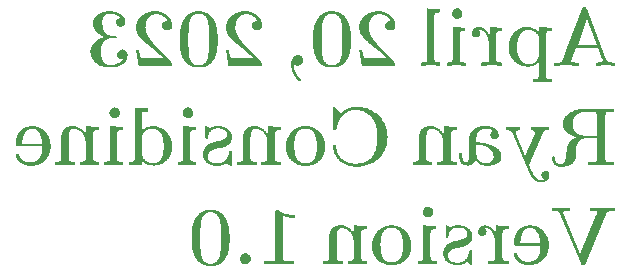
<source format=gbr>
%TF.GenerationSoftware,KiCad,Pcbnew,(7.0.0)*%
%TF.CreationDate,2023-04-20T13:17:43-06:00*%
%TF.ProjectId,Phase_B_ATMEGA_Considine_Final,50686173-655f-4425-9f41-544d4547415f,rev?*%
%TF.SameCoordinates,Original*%
%TF.FileFunction,Legend,Bot*%
%TF.FilePolarity,Positive*%
%FSLAX46Y46*%
G04 Gerber Fmt 4.6, Leading zero omitted, Abs format (unit mm)*
G04 Created by KiCad (PCBNEW (7.0.0)) date 2023-04-20 13:17:43*
%MOMM*%
%LPD*%
G01*
G04 APERTURE LIST*
%ADD10C,0.100000*%
G04 APERTURE END LIST*
D10*
G36*
X144655031Y-101862373D02*
G01*
X144705194Y-101875354D01*
X144745397Y-101904913D01*
X144774270Y-101952112D01*
X144792844Y-101997858D01*
X144800635Y-102019176D01*
X146361346Y-106080935D01*
X146380316Y-106131912D01*
X146398560Y-106180781D01*
X146417154Y-106227377D01*
X146448059Y-106292657D01*
X146485810Y-106351908D01*
X146534042Y-106404583D01*
X146573815Y-106435774D01*
X146620938Y-106463636D01*
X146676488Y-106488004D01*
X146741543Y-106508717D01*
X146817179Y-106525612D01*
X146904474Y-106538526D01*
X147004503Y-106547295D01*
X147059630Y-106550075D01*
X147118344Y-106551758D01*
X147180781Y-106552323D01*
X147180781Y-106810000D01*
X147115525Y-106806564D01*
X147046682Y-106803771D01*
X146975040Y-106801554D01*
X146926116Y-106800363D01*
X146876534Y-106799378D01*
X146826529Y-106798580D01*
X146776336Y-106797950D01*
X146726188Y-106797467D01*
X146676320Y-106797112D01*
X146626966Y-106796865D01*
X146554412Y-106796655D01*
X146484334Y-106796577D01*
X146417522Y-106796566D01*
X146353587Y-106796577D01*
X146284582Y-106796655D01*
X146211298Y-106796865D01*
X146160456Y-106797112D01*
X146108299Y-106797467D01*
X146055059Y-106797950D01*
X146000973Y-106798580D01*
X145946274Y-106799378D01*
X145891197Y-106800363D01*
X145835976Y-106801554D01*
X145780845Y-106802972D01*
X145726039Y-106804635D01*
X145671791Y-106806564D01*
X145618338Y-106808779D01*
X145591981Y-106810000D01*
X145591981Y-106552323D01*
X145644431Y-106551439D01*
X145696622Y-106548798D01*
X145748122Y-106544418D01*
X145798500Y-106538317D01*
X145847326Y-106530514D01*
X145916710Y-106515654D01*
X145980175Y-106497063D01*
X146036266Y-106474802D01*
X146083529Y-106448930D01*
X146130297Y-106408922D01*
X146155334Y-106362746D01*
X146158625Y-106337390D01*
X146154075Y-106285648D01*
X146138117Y-106238333D01*
X146130537Y-106220153D01*
X145780048Y-105325003D01*
X143932351Y-105325003D01*
X143504926Y-106448520D01*
X143533240Y-106489971D01*
X143590299Y-106513780D01*
X143648216Y-106526981D01*
X143715559Y-106536760D01*
X143789147Y-106543631D01*
X143840104Y-106546849D01*
X143891480Y-106549155D01*
X143942331Y-106550701D01*
X143991715Y-106551639D01*
X144060979Y-106552238D01*
X144121639Y-106552323D01*
X144121639Y-106810000D01*
X144068808Y-106807635D01*
X144010626Y-106805565D01*
X143947810Y-106803771D01*
X143881079Y-106802233D01*
X143811150Y-106800931D01*
X143738739Y-106799846D01*
X143664564Y-106798957D01*
X143589343Y-106798245D01*
X143513792Y-106797691D01*
X143438630Y-106797275D01*
X143364573Y-106796976D01*
X143292340Y-106796776D01*
X143222646Y-106796655D01*
X143156210Y-106796592D01*
X143093749Y-106796569D01*
X143035980Y-106796566D01*
X142984870Y-106796569D01*
X142931466Y-106796592D01*
X142875908Y-106796655D01*
X142818337Y-106796776D01*
X142758890Y-106796976D01*
X142697708Y-106797275D01*
X142634931Y-106797691D01*
X142570697Y-106798245D01*
X142505147Y-106798957D01*
X142438420Y-106799846D01*
X142370655Y-106800931D01*
X142301992Y-106802233D01*
X142232571Y-106803771D01*
X142162530Y-106805565D01*
X142092011Y-106807635D01*
X142021151Y-106810000D01*
X142021151Y-106552323D01*
X142251960Y-106552323D01*
X142313104Y-106552257D01*
X142368164Y-106551796D01*
X142417611Y-106550544D01*
X142482284Y-106546319D01*
X142536973Y-106538091D01*
X142597106Y-106518587D01*
X142646076Y-106486433D01*
X142687648Y-106438464D01*
X142716235Y-106390207D01*
X142744365Y-106329942D01*
X142763649Y-106282435D01*
X143230210Y-105066106D01*
X144037376Y-105066106D01*
X145682351Y-105066106D01*
X144856810Y-102902114D01*
X144037376Y-105066106D01*
X143230210Y-105066106D01*
X144401297Y-102013070D01*
X144423454Y-101959870D01*
X144450988Y-101912394D01*
X144488154Y-101880191D01*
X144543158Y-101862803D01*
X144597913Y-101859197D01*
X144655031Y-101862373D01*
G37*
G36*
X140827880Y-103532641D02*
G01*
X140898440Y-103537897D01*
X140968893Y-103543135D01*
X141039257Y-103548346D01*
X141109548Y-103553522D01*
X141179787Y-103558653D01*
X141249989Y-103563730D01*
X141320174Y-103568744D01*
X141390359Y-103573687D01*
X141460561Y-103578550D01*
X141530799Y-103583323D01*
X141601091Y-103587997D01*
X141671455Y-103592565D01*
X141741908Y-103597016D01*
X141812468Y-103601342D01*
X141883154Y-103605533D01*
X141883154Y-103870537D01*
X141800141Y-103870857D01*
X141726581Y-103872066D01*
X141661908Y-103874538D01*
X141605556Y-103878646D01*
X141556962Y-103884766D01*
X141497377Y-103898533D01*
X141452065Y-103918927D01*
X141410553Y-103958610D01*
X141386501Y-104015308D01*
X141377199Y-104070798D01*
X141373267Y-104138803D01*
X141372686Y-104191716D01*
X141372686Y-107592798D01*
X141373508Y-107651521D01*
X141376288Y-107703835D01*
X141385152Y-107771106D01*
X141401055Y-107826058D01*
X141425580Y-107869954D01*
X141474425Y-107913463D01*
X141525219Y-107936467D01*
X141589906Y-107952620D01*
X141641532Y-107960207D01*
X141700504Y-107965683D01*
X141767292Y-107969423D01*
X141842364Y-107971801D01*
X141883154Y-107972595D01*
X141883154Y-108216838D01*
X141812510Y-108218531D01*
X141763453Y-108219283D01*
X141713056Y-108219773D01*
X141661515Y-108220032D01*
X141609028Y-108220093D01*
X141555792Y-108219987D01*
X141502003Y-108219746D01*
X141447858Y-108219404D01*
X141393554Y-108218992D01*
X141339287Y-108218543D01*
X141285255Y-108218088D01*
X141231654Y-108217660D01*
X141178680Y-108217291D01*
X141126532Y-108217013D01*
X141075405Y-108216859D01*
X141050286Y-108216838D01*
X141000186Y-108213269D01*
X140949333Y-108210327D01*
X140897832Y-108207978D01*
X140845789Y-108206191D01*
X140793310Y-108204933D01*
X140740500Y-108204173D01*
X140687465Y-108203878D01*
X140634310Y-108204016D01*
X140581140Y-108204554D01*
X140528061Y-108205461D01*
X140475180Y-108206704D01*
X140422601Y-108208252D01*
X140370429Y-108210071D01*
X140318771Y-108212130D01*
X140267732Y-108214396D01*
X140217418Y-108216838D01*
X140217418Y-107972595D01*
X140292394Y-107969709D01*
X140360018Y-107966275D01*
X140420637Y-107961889D01*
X140474598Y-107956147D01*
X140543813Y-107944108D01*
X140600000Y-107926743D01*
X140644330Y-107902689D01*
X140687015Y-107857853D01*
X140708231Y-107812884D01*
X140721494Y-107756676D01*
X140727975Y-107687867D01*
X140729106Y-107634319D01*
X140729106Y-106514466D01*
X140677044Y-106563195D01*
X140639333Y-106596039D01*
X140599098Y-106628768D01*
X140556232Y-106661040D01*
X140510629Y-106692510D01*
X140462185Y-106722835D01*
X140410794Y-106751672D01*
X140356350Y-106778677D01*
X140298748Y-106803507D01*
X140237882Y-106825818D01*
X140173647Y-106845267D01*
X140105937Y-106861510D01*
X140034646Y-106874204D01*
X139959669Y-106883005D01*
X139880901Y-106887570D01*
X139840062Y-106888157D01*
X139756437Y-106886217D01*
X139673706Y-106880435D01*
X139591987Y-106870871D01*
X139511393Y-106857582D01*
X139432042Y-106840626D01*
X139354046Y-106820062D01*
X139277524Y-106795949D01*
X139202588Y-106768345D01*
X139129356Y-106737307D01*
X139057943Y-106702895D01*
X138988463Y-106665168D01*
X138921032Y-106624182D01*
X138855766Y-106579997D01*
X138792779Y-106532670D01*
X138732188Y-106482261D01*
X138674108Y-106428828D01*
X138618654Y-106372429D01*
X138565941Y-106313122D01*
X138516085Y-106250966D01*
X138469202Y-106186019D01*
X138425406Y-106118339D01*
X138384813Y-106047985D01*
X138347538Y-105975016D01*
X138313697Y-105899489D01*
X138283405Y-105821463D01*
X138256778Y-105740996D01*
X138233931Y-105658147D01*
X138214979Y-105572974D01*
X138200038Y-105485535D01*
X138189223Y-105395889D01*
X138182649Y-105304094D01*
X138180461Y-105211430D01*
X138900949Y-105211430D01*
X138902372Y-105299036D01*
X138906587Y-105384154D01*
X138913505Y-105466765D01*
X138923040Y-105546849D01*
X138935107Y-105624388D01*
X138949619Y-105699362D01*
X138966489Y-105771752D01*
X138985632Y-105841538D01*
X139006961Y-105908703D01*
X139030390Y-105973225D01*
X139055831Y-106035087D01*
X139083200Y-106094268D01*
X139112410Y-106150750D01*
X139143374Y-106204513D01*
X139176007Y-106255538D01*
X139210221Y-106303806D01*
X139245931Y-106349298D01*
X139283050Y-106391994D01*
X139321491Y-106431876D01*
X139361170Y-106468923D01*
X139401998Y-106503117D01*
X139443891Y-106534439D01*
X139486761Y-106562868D01*
X139530523Y-106588387D01*
X139575089Y-106610976D01*
X139620374Y-106630615D01*
X139666292Y-106647286D01*
X139759679Y-106671644D01*
X139854560Y-106683897D01*
X139902344Y-106685436D01*
X139954093Y-106683897D01*
X140004236Y-106679380D01*
X140052771Y-106672032D01*
X140145009Y-106649442D01*
X140230787Y-106617313D01*
X140310084Y-106576833D01*
X140382881Y-106529191D01*
X140449158Y-106475574D01*
X140508896Y-106417170D01*
X140562076Y-106355166D01*
X140608676Y-106290751D01*
X140648678Y-106225113D01*
X140682063Y-106159438D01*
X140708809Y-106094916D01*
X140728899Y-106032734D01*
X140742311Y-105974079D01*
X140749027Y-105920140D01*
X140749867Y-105895310D01*
X140749867Y-104285750D01*
X140702104Y-104215237D01*
X140651125Y-104150584D01*
X140597319Y-104091608D01*
X140541077Y-104038129D01*
X140482789Y-103989967D01*
X140422844Y-103946941D01*
X140361632Y-103908871D01*
X140299544Y-103875574D01*
X140236969Y-103846872D01*
X140174298Y-103822583D01*
X140111920Y-103802526D01*
X140050226Y-103786521D01*
X139989604Y-103774387D01*
X139930446Y-103765944D01*
X139873142Y-103761011D01*
X139818080Y-103759406D01*
X139725872Y-103766013D01*
X139635969Y-103785584D01*
X139548875Y-103817745D01*
X139465092Y-103862122D01*
X139385123Y-103918342D01*
X139346726Y-103950776D01*
X139309471Y-103986030D01*
X139273421Y-104024058D01*
X139238638Y-104064813D01*
X139205186Y-104108248D01*
X139173127Y-104154316D01*
X139142524Y-104202972D01*
X139113440Y-104254167D01*
X139085938Y-104307856D01*
X139060081Y-104363991D01*
X139035931Y-104422526D01*
X139013552Y-104483414D01*
X138993005Y-104546608D01*
X138974355Y-104612062D01*
X138957664Y-104679729D01*
X138942994Y-104749562D01*
X138930408Y-104821514D01*
X138919970Y-104895539D01*
X138911743Y-104971589D01*
X138905788Y-105049619D01*
X138902169Y-105129582D01*
X138900949Y-105211430D01*
X138180461Y-105211430D01*
X138180432Y-105210209D01*
X138182386Y-105119533D01*
X138188191Y-105030511D01*
X138197763Y-104943224D01*
X138211017Y-104857753D01*
X138227870Y-104774176D01*
X138248237Y-104692575D01*
X138272034Y-104613030D01*
X138299176Y-104535622D01*
X138329579Y-104460429D01*
X138363160Y-104387534D01*
X138399832Y-104317015D01*
X138439513Y-104248953D01*
X138482118Y-104183430D01*
X138527563Y-104120524D01*
X138575762Y-104060316D01*
X138626633Y-104002886D01*
X138680091Y-103948315D01*
X138736051Y-103896683D01*
X138794429Y-103848070D01*
X138855141Y-103802557D01*
X138918103Y-103760223D01*
X138983229Y-103721149D01*
X139050437Y-103685416D01*
X139119641Y-103653103D01*
X139190758Y-103624292D01*
X139263703Y-103599061D01*
X139338391Y-103577492D01*
X139414739Y-103559664D01*
X139492662Y-103545658D01*
X139572075Y-103535555D01*
X139652895Y-103529434D01*
X139735038Y-103527376D01*
X139809119Y-103529183D01*
X139882042Y-103534562D01*
X139953762Y-103543451D01*
X140024237Y-103555788D01*
X140093424Y-103571509D01*
X140161280Y-103590552D01*
X140227762Y-103612854D01*
X140292827Y-103638353D01*
X140356433Y-103666987D01*
X140418536Y-103698691D01*
X140479094Y-103733405D01*
X140538063Y-103771065D01*
X140595400Y-103811609D01*
X140651063Y-103854974D01*
X140705009Y-103901097D01*
X140757194Y-103949916D01*
X140757194Y-103527376D01*
X140827880Y-103532641D01*
G37*
G36*
X136514696Y-105130830D02*
G01*
X136513786Y-105069699D01*
X136510395Y-104991716D01*
X136503531Y-104899752D01*
X136498485Y-104849423D01*
X136492199Y-104796675D01*
X136484548Y-104741866D01*
X136475407Y-104685355D01*
X136464654Y-104627500D01*
X136452164Y-104568661D01*
X136437812Y-104509196D01*
X136421474Y-104449463D01*
X136403027Y-104389821D01*
X136382347Y-104330629D01*
X136359309Y-104272246D01*
X136333788Y-104215030D01*
X136305662Y-104159340D01*
X136274806Y-104105535D01*
X136241096Y-104053973D01*
X136204407Y-104005012D01*
X136164616Y-103959013D01*
X136121599Y-103916332D01*
X136075230Y-103877330D01*
X136025388Y-103842364D01*
X135971946Y-103811794D01*
X135914782Y-103785977D01*
X135853770Y-103765273D01*
X135788788Y-103750041D01*
X135719710Y-103740638D01*
X135646413Y-103737424D01*
X135682301Y-103777449D01*
X135715457Y-103823615D01*
X135741161Y-103870893D01*
X135762191Y-103926535D01*
X135773810Y-103977294D01*
X135779282Y-104033793D01*
X135779525Y-104048834D01*
X135774708Y-104115184D01*
X135760954Y-104174814D01*
X135739306Y-104227766D01*
X135710810Y-104274084D01*
X135676510Y-104313808D01*
X135637451Y-104346982D01*
X135594676Y-104373647D01*
X135549231Y-104393846D01*
X135502159Y-104407621D01*
X135438673Y-104416069D01*
X135422930Y-104416420D01*
X135363377Y-104410492D01*
X135302107Y-104392816D01*
X135256817Y-104371943D01*
X135213492Y-104344615D01*
X135173387Y-104310900D01*
X135137758Y-104270864D01*
X135107860Y-104224573D01*
X135084950Y-104172093D01*
X135070283Y-104113491D01*
X135065115Y-104048834D01*
X135068418Y-103991659D01*
X135078090Y-103937019D01*
X135093773Y-103885073D01*
X135115108Y-103835980D01*
X135141739Y-103789900D01*
X135173307Y-103746991D01*
X135209454Y-103707414D01*
X135249823Y-103671326D01*
X135294057Y-103638888D01*
X135341796Y-103610258D01*
X135392684Y-103585596D01*
X135446362Y-103565062D01*
X135502474Y-103548813D01*
X135560660Y-103537009D01*
X135620564Y-103529811D01*
X135681828Y-103527376D01*
X135771427Y-103532291D01*
X135856571Y-103546550D01*
X135937243Y-103569421D01*
X136013426Y-103600171D01*
X136085100Y-103638071D01*
X136152248Y-103682386D01*
X136214853Y-103732387D01*
X136272896Y-103787342D01*
X136326359Y-103846518D01*
X136375225Y-103909184D01*
X136419475Y-103974609D01*
X136459093Y-104042060D01*
X136494059Y-104110807D01*
X136524356Y-104180117D01*
X136549966Y-104249259D01*
X136570872Y-104317501D01*
X136570872Y-103527376D01*
X136637734Y-103532641D01*
X136704597Y-103537897D01*
X136771464Y-103543135D01*
X136838337Y-103548346D01*
X136905216Y-103553522D01*
X136972105Y-103558653D01*
X137039004Y-103563730D01*
X137105916Y-103568744D01*
X137172842Y-103573687D01*
X137239785Y-103578550D01*
X137306745Y-103583323D01*
X137373725Y-103587997D01*
X137440726Y-103592565D01*
X137507751Y-103597016D01*
X137574800Y-103601342D01*
X137641877Y-103605533D01*
X137641877Y-103871758D01*
X137563479Y-103872082D01*
X137493315Y-103873323D01*
X137430948Y-103875880D01*
X137375938Y-103880154D01*
X137306260Y-103890662D01*
X137250672Y-103907288D01*
X137207694Y-103931384D01*
X137167450Y-103977471D01*
X137148144Y-104024257D01*
X137136517Y-104083022D01*
X137131091Y-104155118D01*
X137130188Y-104211256D01*
X137130188Y-106248241D01*
X137132623Y-106318375D01*
X137140782Y-106375254D01*
X137162775Y-106433167D01*
X137200254Y-106473979D01*
X137256251Y-106501381D01*
X137312227Y-106515354D01*
X137381605Y-106525418D01*
X137435936Y-106530726D01*
X137497172Y-106535451D01*
X137565693Y-106540053D01*
X137641877Y-106544996D01*
X137641877Y-106810000D01*
X137591490Y-106807635D01*
X137540230Y-106805565D01*
X137488197Y-106803771D01*
X137435491Y-106802233D01*
X137382214Y-106800931D01*
X137328463Y-106799846D01*
X137274341Y-106798957D01*
X137219947Y-106798245D01*
X137165381Y-106797691D01*
X137110744Y-106797275D01*
X137056135Y-106796976D01*
X137001655Y-106796776D01*
X136947404Y-106796655D01*
X136893482Y-106796592D01*
X136839990Y-106796569D01*
X136787027Y-106796566D01*
X136717020Y-106796577D01*
X136666912Y-106796617D01*
X136614401Y-106796707D01*
X136559788Y-106796865D01*
X136503371Y-106797112D01*
X136445449Y-106797467D01*
X136386320Y-106797950D01*
X136326283Y-106798580D01*
X136265637Y-106799378D01*
X136204680Y-106800363D01*
X136143712Y-106801554D01*
X136083031Y-106802972D01*
X136022936Y-106804635D01*
X135963726Y-106806564D01*
X135905699Y-106808779D01*
X135877222Y-106810000D01*
X135877222Y-106544996D01*
X136045750Y-106537669D01*
X136115617Y-106534951D01*
X136178449Y-106532016D01*
X136234595Y-106528443D01*
X136284402Y-106523816D01*
X136347992Y-106513979D01*
X136399283Y-106499413D01*
X136450576Y-106470194D01*
X136484889Y-106426706D01*
X136505012Y-106365601D01*
X136512471Y-106306197D01*
X136514696Y-106233586D01*
X136514696Y-105130830D01*
G37*
G36*
X133400600Y-102401416D02*
G01*
X133405807Y-102330072D01*
X133420878Y-102262787D01*
X133444984Y-102200207D01*
X133477300Y-102142979D01*
X133516998Y-102091748D01*
X133563250Y-102047160D01*
X133615230Y-102009861D01*
X133672110Y-101980498D01*
X133733063Y-101959716D01*
X133797263Y-101948161D01*
X133841458Y-101945903D01*
X133910465Y-101951298D01*
X133975560Y-101966906D01*
X134036115Y-101991864D01*
X134091502Y-102025308D01*
X134141092Y-102066376D01*
X134184259Y-102114204D01*
X134220374Y-102167929D01*
X134248809Y-102226687D01*
X134268937Y-102289615D01*
X134280129Y-102355849D01*
X134282316Y-102401416D01*
X134277430Y-102465628D01*
X134263190Y-102527809D01*
X134240223Y-102587024D01*
X134209158Y-102642336D01*
X134170623Y-102692811D01*
X134125245Y-102737511D01*
X134073652Y-102775502D01*
X134016473Y-102805848D01*
X133954335Y-102827612D01*
X133887867Y-102839859D01*
X133841458Y-102842274D01*
X133775554Y-102837213D01*
X133712344Y-102822520D01*
X133652656Y-102798931D01*
X133597318Y-102767184D01*
X133547155Y-102728015D01*
X133502996Y-102682160D01*
X133465667Y-102630356D01*
X133435996Y-102573340D01*
X133414809Y-102511848D01*
X133402934Y-102446617D01*
X133400600Y-102401416D01*
G37*
G36*
X134535108Y-103605533D02*
G01*
X134535108Y-103870537D01*
X134457949Y-103870861D01*
X134389192Y-103872102D01*
X134328362Y-103874658D01*
X134274989Y-103878933D01*
X134207876Y-103889441D01*
X134154883Y-103906067D01*
X134103435Y-103940089D01*
X134070476Y-103990597D01*
X134055619Y-104041227D01*
X134047442Y-104104285D01*
X134044917Y-104153897D01*
X134044180Y-104210034D01*
X134044180Y-106183517D01*
X134045311Y-106240102D01*
X134048936Y-106290561D01*
X134059808Y-106355509D01*
X134078243Y-106408593D01*
X134105412Y-106450967D01*
X134142487Y-106483783D01*
X134190639Y-106508195D01*
X134251039Y-106525356D01*
X134324858Y-106536419D01*
X134382104Y-106540976D01*
X134446182Y-106543677D01*
X134517439Y-106544864D01*
X134555868Y-106544996D01*
X134555868Y-106810000D01*
X134486984Y-106806564D01*
X134414768Y-106803771D01*
X134365130Y-106802233D01*
X134314547Y-106800931D01*
X134263235Y-106799846D01*
X134211407Y-106798957D01*
X134159279Y-106798245D01*
X134107065Y-106797691D01*
X134054980Y-106797275D01*
X134003238Y-106796976D01*
X133952054Y-106796776D01*
X133901643Y-106796655D01*
X133852220Y-106796592D01*
X133780406Y-106796567D01*
X133757194Y-106796566D01*
X133689946Y-106796592D01*
X133628461Y-106796707D01*
X133559316Y-106796976D01*
X133509770Y-106797275D01*
X133458026Y-106797691D01*
X133404569Y-106798245D01*
X133349880Y-106798957D01*
X133294445Y-106799846D01*
X133238744Y-106800931D01*
X133183262Y-106802233D01*
X133128481Y-106803771D01*
X133074884Y-106805565D01*
X133022954Y-106807635D01*
X132973175Y-106810000D01*
X132973175Y-106544996D01*
X133048810Y-106542926D01*
X133115780Y-106539310D01*
X133174607Y-106533919D01*
X133225813Y-106526525D01*
X133289477Y-106511176D01*
X133338932Y-106490032D01*
X133385817Y-106451487D01*
X133414757Y-106399433D01*
X133427198Y-106350425D01*
X133433658Y-106292014D01*
X133435900Y-106223428D01*
X133436015Y-106198171D01*
X133436015Y-103527376D01*
X133504252Y-103532493D01*
X133572500Y-103537346D01*
X133640769Y-103541984D01*
X133709071Y-103546457D01*
X133777415Y-103550816D01*
X133845813Y-103555111D01*
X133914276Y-103559391D01*
X133982814Y-103563707D01*
X134051437Y-103568109D01*
X134120157Y-103572646D01*
X134188985Y-103577370D01*
X134257930Y-103582330D01*
X134327005Y-103587576D01*
X134396218Y-103593159D01*
X134465583Y-103599128D01*
X134535108Y-103605533D01*
G37*
G36*
X131294005Y-101964221D02*
G01*
X131363697Y-101969418D01*
X131433538Y-101974478D01*
X131503509Y-101979409D01*
X131573587Y-101984219D01*
X131643751Y-101988914D01*
X131713979Y-101993502D01*
X131784250Y-101997990D01*
X131854542Y-102002384D01*
X131924835Y-102006693D01*
X131995106Y-102010923D01*
X132065334Y-102015082D01*
X132135498Y-102019176D01*
X132205576Y-102023213D01*
X132275546Y-102027200D01*
X132345388Y-102031144D01*
X132415080Y-102035052D01*
X132415080Y-102307383D01*
X132334267Y-102307706D01*
X132262311Y-102308940D01*
X132198709Y-102311480D01*
X132142959Y-102315721D01*
X132072955Y-102326138D01*
X132017789Y-102342606D01*
X131964385Y-102376283D01*
X131930321Y-102426253D01*
X131915047Y-102476325D01*
X131906694Y-102538676D01*
X131904133Y-102587724D01*
X131903391Y-102643217D01*
X131903391Y-106250683D01*
X131907168Y-106314483D01*
X131918799Y-106368366D01*
X131938728Y-106413174D01*
X131978984Y-106460248D01*
X132020017Y-106487141D01*
X132070839Y-106507755D01*
X132131896Y-106522929D01*
X132203635Y-106533502D01*
X132257617Y-106538409D01*
X132316677Y-106541894D01*
X132380949Y-106544204D01*
X132415080Y-106544996D01*
X132415080Y-106810000D01*
X132344317Y-106806564D01*
X132295428Y-106804635D01*
X132245395Y-106802972D01*
X132194412Y-106801554D01*
X132142676Y-106800363D01*
X132090381Y-106799378D01*
X132037721Y-106798580D01*
X131984893Y-106797950D01*
X131932090Y-106797467D01*
X131879508Y-106797112D01*
X131827343Y-106796865D01*
X131775788Y-106796707D01*
X131725039Y-106796617D01*
X131675291Y-106796577D01*
X131602972Y-106796566D01*
X131553869Y-106796569D01*
X131503749Y-106796592D01*
X131452770Y-106796655D01*
X131401090Y-106796776D01*
X131348867Y-106796976D01*
X131296257Y-106797275D01*
X131243418Y-106797691D01*
X131190507Y-106798245D01*
X131137683Y-106798957D01*
X131085101Y-106799846D01*
X131032920Y-106800931D01*
X130981298Y-106802233D01*
X130930391Y-106803771D01*
X130880357Y-106805565D01*
X130831353Y-106807635D01*
X130783538Y-106810000D01*
X130783538Y-106544996D01*
X130852664Y-106543180D01*
X130915918Y-106540314D01*
X130973493Y-106536149D01*
X131025586Y-106530437D01*
X131093871Y-106518423D01*
X131150916Y-106501529D01*
X131197380Y-106478916D01*
X131244008Y-106438417D01*
X131274555Y-106384269D01*
X131287849Y-106333504D01*
X131293633Y-106273103D01*
X131294005Y-106250683D01*
X131294005Y-101964221D01*
G37*
G36*
X125543307Y-105484982D02*
G01*
X125796099Y-105484982D01*
X125803452Y-105538620D01*
X125811936Y-105592053D01*
X125822877Y-105653746D01*
X125836196Y-105720944D01*
X125851816Y-105790896D01*
X125869658Y-105860848D01*
X125889643Y-105928047D01*
X125911693Y-105989739D01*
X125935730Y-106043172D01*
X125961674Y-106085593D01*
X125970732Y-106096810D01*
X126021548Y-106121681D01*
X126079325Y-106132817D01*
X126151833Y-106141490D01*
X126206039Y-106146055D01*
X126263318Y-106149754D01*
X126322279Y-106152677D01*
X126381532Y-106154916D01*
X126439688Y-106156562D01*
X126495357Y-106157707D01*
X126547148Y-106158440D01*
X126614524Y-106158971D01*
X126665358Y-106159090D01*
X126677815Y-106159092D01*
X127874605Y-106159092D01*
X127174849Y-105539937D01*
X127128480Y-105501065D01*
X127082571Y-105462751D01*
X127037133Y-105424979D01*
X126992178Y-105387733D01*
X126947714Y-105351000D01*
X126903752Y-105314762D01*
X126860303Y-105279006D01*
X126817377Y-105243716D01*
X126774984Y-105208877D01*
X126733134Y-105174473D01*
X126691838Y-105140489D01*
X126651106Y-105106911D01*
X126610948Y-105073723D01*
X126571375Y-105040910D01*
X126532396Y-105008456D01*
X126494023Y-104976346D01*
X126456264Y-104944566D01*
X126382635Y-104881932D01*
X126311591Y-104820432D01*
X126243215Y-104759945D01*
X126177587Y-104700348D01*
X126114792Y-104641521D01*
X126054910Y-104583341D01*
X125998025Y-104525687D01*
X125970732Y-104497020D01*
X125916223Y-104438491D01*
X125865763Y-104380503D01*
X125819277Y-104322909D01*
X125776693Y-104265561D01*
X125737937Y-104208314D01*
X125702936Y-104151020D01*
X125671616Y-104093533D01*
X125643905Y-104035706D01*
X125619728Y-103977392D01*
X125599013Y-103918446D01*
X125581686Y-103858719D01*
X125567674Y-103798065D01*
X125556904Y-103736339D01*
X125549301Y-103673392D01*
X125544794Y-103609078D01*
X125543307Y-103543251D01*
X125545364Y-103469662D01*
X125551472Y-103397540D01*
X125561541Y-103326942D01*
X125575481Y-103257924D01*
X125593200Y-103190544D01*
X125614606Y-103124858D01*
X125639610Y-103060925D01*
X125668119Y-102998800D01*
X125700044Y-102938541D01*
X125735292Y-102880205D01*
X125773774Y-102823848D01*
X125815397Y-102769529D01*
X125860072Y-102717303D01*
X125907706Y-102667228D01*
X125958209Y-102619362D01*
X126011490Y-102573760D01*
X126067458Y-102530480D01*
X126126022Y-102489579D01*
X126187091Y-102451115D01*
X126250574Y-102415143D01*
X126316380Y-102381721D01*
X126384417Y-102350907D01*
X126454595Y-102322756D01*
X126526824Y-102297327D01*
X126601011Y-102274675D01*
X126677065Y-102254859D01*
X126754897Y-102237935D01*
X126834415Y-102223961D01*
X126915527Y-102212992D01*
X126998143Y-102205087D01*
X127082172Y-102200302D01*
X127167522Y-102198695D01*
X127245543Y-102200395D01*
X127322028Y-102205429D01*
X127396916Y-102213695D01*
X127470145Y-102225091D01*
X127541652Y-102239518D01*
X127611378Y-102256872D01*
X127679258Y-102277053D01*
X127745233Y-102299960D01*
X127809240Y-102325491D01*
X127871217Y-102353545D01*
X127931103Y-102384021D01*
X127988836Y-102416817D01*
X128044355Y-102451833D01*
X128097597Y-102488966D01*
X128148501Y-102528115D01*
X128197006Y-102569180D01*
X128243049Y-102612059D01*
X128286568Y-102656651D01*
X128327503Y-102702854D01*
X128365791Y-102750567D01*
X128401371Y-102799688D01*
X128434180Y-102850117D01*
X128464158Y-102901752D01*
X128491242Y-102954493D01*
X128515371Y-103008236D01*
X128536483Y-103062882D01*
X128554516Y-103118329D01*
X128569409Y-103174476D01*
X128581100Y-103231221D01*
X128589527Y-103288463D01*
X128594629Y-103346101D01*
X128596343Y-103404033D01*
X128592534Y-103468495D01*
X128581669Y-103526114D01*
X128564594Y-103577261D01*
X128542151Y-103622306D01*
X128500273Y-103679243D01*
X128451068Y-103724533D01*
X128397388Y-103759427D01*
X128342082Y-103785173D01*
X128288000Y-103803023D01*
X128237990Y-103814226D01*
X128182573Y-103820983D01*
X128161591Y-103821688D01*
X128108843Y-103818526D01*
X128054013Y-103808881D01*
X127998688Y-103792518D01*
X127944455Y-103769202D01*
X127892903Y-103738698D01*
X127845620Y-103700769D01*
X127804193Y-103655181D01*
X127770210Y-103601698D01*
X127745260Y-103540084D01*
X127730929Y-103470105D01*
X127728060Y-103418688D01*
X127733792Y-103350057D01*
X127750350Y-103285538D01*
X127776773Y-103225958D01*
X127812101Y-103172143D01*
X127855375Y-103124921D01*
X127905634Y-103085120D01*
X127961919Y-103053566D01*
X128023269Y-103031086D01*
X128088724Y-103018507D01*
X128157326Y-103016657D01*
X128204333Y-103021793D01*
X128166217Y-102947768D01*
X128123172Y-102879479D01*
X128075681Y-102816792D01*
X128024223Y-102759575D01*
X127969281Y-102707697D01*
X127911335Y-102661024D01*
X127850866Y-102619425D01*
X127788357Y-102582766D01*
X127724288Y-102550916D01*
X127659140Y-102523743D01*
X127593394Y-102501113D01*
X127527532Y-102482894D01*
X127462035Y-102468954D01*
X127397385Y-102459161D01*
X127334061Y-102453383D01*
X127272547Y-102451486D01*
X127205819Y-102453415D01*
X127142069Y-102459091D01*
X127081240Y-102468348D01*
X127023276Y-102481017D01*
X126968120Y-102496932D01*
X126915717Y-102515926D01*
X126866010Y-102537832D01*
X126818942Y-102562483D01*
X126774457Y-102589711D01*
X126732499Y-102619351D01*
X126693012Y-102651234D01*
X126655938Y-102685193D01*
X126621223Y-102721063D01*
X126588809Y-102758675D01*
X126558639Y-102797862D01*
X126530659Y-102838458D01*
X126504811Y-102880296D01*
X126481039Y-102923208D01*
X126459286Y-102967027D01*
X126421615Y-103056720D01*
X126391346Y-103148038D01*
X126368029Y-103239645D01*
X126351212Y-103330204D01*
X126340446Y-103418380D01*
X126335279Y-103502836D01*
X126334654Y-103543251D01*
X126335973Y-103600538D01*
X126339870Y-103657444D01*
X126346254Y-103713963D01*
X126355033Y-103770087D01*
X126366116Y-103825809D01*
X126379412Y-103881120D01*
X126394830Y-103936014D01*
X126412278Y-103990483D01*
X126431665Y-104044519D01*
X126452900Y-104098114D01*
X126475891Y-104151261D01*
X126500548Y-104203952D01*
X126526780Y-104256180D01*
X126554494Y-104307937D01*
X126583600Y-104359216D01*
X126614007Y-104410008D01*
X126645623Y-104460307D01*
X126678357Y-104510104D01*
X126712117Y-104559393D01*
X126746814Y-104608165D01*
X126782355Y-104656412D01*
X126818648Y-104704128D01*
X126855604Y-104751305D01*
X126893131Y-104797935D01*
X126931136Y-104844010D01*
X126969530Y-104889523D01*
X127008221Y-104934466D01*
X127047118Y-104978832D01*
X127086129Y-105022613D01*
X127125164Y-105065801D01*
X127164130Y-105108389D01*
X127202937Y-105150369D01*
X128519406Y-106530341D01*
X128549006Y-106576138D01*
X128569188Y-106621081D01*
X128582124Y-106668697D01*
X128589989Y-106722511D01*
X128594237Y-106774635D01*
X128596343Y-106810000D01*
X125760683Y-106810000D01*
X125747616Y-106727284D01*
X125734513Y-106644472D01*
X125721367Y-106561582D01*
X125708171Y-106478631D01*
X125694918Y-106395636D01*
X125681600Y-106312617D01*
X125668211Y-106229591D01*
X125654743Y-106146575D01*
X125641189Y-106063588D01*
X125627542Y-105980647D01*
X125613795Y-105897771D01*
X125599941Y-105814977D01*
X125585972Y-105732283D01*
X125571882Y-105649708D01*
X125557662Y-105567268D01*
X125543307Y-105484982D01*
G37*
G36*
X123326152Y-102201197D02*
G01*
X123422893Y-102208872D01*
X123518997Y-102221967D01*
X123614132Y-102240731D01*
X123707965Y-102265413D01*
X123800162Y-102296260D01*
X123890392Y-102333523D01*
X123934665Y-102354638D01*
X123978321Y-102377450D01*
X124021319Y-102401990D01*
X124063617Y-102428288D01*
X124105174Y-102456378D01*
X124145947Y-102486288D01*
X124185896Y-102518051D01*
X124224978Y-102551697D01*
X124263153Y-102587258D01*
X124300378Y-102624765D01*
X124336612Y-102664248D01*
X124371814Y-102705739D01*
X124405941Y-102749269D01*
X124438953Y-102794869D01*
X124470807Y-102842570D01*
X124501462Y-102892403D01*
X124530876Y-102944399D01*
X124559009Y-102998590D01*
X124582055Y-103046178D01*
X124603822Y-103094348D01*
X124624343Y-103143057D01*
X124643656Y-103192264D01*
X124661797Y-103241929D01*
X124678801Y-103292010D01*
X124694704Y-103342464D01*
X124709542Y-103393252D01*
X124723352Y-103444331D01*
X124736170Y-103495661D01*
X124748030Y-103547199D01*
X124758970Y-103598905D01*
X124769026Y-103650737D01*
X124778233Y-103702654D01*
X124786627Y-103754614D01*
X124794245Y-103806576D01*
X124801122Y-103858498D01*
X124807295Y-103910340D01*
X124812799Y-103962060D01*
X124817670Y-104013617D01*
X124821945Y-104064969D01*
X124825659Y-104116074D01*
X124828848Y-104166892D01*
X124831549Y-104217381D01*
X124833798Y-104267499D01*
X124835629Y-104317206D01*
X124837081Y-104366460D01*
X124838985Y-104463444D01*
X124839800Y-104558118D01*
X124839888Y-104604487D01*
X124839729Y-104688854D01*
X124838958Y-104778536D01*
X124837135Y-104872951D01*
X124833820Y-104971519D01*
X124831466Y-105022178D01*
X124828573Y-105073657D01*
X124825088Y-105125883D01*
X124820954Y-105178784D01*
X124816118Y-105232287D01*
X124810523Y-105286319D01*
X124804116Y-105340808D01*
X124796840Y-105395681D01*
X124788641Y-105450865D01*
X124779465Y-105506287D01*
X124769255Y-105561876D01*
X124757957Y-105617558D01*
X124745516Y-105673260D01*
X124731877Y-105728910D01*
X124716984Y-105784436D01*
X124700784Y-105839764D01*
X124683220Y-105894822D01*
X124664239Y-105949537D01*
X124643784Y-106003837D01*
X124621801Y-106057648D01*
X124598235Y-106110899D01*
X124573030Y-106163516D01*
X124546133Y-106215427D01*
X124517487Y-106266559D01*
X124487967Y-106316057D01*
X124457148Y-106363370D01*
X124425094Y-106408538D01*
X124391867Y-106451602D01*
X124357527Y-106492601D01*
X124322138Y-106531576D01*
X124285761Y-106568567D01*
X124248458Y-106603614D01*
X124210290Y-106636758D01*
X124171321Y-106668039D01*
X124131612Y-106697497D01*
X124091224Y-106725173D01*
X124008662Y-106775337D01*
X123924130Y-106818853D01*
X123838124Y-106856044D01*
X123751140Y-106887232D01*
X123663672Y-106912738D01*
X123576217Y-106932884D01*
X123489271Y-106947993D01*
X123403327Y-106958387D01*
X123318883Y-106964387D01*
X123236434Y-106966315D01*
X123185363Y-106965677D01*
X123134530Y-106963747D01*
X123083969Y-106960498D01*
X123033717Y-106955904D01*
X122983810Y-106949938D01*
X122934285Y-106942575D01*
X122885178Y-106933789D01*
X122836524Y-106923553D01*
X122788361Y-106911842D01*
X122740724Y-106898628D01*
X122693649Y-106883886D01*
X122647174Y-106867590D01*
X122601333Y-106849713D01*
X122556164Y-106830230D01*
X122511702Y-106809114D01*
X122467984Y-106786338D01*
X122425046Y-106761878D01*
X122382925Y-106735707D01*
X122341655Y-106707798D01*
X122301274Y-106678125D01*
X122261819Y-106646663D01*
X122223324Y-106613384D01*
X122185826Y-106578264D01*
X122149362Y-106541275D01*
X122113968Y-106502392D01*
X122079680Y-106461588D01*
X122046533Y-106418838D01*
X122014566Y-106374114D01*
X121983813Y-106327392D01*
X121954311Y-106278644D01*
X121926096Y-106227845D01*
X121899204Y-106174968D01*
X121877450Y-106129346D01*
X121856820Y-106083177D01*
X121837284Y-106036493D01*
X121818816Y-105989327D01*
X121801386Y-105941711D01*
X121784966Y-105893677D01*
X121769528Y-105845258D01*
X121755043Y-105796487D01*
X121741483Y-105747396D01*
X121728820Y-105698016D01*
X121717024Y-105648382D01*
X121706068Y-105598524D01*
X121695924Y-105548476D01*
X121686562Y-105498270D01*
X121677955Y-105447938D01*
X121670074Y-105397513D01*
X121662890Y-105347027D01*
X121656376Y-105296512D01*
X121650502Y-105246002D01*
X121645241Y-105195528D01*
X121640565Y-105145123D01*
X121636443Y-105094819D01*
X121632850Y-105044649D01*
X121629754Y-104994645D01*
X121627130Y-104944840D01*
X121624947Y-104895266D01*
X121623179Y-104845955D01*
X121621795Y-104796940D01*
X121620070Y-104699927D01*
X121619546Y-104604487D01*
X121619763Y-104520223D01*
X122360823Y-104520223D01*
X122360838Y-104604696D01*
X122360947Y-104692431D01*
X122361242Y-104782881D01*
X122361815Y-104875501D01*
X122362761Y-104969745D01*
X122364172Y-105065068D01*
X122366141Y-105160924D01*
X122368761Y-105256768D01*
X122372125Y-105352053D01*
X122376327Y-105446235D01*
X122381458Y-105538767D01*
X122387613Y-105629104D01*
X122394885Y-105716701D01*
X122403365Y-105801012D01*
X122413148Y-105881491D01*
X122424326Y-105957592D01*
X122436669Y-106025380D01*
X122451168Y-106089370D01*
X122467691Y-106149668D01*
X122486105Y-106206383D01*
X122506276Y-106259624D01*
X122528072Y-106309498D01*
X122551359Y-106356112D01*
X122576005Y-106399576D01*
X122628839Y-106477483D01*
X122685511Y-106544082D01*
X122744955Y-106600238D01*
X122806108Y-106646815D01*
X122867905Y-106684676D01*
X122929281Y-106714685D01*
X122989173Y-106737707D01*
X123046516Y-106754606D01*
X123100245Y-106766245D01*
X123149296Y-106773489D01*
X123211773Y-106778005D01*
X123229106Y-106778248D01*
X123291941Y-106775360D01*
X123341136Y-106769350D01*
X123394976Y-106759092D01*
X123452435Y-106743744D01*
X123512487Y-106722466D01*
X123574103Y-106694417D01*
X123636258Y-106658756D01*
X123697925Y-106614643D01*
X123758077Y-106561236D01*
X123815686Y-106497696D01*
X123869727Y-106423180D01*
X123919172Y-106336849D01*
X123941850Y-106288990D01*
X123962994Y-106237862D01*
X123982476Y-106183359D01*
X124000167Y-106125377D01*
X124015940Y-106063811D01*
X124029665Y-105998555D01*
X124041214Y-105929504D01*
X124051102Y-105852725D01*
X124059756Y-105770424D01*
X124067258Y-105683461D01*
X124073690Y-105592697D01*
X124079135Y-105498992D01*
X124083675Y-105403206D01*
X124087391Y-105306200D01*
X124090368Y-105208835D01*
X124092685Y-105111971D01*
X124094427Y-105016468D01*
X124095675Y-104923186D01*
X124096512Y-104832987D01*
X124097019Y-104746731D01*
X124097280Y-104665278D01*
X124097376Y-104589488D01*
X124097390Y-104520223D01*
X124097374Y-104437921D01*
X124097268Y-104352168D01*
X124096979Y-104263573D01*
X124096416Y-104172749D01*
X124095489Y-104080308D01*
X124094105Y-103986862D01*
X124092174Y-103893023D01*
X124089604Y-103799401D01*
X124086305Y-103706610D01*
X124082184Y-103615260D01*
X124077151Y-103525964D01*
X124071114Y-103439334D01*
X124063983Y-103355980D01*
X124055666Y-103276516D01*
X124046071Y-103201553D01*
X124035108Y-103131702D01*
X124022824Y-103073396D01*
X124008495Y-103018178D01*
X123992244Y-102965969D01*
X123974192Y-102916685D01*
X123954464Y-102870247D01*
X123910467Y-102785581D01*
X123861235Y-102711322D01*
X123807749Y-102646821D01*
X123750993Y-102591428D01*
X123691948Y-102544494D01*
X123631596Y-102505369D01*
X123570920Y-102473404D01*
X123510900Y-102447949D01*
X123452521Y-102428356D01*
X123396763Y-102413975D01*
X123344608Y-102404157D01*
X123275282Y-102396563D01*
X123236434Y-102395310D01*
X123184824Y-102396959D01*
X123130276Y-102402263D01*
X123073456Y-102411756D01*
X123015031Y-102425974D01*
X122955669Y-102445451D01*
X122896037Y-102470722D01*
X122836802Y-102502323D01*
X122778631Y-102540787D01*
X122722192Y-102586650D01*
X122668152Y-102640447D01*
X122617177Y-102702713D01*
X122569937Y-102773982D01*
X122527097Y-102854789D01*
X122489325Y-102945670D01*
X122472548Y-102995055D01*
X122457288Y-103047158D01*
X122443629Y-103102048D01*
X122431653Y-103159790D01*
X122420393Y-103230801D01*
X122410378Y-103306904D01*
X122401536Y-103387406D01*
X122393796Y-103471620D01*
X122387086Y-103558852D01*
X122381336Y-103648414D01*
X122376472Y-103739615D01*
X122372424Y-103831763D01*
X122369121Y-103924169D01*
X122366490Y-104016143D01*
X122364460Y-104106993D01*
X122362960Y-104196029D01*
X122361918Y-104282560D01*
X122361262Y-104365897D01*
X122360921Y-104445348D01*
X122360823Y-104520223D01*
X121619763Y-104520223D01*
X121619765Y-104519367D01*
X121620672Y-104430082D01*
X121622637Y-104337076D01*
X121626034Y-104240794D01*
X121628385Y-104191562D01*
X121631233Y-104141677D01*
X121634626Y-104091195D01*
X121638608Y-104040171D01*
X121643228Y-103988660D01*
X121648531Y-103936719D01*
X121654563Y-103884401D01*
X121661372Y-103831763D01*
X121669004Y-103778861D01*
X121677506Y-103725749D01*
X121686923Y-103672483D01*
X121697303Y-103619119D01*
X121708692Y-103565712D01*
X121721136Y-103512318D01*
X121734682Y-103458992D01*
X121749376Y-103405788D01*
X121765266Y-103352764D01*
X121782397Y-103299975D01*
X121800816Y-103247475D01*
X121820569Y-103195320D01*
X121841704Y-103143566D01*
X121864266Y-103092268D01*
X121888302Y-103041482D01*
X121913859Y-102991263D01*
X121942573Y-102937738D01*
X121972368Y-102886365D01*
X122003216Y-102837116D01*
X122035088Y-102789960D01*
X122067957Y-102744868D01*
X122101794Y-102701809D01*
X122136571Y-102660754D01*
X122172260Y-102621674D01*
X122208833Y-102584538D01*
X122246261Y-102549316D01*
X122284516Y-102515980D01*
X122323571Y-102484499D01*
X122363397Y-102454844D01*
X122403966Y-102426984D01*
X122487219Y-102376534D01*
X122573105Y-102332910D01*
X122661399Y-102295874D01*
X122751876Y-102265189D01*
X122844309Y-102240617D01*
X122938475Y-102221919D01*
X123034146Y-102208858D01*
X123131098Y-102201196D01*
X123179985Y-102199315D01*
X123229106Y-102198695D01*
X123326152Y-102201197D01*
G37*
G36*
X119991667Y-106684214D02*
G01*
X119993171Y-106738293D01*
X119997203Y-106789698D01*
X120003002Y-106839976D01*
X120009780Y-106888778D01*
X120012428Y-106906475D01*
X120027724Y-106995306D01*
X120047268Y-107080913D01*
X120070702Y-107163308D01*
X120097665Y-107242500D01*
X120127798Y-107318501D01*
X120160741Y-107391321D01*
X120196135Y-107460972D01*
X120233620Y-107527463D01*
X120272837Y-107590806D01*
X120313426Y-107651011D01*
X120355028Y-107708089D01*
X120397282Y-107762050D01*
X120439830Y-107812907D01*
X120482312Y-107860668D01*
X120524367Y-107905346D01*
X120565638Y-107946950D01*
X120601659Y-107983851D01*
X120621639Y-108029905D01*
X120621814Y-108036099D01*
X120607294Y-108084242D01*
X120571486Y-108120713D01*
X120521389Y-108138542D01*
X120516789Y-108138681D01*
X120458903Y-108112727D01*
X120414933Y-108080841D01*
X120363279Y-108036843D01*
X120305693Y-107981102D01*
X120243927Y-107913989D01*
X120212023Y-107876284D01*
X120179731Y-107835875D01*
X120147269Y-107792807D01*
X120114857Y-107747129D01*
X120082713Y-107698885D01*
X120051057Y-107648122D01*
X120020107Y-107594886D01*
X119990081Y-107539224D01*
X119961200Y-107481182D01*
X119933681Y-107420806D01*
X119907745Y-107358143D01*
X119883609Y-107293238D01*
X119861493Y-107226138D01*
X119841615Y-107156890D01*
X119824195Y-107085539D01*
X119809451Y-107012132D01*
X119797603Y-106936715D01*
X119788869Y-106859335D01*
X119783467Y-106780037D01*
X119781618Y-106698869D01*
X119783979Y-106613557D01*
X119790999Y-106531403D01*
X119802589Y-106452730D01*
X119818656Y-106377861D01*
X119839109Y-106307122D01*
X119863857Y-106240835D01*
X119892810Y-106179324D01*
X119925874Y-106122914D01*
X119962961Y-106071927D01*
X120003977Y-106026688D01*
X120048833Y-105987521D01*
X120097436Y-105954749D01*
X120149696Y-105928696D01*
X120205521Y-105909686D01*
X120264820Y-105898042D01*
X120327501Y-105894089D01*
X120378689Y-105896576D01*
X120427314Y-105903856D01*
X120495221Y-105923163D01*
X120556787Y-105951713D01*
X120611668Y-105988583D01*
X120659519Y-106032849D01*
X120699996Y-106083587D01*
X120732755Y-106139874D01*
X120757452Y-106200785D01*
X120773743Y-106265398D01*
X120781283Y-106332787D01*
X120781793Y-106355708D01*
X120777736Y-106420252D01*
X120765564Y-106483340D01*
X120745278Y-106543906D01*
X120716878Y-106600878D01*
X120680363Y-106653190D01*
X120635734Y-106699773D01*
X120582990Y-106739557D01*
X120522132Y-106771474D01*
X120453160Y-106794456D01*
X120402670Y-106804285D01*
X120348574Y-106809351D01*
X120320174Y-106810000D01*
X120269591Y-106807593D01*
X120214007Y-106798920D01*
X120163365Y-106784893D01*
X120116991Y-106766528D01*
X120067377Y-106740971D01*
X120053949Y-106733063D01*
X120012275Y-106703601D01*
X119991667Y-106684214D01*
G37*
G36*
X114259288Y-105484982D02*
G01*
X114512079Y-105484982D01*
X114519433Y-105538620D01*
X114527916Y-105592053D01*
X114538857Y-105653746D01*
X114552177Y-105720944D01*
X114567797Y-105790896D01*
X114585639Y-105860848D01*
X114605624Y-105928047D01*
X114627674Y-105989739D01*
X114651710Y-106043172D01*
X114677654Y-106085593D01*
X114686713Y-106096810D01*
X114737529Y-106121681D01*
X114795305Y-106132817D01*
X114867813Y-106141490D01*
X114922020Y-106146055D01*
X114979298Y-106149754D01*
X115038259Y-106152677D01*
X115097513Y-106154916D01*
X115155669Y-106156562D01*
X115211338Y-106157707D01*
X115263129Y-106158440D01*
X115330505Y-106158971D01*
X115381338Y-106159090D01*
X115393796Y-106159092D01*
X116590586Y-106159092D01*
X115890830Y-105539937D01*
X115844460Y-105501065D01*
X115798551Y-105462751D01*
X115753114Y-105424979D01*
X115708158Y-105387733D01*
X115663694Y-105351000D01*
X115619733Y-105314762D01*
X115576284Y-105279006D01*
X115533358Y-105243716D01*
X115490964Y-105208877D01*
X115449115Y-105174473D01*
X115407819Y-105140489D01*
X115367086Y-105106911D01*
X115326929Y-105073723D01*
X115287355Y-105040910D01*
X115248377Y-105008456D01*
X115210003Y-104976346D01*
X115172245Y-104944566D01*
X115098616Y-104881932D01*
X115027572Y-104820432D01*
X114959195Y-104759945D01*
X114893568Y-104700348D01*
X114830772Y-104641521D01*
X114770891Y-104583341D01*
X114714006Y-104525687D01*
X114686713Y-104497020D01*
X114632204Y-104438491D01*
X114581743Y-104380503D01*
X114535257Y-104322909D01*
X114492673Y-104265561D01*
X114453917Y-104208314D01*
X114418916Y-104151020D01*
X114387597Y-104093533D01*
X114359885Y-104035706D01*
X114335709Y-103977392D01*
X114314994Y-103918446D01*
X114297667Y-103858719D01*
X114283655Y-103798065D01*
X114272884Y-103736339D01*
X114265282Y-103673392D01*
X114260774Y-103609078D01*
X114259288Y-103543251D01*
X114261344Y-103469662D01*
X114267452Y-103397540D01*
X114277522Y-103326942D01*
X114291461Y-103257924D01*
X114309180Y-103190544D01*
X114330587Y-103124858D01*
X114355590Y-103060925D01*
X114384100Y-102998800D01*
X114416024Y-102938541D01*
X114451273Y-102880205D01*
X114489754Y-102823848D01*
X114531378Y-102769529D01*
X114576052Y-102717303D01*
X114623686Y-102667228D01*
X114674190Y-102619362D01*
X114727471Y-102573760D01*
X114783439Y-102530480D01*
X114842003Y-102489579D01*
X114903072Y-102451115D01*
X114966554Y-102415143D01*
X115032360Y-102381721D01*
X115100398Y-102350907D01*
X115170576Y-102322756D01*
X115242804Y-102297327D01*
X115316991Y-102274675D01*
X115393046Y-102254859D01*
X115470878Y-102237935D01*
X115550395Y-102223961D01*
X115631507Y-102212992D01*
X115714123Y-102205087D01*
X115798152Y-102200302D01*
X115883503Y-102198695D01*
X115961524Y-102200395D01*
X116038009Y-102205429D01*
X116112897Y-102213695D01*
X116186125Y-102225091D01*
X116257633Y-102239518D01*
X116327358Y-102256872D01*
X116395239Y-102277053D01*
X116461213Y-102299960D01*
X116525220Y-102325491D01*
X116587198Y-102353545D01*
X116647084Y-102384021D01*
X116704817Y-102416817D01*
X116760336Y-102451833D01*
X116813578Y-102488966D01*
X116864482Y-102528115D01*
X116912986Y-102569180D01*
X116959029Y-102612059D01*
X117002549Y-102656651D01*
X117043483Y-102702854D01*
X117081771Y-102750567D01*
X117117351Y-102799688D01*
X117150161Y-102850117D01*
X117180138Y-102901752D01*
X117207223Y-102954493D01*
X117231352Y-103008236D01*
X117252464Y-103062882D01*
X117270497Y-103118329D01*
X117285390Y-103174476D01*
X117297081Y-103231221D01*
X117305508Y-103288463D01*
X117310609Y-103346101D01*
X117312323Y-103404033D01*
X117308514Y-103468495D01*
X117297650Y-103526114D01*
X117280574Y-103577261D01*
X117258132Y-103622306D01*
X117216253Y-103679243D01*
X117167049Y-103724533D01*
X117113369Y-103759427D01*
X117058063Y-103785173D01*
X117003980Y-103803023D01*
X116953971Y-103814226D01*
X116898553Y-103820983D01*
X116877571Y-103821688D01*
X116824824Y-103818526D01*
X116769994Y-103808881D01*
X116714668Y-103792518D01*
X116660436Y-103769202D01*
X116608884Y-103738698D01*
X116561601Y-103700769D01*
X116520174Y-103655181D01*
X116486191Y-103601698D01*
X116461240Y-103540084D01*
X116446910Y-103470105D01*
X116444040Y-103418688D01*
X116449773Y-103350057D01*
X116466330Y-103285538D01*
X116492754Y-103225958D01*
X116528082Y-103172143D01*
X116571356Y-103124921D01*
X116621615Y-103085120D01*
X116677899Y-103053566D01*
X116739249Y-103031086D01*
X116804705Y-103018507D01*
X116873306Y-103016657D01*
X116920314Y-103021793D01*
X116882197Y-102947768D01*
X116839153Y-102879479D01*
X116791661Y-102816792D01*
X116740204Y-102759575D01*
X116685261Y-102707697D01*
X116627315Y-102661024D01*
X116566847Y-102619425D01*
X116504337Y-102582766D01*
X116440268Y-102550916D01*
X116375120Y-102523743D01*
X116309375Y-102501113D01*
X116243513Y-102482894D01*
X116178016Y-102468954D01*
X116113365Y-102459161D01*
X116050042Y-102453383D01*
X115988527Y-102451486D01*
X115921799Y-102453415D01*
X115858049Y-102459091D01*
X115797220Y-102468348D01*
X115739256Y-102481017D01*
X115684101Y-102496932D01*
X115631698Y-102515926D01*
X115581990Y-102537832D01*
X115534922Y-102562483D01*
X115490438Y-102589711D01*
X115448480Y-102619351D01*
X115408992Y-102651234D01*
X115371919Y-102685193D01*
X115337203Y-102721063D01*
X115304789Y-102758675D01*
X115274620Y-102797862D01*
X115246639Y-102838458D01*
X115220791Y-102880296D01*
X115197019Y-102923208D01*
X115175267Y-102967027D01*
X115137596Y-103056720D01*
X115107327Y-103148038D01*
X115084009Y-103239645D01*
X115067193Y-103330204D01*
X115056427Y-103418380D01*
X115051259Y-103502836D01*
X115050635Y-103543251D01*
X115051954Y-103600538D01*
X115055851Y-103657444D01*
X115062235Y-103713963D01*
X115071014Y-103770087D01*
X115082097Y-103825809D01*
X115095393Y-103881120D01*
X115110810Y-103936014D01*
X115128258Y-103990483D01*
X115147645Y-104044519D01*
X115168880Y-104098114D01*
X115191872Y-104151261D01*
X115216529Y-104203952D01*
X115242760Y-104256180D01*
X115270475Y-104307937D01*
X115299581Y-104359216D01*
X115329987Y-104410008D01*
X115361603Y-104460307D01*
X115394337Y-104510104D01*
X115428098Y-104559393D01*
X115462794Y-104608165D01*
X115498335Y-104656412D01*
X115534629Y-104704128D01*
X115571585Y-104751305D01*
X115609111Y-104797935D01*
X115647117Y-104844010D01*
X115685511Y-104889523D01*
X115724202Y-104934466D01*
X115763099Y-104978832D01*
X115802110Y-105022613D01*
X115841144Y-105065801D01*
X115880111Y-105108389D01*
X115918918Y-105150369D01*
X117235387Y-106530341D01*
X117264987Y-106576138D01*
X117285168Y-106621081D01*
X117298104Y-106668697D01*
X117305969Y-106722511D01*
X117310217Y-106774635D01*
X117312323Y-106810000D01*
X114476664Y-106810000D01*
X114463597Y-106727284D01*
X114450494Y-106644472D01*
X114437348Y-106561582D01*
X114424152Y-106478631D01*
X114410898Y-106395636D01*
X114397581Y-106312617D01*
X114384191Y-106229591D01*
X114370724Y-106146575D01*
X114357170Y-106063588D01*
X114343523Y-105980647D01*
X114329776Y-105897771D01*
X114315922Y-105814977D01*
X114301953Y-105732283D01*
X114287862Y-105649708D01*
X114273643Y-105567268D01*
X114259288Y-105484982D01*
G37*
G36*
X112042132Y-102201197D02*
G01*
X112138873Y-102208872D01*
X112234978Y-102221967D01*
X112330113Y-102240731D01*
X112423945Y-102265413D01*
X112516143Y-102296260D01*
X112606372Y-102333523D01*
X112650645Y-102354638D01*
X112694302Y-102377450D01*
X112737300Y-102401990D01*
X112779598Y-102428288D01*
X112821154Y-102456378D01*
X112861928Y-102486288D01*
X112901876Y-102518051D01*
X112940959Y-102551697D01*
X112979134Y-102587258D01*
X113016359Y-102624765D01*
X113052593Y-102664248D01*
X113087794Y-102705739D01*
X113121922Y-102749269D01*
X113154933Y-102794869D01*
X113186787Y-102842570D01*
X113217442Y-102892403D01*
X113246857Y-102944399D01*
X113274989Y-102998590D01*
X113298036Y-103046178D01*
X113319802Y-103094348D01*
X113340324Y-103143057D01*
X113359637Y-103192264D01*
X113377777Y-103241929D01*
X113394781Y-103292010D01*
X113410684Y-103342464D01*
X113425523Y-103393252D01*
X113439333Y-103444331D01*
X113452150Y-103495661D01*
X113464011Y-103547199D01*
X113474951Y-103598905D01*
X113485006Y-103650737D01*
X113494213Y-103702654D01*
X113502608Y-103754614D01*
X113510225Y-103806576D01*
X113517103Y-103858498D01*
X113523275Y-103910340D01*
X113528779Y-103962060D01*
X113533650Y-104013617D01*
X113537925Y-104064969D01*
X113541639Y-104116074D01*
X113544829Y-104166892D01*
X113547530Y-104217381D01*
X113549778Y-104267499D01*
X113551610Y-104317206D01*
X113553061Y-104366460D01*
X113554966Y-104463444D01*
X113555780Y-104558118D01*
X113555868Y-104604487D01*
X113555709Y-104688854D01*
X113554938Y-104778536D01*
X113553115Y-104872951D01*
X113549800Y-104971519D01*
X113547446Y-105022178D01*
X113544554Y-105073657D01*
X113541068Y-105125883D01*
X113536935Y-105178784D01*
X113532098Y-105232287D01*
X113526504Y-105286319D01*
X113520096Y-105340808D01*
X113512821Y-105395681D01*
X113504622Y-105450865D01*
X113495445Y-105506287D01*
X113485235Y-105561876D01*
X113473937Y-105617558D01*
X113461496Y-105673260D01*
X113447857Y-105728910D01*
X113432965Y-105784436D01*
X113416764Y-105839764D01*
X113399201Y-105894822D01*
X113380219Y-105949537D01*
X113359764Y-106003837D01*
X113337781Y-106057648D01*
X113314215Y-106110899D01*
X113289011Y-106163516D01*
X113262113Y-106215427D01*
X113233468Y-106266559D01*
X113203947Y-106316057D01*
X113173129Y-106363370D01*
X113141075Y-106408538D01*
X113107847Y-106451602D01*
X113073508Y-106492601D01*
X113038118Y-106531576D01*
X113001741Y-106568567D01*
X112964438Y-106603614D01*
X112926271Y-106636758D01*
X112887302Y-106668039D01*
X112847592Y-106697497D01*
X112807204Y-106725173D01*
X112724642Y-106775337D01*
X112640110Y-106818853D01*
X112554104Y-106856044D01*
X112467120Y-106887232D01*
X112379653Y-106912738D01*
X112292198Y-106932884D01*
X112205251Y-106947993D01*
X112119308Y-106958387D01*
X112034864Y-106964387D01*
X111952414Y-106966315D01*
X111901344Y-106965677D01*
X111850510Y-106963747D01*
X111799949Y-106960498D01*
X111749697Y-106955904D01*
X111699791Y-106949938D01*
X111650265Y-106942575D01*
X111601158Y-106933789D01*
X111552505Y-106923553D01*
X111504341Y-106911842D01*
X111456704Y-106898628D01*
X111409630Y-106883886D01*
X111363154Y-106867590D01*
X111317314Y-106849713D01*
X111272145Y-106830230D01*
X111227683Y-106809114D01*
X111183965Y-106786338D01*
X111141027Y-106761878D01*
X111098905Y-106735707D01*
X111057636Y-106707798D01*
X111017255Y-106678125D01*
X110977799Y-106646663D01*
X110939304Y-106613384D01*
X110901807Y-106578264D01*
X110865343Y-106541275D01*
X110829948Y-106502392D01*
X110795660Y-106461588D01*
X110762514Y-106418838D01*
X110730546Y-106374114D01*
X110699793Y-106327392D01*
X110670291Y-106278644D01*
X110642076Y-106227845D01*
X110615184Y-106174968D01*
X110593430Y-106129346D01*
X110572800Y-106083177D01*
X110553265Y-106036493D01*
X110534797Y-105989327D01*
X110517367Y-105941711D01*
X110500947Y-105893677D01*
X110485509Y-105845258D01*
X110471024Y-105796487D01*
X110457464Y-105747396D01*
X110444800Y-105698016D01*
X110433005Y-105648382D01*
X110422049Y-105598524D01*
X110411904Y-105548476D01*
X110402543Y-105498270D01*
X110393935Y-105447938D01*
X110386054Y-105397513D01*
X110378871Y-105347027D01*
X110372356Y-105296512D01*
X110366483Y-105246002D01*
X110361222Y-105195528D01*
X110356545Y-105145123D01*
X110352424Y-105094819D01*
X110348830Y-105044649D01*
X110345735Y-104994645D01*
X110343110Y-104944840D01*
X110340928Y-104895266D01*
X110339159Y-104845955D01*
X110337776Y-104796940D01*
X110336051Y-104699927D01*
X110335526Y-104604487D01*
X110335744Y-104520223D01*
X111076803Y-104520223D01*
X111076819Y-104604696D01*
X111076927Y-104692431D01*
X111077222Y-104782881D01*
X111077796Y-104875501D01*
X111078741Y-104969745D01*
X111080152Y-105065068D01*
X111082121Y-105160924D01*
X111084741Y-105256768D01*
X111088106Y-105352053D01*
X111092307Y-105446235D01*
X111097439Y-105538767D01*
X111103594Y-105629104D01*
X111110865Y-105716701D01*
X111119346Y-105801012D01*
X111129128Y-105881491D01*
X111140307Y-105957592D01*
X111152649Y-106025380D01*
X111167149Y-106089370D01*
X111183672Y-106149668D01*
X111202085Y-106206383D01*
X111222256Y-106259624D01*
X111244052Y-106309498D01*
X111267339Y-106356112D01*
X111291985Y-106399576D01*
X111344820Y-106477483D01*
X111401491Y-106544082D01*
X111460936Y-106600238D01*
X111522089Y-106646815D01*
X111583885Y-106684676D01*
X111645262Y-106714685D01*
X111705154Y-106737707D01*
X111762496Y-106754606D01*
X111816225Y-106766245D01*
X111865276Y-106773489D01*
X111927753Y-106778005D01*
X111945087Y-106778248D01*
X112007922Y-106775360D01*
X112057116Y-106769350D01*
X112110957Y-106759092D01*
X112168416Y-106743744D01*
X112228467Y-106722466D01*
X112290084Y-106694417D01*
X112352239Y-106658756D01*
X112413905Y-106614643D01*
X112474057Y-106561236D01*
X112531666Y-106497696D01*
X112585707Y-106423180D01*
X112635152Y-106336849D01*
X112657830Y-106288990D01*
X112678975Y-106237862D01*
X112698457Y-106183359D01*
X112716148Y-106125377D01*
X112731920Y-106063811D01*
X112745645Y-105998555D01*
X112757194Y-105929504D01*
X112767083Y-105852725D01*
X112775737Y-105770424D01*
X112783239Y-105683461D01*
X112789671Y-105592697D01*
X112795116Y-105498992D01*
X112799655Y-105403206D01*
X112803372Y-105306200D01*
X112806348Y-105208835D01*
X112808666Y-105111971D01*
X112810408Y-105016468D01*
X112811656Y-104923186D01*
X112812492Y-104832987D01*
X112813000Y-104746731D01*
X112813260Y-104665278D01*
X112813356Y-104589488D01*
X112813370Y-104520223D01*
X112813355Y-104437921D01*
X112813248Y-104352168D01*
X112812960Y-104263573D01*
X112812397Y-104172749D01*
X112811469Y-104080308D01*
X112810086Y-103986862D01*
X112808155Y-103893023D01*
X112805585Y-103799401D01*
X112802285Y-103706610D01*
X112798165Y-103615260D01*
X112793131Y-103525964D01*
X112787095Y-103439334D01*
X112779963Y-103355980D01*
X112771646Y-103276516D01*
X112762051Y-103201553D01*
X112751088Y-103131702D01*
X112738805Y-103073396D01*
X112724476Y-103018178D01*
X112708224Y-102965969D01*
X112690173Y-102916685D01*
X112670444Y-102870247D01*
X112626447Y-102785581D01*
X112577215Y-102711322D01*
X112523730Y-102646821D01*
X112466974Y-102591428D01*
X112407929Y-102544494D01*
X112347577Y-102505369D01*
X112286900Y-102473404D01*
X112226881Y-102447949D01*
X112168501Y-102428356D01*
X112112743Y-102413975D01*
X112060589Y-102404157D01*
X111991262Y-102396563D01*
X111952414Y-102395310D01*
X111900805Y-102396959D01*
X111846257Y-102402263D01*
X111789436Y-102411756D01*
X111731012Y-102425974D01*
X111671650Y-102445451D01*
X111612017Y-102470722D01*
X111552782Y-102502323D01*
X111494611Y-102540787D01*
X111438172Y-102586650D01*
X111384132Y-102640447D01*
X111333158Y-102702713D01*
X111285917Y-102773982D01*
X111243077Y-102854789D01*
X111205305Y-102945670D01*
X111188528Y-102995055D01*
X111173268Y-103047158D01*
X111159609Y-103102048D01*
X111147634Y-103159790D01*
X111136373Y-103230801D01*
X111126358Y-103306904D01*
X111117516Y-103387406D01*
X111109776Y-103471620D01*
X111103067Y-103558852D01*
X111097316Y-103648414D01*
X111092453Y-103739615D01*
X111088405Y-103831763D01*
X111085101Y-103924169D01*
X111082471Y-104016143D01*
X111080441Y-104106993D01*
X111078941Y-104196029D01*
X111077898Y-104282560D01*
X111077242Y-104365897D01*
X111076901Y-104445348D01*
X111076803Y-104520223D01*
X110335744Y-104520223D01*
X110335746Y-104519367D01*
X110336652Y-104430082D01*
X110338618Y-104337076D01*
X110342014Y-104240794D01*
X110344365Y-104191562D01*
X110347214Y-104141677D01*
X110350606Y-104091195D01*
X110354589Y-104040171D01*
X110359208Y-103988660D01*
X110364511Y-103936719D01*
X110370544Y-103884401D01*
X110377353Y-103831763D01*
X110384985Y-103778861D01*
X110393486Y-103725749D01*
X110402904Y-103672483D01*
X110413283Y-103619119D01*
X110424672Y-103565712D01*
X110437116Y-103512318D01*
X110450662Y-103458992D01*
X110465357Y-103405788D01*
X110481246Y-103352764D01*
X110498377Y-103299975D01*
X110516796Y-103247475D01*
X110536550Y-103195320D01*
X110557684Y-103143566D01*
X110580246Y-103092268D01*
X110604282Y-103041482D01*
X110629839Y-102991263D01*
X110658553Y-102937738D01*
X110688348Y-102886365D01*
X110719196Y-102837116D01*
X110751068Y-102789960D01*
X110783937Y-102744868D01*
X110817774Y-102701809D01*
X110852551Y-102660754D01*
X110888240Y-102621674D01*
X110924813Y-102584538D01*
X110962241Y-102549316D01*
X111000497Y-102515980D01*
X111039552Y-102484499D01*
X111079377Y-102454844D01*
X111119946Y-102426984D01*
X111203199Y-102376534D01*
X111289085Y-102332910D01*
X111377380Y-102295874D01*
X111467856Y-102265189D01*
X111560290Y-102240617D01*
X111654455Y-102221919D01*
X111750127Y-102208858D01*
X111847079Y-102201196D01*
X111895965Y-102199315D01*
X111945087Y-102198695D01*
X112042132Y-102201197D01*
G37*
G36*
X106648681Y-105484982D02*
G01*
X106901472Y-105484982D01*
X106908825Y-105538620D01*
X106917309Y-105592053D01*
X106928250Y-105653746D01*
X106941570Y-105720944D01*
X106957190Y-105790896D01*
X106975032Y-105860848D01*
X106995017Y-105928047D01*
X107017067Y-105989739D01*
X107041103Y-106043172D01*
X107067047Y-106085593D01*
X107076106Y-106096810D01*
X107126922Y-106121681D01*
X107184698Y-106132817D01*
X107257206Y-106141490D01*
X107311412Y-106146055D01*
X107368691Y-106149754D01*
X107427652Y-106152677D01*
X107486906Y-106154916D01*
X107545062Y-106156562D01*
X107600730Y-106157707D01*
X107652522Y-106158440D01*
X107719898Y-106158971D01*
X107770731Y-106159090D01*
X107783189Y-106159092D01*
X108979979Y-106159092D01*
X108280223Y-105539937D01*
X108233853Y-105501065D01*
X108187944Y-105462751D01*
X108142507Y-105424979D01*
X108097551Y-105387733D01*
X108053087Y-105351000D01*
X108009126Y-105314762D01*
X107965677Y-105279006D01*
X107922751Y-105243716D01*
X107880357Y-105208877D01*
X107838508Y-105174473D01*
X107797211Y-105140489D01*
X107756479Y-105106911D01*
X107716321Y-105073723D01*
X107676748Y-105040910D01*
X107637769Y-105008456D01*
X107599396Y-104976346D01*
X107561638Y-104944566D01*
X107488009Y-104881932D01*
X107416965Y-104820432D01*
X107348588Y-104759945D01*
X107282961Y-104700348D01*
X107220165Y-104641521D01*
X107160284Y-104583341D01*
X107103399Y-104525687D01*
X107076106Y-104497020D01*
X107021597Y-104438491D01*
X106971136Y-104380503D01*
X106924650Y-104322909D01*
X106882066Y-104265561D01*
X106843310Y-104208314D01*
X106808309Y-104151020D01*
X106776989Y-104093533D01*
X106749278Y-104035706D01*
X106725102Y-103977392D01*
X106704387Y-103918446D01*
X106687060Y-103858719D01*
X106673048Y-103798065D01*
X106662277Y-103736339D01*
X106654675Y-103673392D01*
X106650167Y-103609078D01*
X106648681Y-103543251D01*
X106650737Y-103469662D01*
X106656845Y-103397540D01*
X106666915Y-103326942D01*
X106680854Y-103257924D01*
X106698573Y-103190544D01*
X106719979Y-103124858D01*
X106744983Y-103060925D01*
X106773492Y-102998800D01*
X106805417Y-102938541D01*
X106840666Y-102880205D01*
X106879147Y-102823848D01*
X106920770Y-102769529D01*
X106965445Y-102717303D01*
X107013079Y-102667228D01*
X107063582Y-102619362D01*
X107116864Y-102573760D01*
X107172832Y-102530480D01*
X107231396Y-102489579D01*
X107292465Y-102451115D01*
X107355947Y-102415143D01*
X107421753Y-102381721D01*
X107489790Y-102350907D01*
X107559969Y-102322756D01*
X107632197Y-102297327D01*
X107706384Y-102274675D01*
X107782439Y-102254859D01*
X107860270Y-102237935D01*
X107939788Y-102223961D01*
X108020900Y-102212992D01*
X108103516Y-102205087D01*
X108187545Y-102200302D01*
X108272896Y-102198695D01*
X108350917Y-102200395D01*
X108427402Y-102205429D01*
X108502290Y-102213695D01*
X108575518Y-102225091D01*
X108647026Y-102239518D01*
X108716751Y-102256872D01*
X108784632Y-102277053D01*
X108850606Y-102299960D01*
X108914613Y-102325491D01*
X108976590Y-102353545D01*
X109036477Y-102384021D01*
X109094210Y-102416817D01*
X109149728Y-102451833D01*
X109202971Y-102488966D01*
X109253875Y-102528115D01*
X109302379Y-102569180D01*
X109348422Y-102612059D01*
X109391942Y-102656651D01*
X109432876Y-102702854D01*
X109471164Y-102750567D01*
X109506744Y-102799688D01*
X109539553Y-102850117D01*
X109569531Y-102901752D01*
X109596615Y-102954493D01*
X109620744Y-103008236D01*
X109641856Y-103062882D01*
X109659890Y-103118329D01*
X109674783Y-103174476D01*
X109686474Y-103231221D01*
X109694901Y-103288463D01*
X109700002Y-103346101D01*
X109701716Y-103404033D01*
X109697907Y-103468495D01*
X109687043Y-103526114D01*
X109669967Y-103577261D01*
X109647525Y-103622306D01*
X109605646Y-103679243D01*
X109556442Y-103724533D01*
X109502762Y-103759427D01*
X109447456Y-103785173D01*
X109393373Y-103803023D01*
X109343364Y-103814226D01*
X109287946Y-103820983D01*
X109266964Y-103821688D01*
X109214217Y-103818526D01*
X109159386Y-103808881D01*
X109104061Y-103792518D01*
X109049829Y-103769202D01*
X108998277Y-103738698D01*
X108950994Y-103700769D01*
X108909567Y-103655181D01*
X108875584Y-103601698D01*
X108850633Y-103540084D01*
X108836303Y-103470105D01*
X108833433Y-103418688D01*
X108839165Y-103350057D01*
X108855723Y-103285538D01*
X108882146Y-103225958D01*
X108917475Y-103172143D01*
X108960749Y-103124921D01*
X109011008Y-103085120D01*
X109067292Y-103053566D01*
X109128642Y-103031086D01*
X109194098Y-103018507D01*
X109262699Y-103016657D01*
X109309706Y-103021793D01*
X109271590Y-102947768D01*
X109228546Y-102879479D01*
X109181054Y-102816792D01*
X109129596Y-102759575D01*
X109074654Y-102707697D01*
X109016708Y-102661024D01*
X108956240Y-102619425D01*
X108893730Y-102582766D01*
X108829661Y-102550916D01*
X108764513Y-102523743D01*
X108698767Y-102501113D01*
X108632906Y-102482894D01*
X108567409Y-102468954D01*
X108502758Y-102459161D01*
X108439435Y-102453383D01*
X108377920Y-102451486D01*
X108311192Y-102453415D01*
X108247442Y-102459091D01*
X108186613Y-102468348D01*
X108128649Y-102481017D01*
X108073494Y-102496932D01*
X108021090Y-102515926D01*
X107971383Y-102537832D01*
X107924315Y-102562483D01*
X107879830Y-102589711D01*
X107837873Y-102619351D01*
X107798385Y-102651234D01*
X107761312Y-102685193D01*
X107726596Y-102721063D01*
X107694182Y-102758675D01*
X107664013Y-102797862D01*
X107636032Y-102838458D01*
X107610184Y-102880296D01*
X107586412Y-102923208D01*
X107564660Y-102967027D01*
X107526988Y-103056720D01*
X107496720Y-103148038D01*
X107473402Y-103239645D01*
X107456586Y-103330204D01*
X107445819Y-103418380D01*
X107440652Y-103502836D01*
X107440027Y-103543251D01*
X107441347Y-103600538D01*
X107445244Y-103657444D01*
X107451627Y-103713963D01*
X107460406Y-103770087D01*
X107471489Y-103825809D01*
X107484785Y-103881120D01*
X107500203Y-103936014D01*
X107517651Y-103990483D01*
X107537038Y-104044519D01*
X107558273Y-104098114D01*
X107581265Y-104151261D01*
X107605922Y-104203952D01*
X107632153Y-104256180D01*
X107659867Y-104307937D01*
X107688974Y-104359216D01*
X107719380Y-104410008D01*
X107750996Y-104460307D01*
X107783730Y-104510104D01*
X107817491Y-104559393D01*
X107852187Y-104608165D01*
X107887728Y-104656412D01*
X107924022Y-104704128D01*
X107960978Y-104751305D01*
X107998504Y-104797935D01*
X108036510Y-104844010D01*
X108074904Y-104889523D01*
X108113595Y-104934466D01*
X108152491Y-104978832D01*
X108191503Y-105022613D01*
X108230537Y-105065801D01*
X108269503Y-105108389D01*
X108308311Y-105150369D01*
X109624780Y-106530341D01*
X109654380Y-106576138D01*
X109674561Y-106621081D01*
X109687497Y-106668697D01*
X109695362Y-106722511D01*
X109699610Y-106774635D01*
X109701716Y-106810000D01*
X106866057Y-106810000D01*
X106852989Y-106727284D01*
X106839886Y-106644472D01*
X106826741Y-106561582D01*
X106813545Y-106478631D01*
X106800291Y-106395636D01*
X106786974Y-106312617D01*
X106773584Y-106229591D01*
X106760116Y-106146575D01*
X106746563Y-106063588D01*
X106732916Y-105980647D01*
X106719169Y-105897771D01*
X106705314Y-105814977D01*
X106691346Y-105732283D01*
X106677255Y-105649708D01*
X106663036Y-105567268D01*
X106648681Y-105484982D01*
G37*
G36*
X104503007Y-104505568D02*
G01*
X104445176Y-104507017D01*
X104389809Y-104511316D01*
X104336863Y-104518399D01*
X104286299Y-104528196D01*
X104238074Y-104540641D01*
X104148480Y-104573196D01*
X104067752Y-104615520D01*
X103995560Y-104667067D01*
X103931576Y-104727290D01*
X103875470Y-104795645D01*
X103826913Y-104871585D01*
X103785576Y-104954566D01*
X103751129Y-105044042D01*
X103736388Y-105091044D01*
X103723245Y-105139466D01*
X103711660Y-105189238D01*
X103701593Y-105240293D01*
X103693001Y-105292563D01*
X103685844Y-105345979D01*
X103680081Y-105400473D01*
X103675669Y-105455976D01*
X103672570Y-105512422D01*
X103670740Y-105569740D01*
X103670139Y-105627864D01*
X103671154Y-105696518D01*
X103674168Y-105763029D01*
X103679131Y-105827396D01*
X103685996Y-105889617D01*
X103694714Y-105949688D01*
X103705237Y-106007607D01*
X103717517Y-106063371D01*
X103731505Y-106116980D01*
X103747153Y-106168428D01*
X103764413Y-106217716D01*
X103783237Y-106264839D01*
X103803576Y-106309795D01*
X103848606Y-106393199D01*
X103899117Y-106467907D01*
X103954723Y-106533899D01*
X104015037Y-106591156D01*
X104079673Y-106639659D01*
X104148244Y-106679387D01*
X104220365Y-106710321D01*
X104295649Y-106732440D01*
X104373709Y-106745727D01*
X104454159Y-106750160D01*
X104515450Y-106748436D01*
X104566484Y-106744923D01*
X104624462Y-106739015D01*
X104688361Y-106730282D01*
X104757159Y-106718291D01*
X104829831Y-106702614D01*
X104905354Y-106682817D01*
X104982706Y-106658470D01*
X105060863Y-106629142D01*
X105138801Y-106594402D01*
X105215498Y-106553818D01*
X105289931Y-106506960D01*
X105361075Y-106453396D01*
X105427908Y-106392695D01*
X105489407Y-106324427D01*
X105517836Y-106287320D01*
X105446442Y-106283442D01*
X105378421Y-106271880D01*
X105314570Y-106252743D01*
X105255685Y-106226140D01*
X105202565Y-106192179D01*
X105156005Y-106150969D01*
X105116803Y-106102619D01*
X105085755Y-106047237D01*
X105063659Y-105984932D01*
X105051312Y-105915812D01*
X105048890Y-105866001D01*
X105054278Y-105797326D01*
X105069844Y-105733138D01*
X105094687Y-105673934D01*
X105127909Y-105620208D01*
X105168608Y-105572454D01*
X105215887Y-105531169D01*
X105268845Y-105496848D01*
X105326583Y-105469984D01*
X105388200Y-105451074D01*
X105452798Y-105440612D01*
X105497076Y-105438576D01*
X105559263Y-105443842D01*
X105619508Y-105459192D01*
X105676899Y-105483957D01*
X105730525Y-105517466D01*
X105779474Y-105559049D01*
X105822835Y-105608036D01*
X105859695Y-105663757D01*
X105889143Y-105725542D01*
X105910267Y-105792720D01*
X105922156Y-105864622D01*
X105924501Y-105914849D01*
X105922667Y-105970944D01*
X105917214Y-106026075D01*
X105908214Y-106080191D01*
X105895742Y-106133237D01*
X105879871Y-106185159D01*
X105860672Y-106235905D01*
X105838220Y-106285419D01*
X105812588Y-106333650D01*
X105783848Y-106380542D01*
X105752074Y-106426042D01*
X105717339Y-106470097D01*
X105679716Y-106512653D01*
X105639279Y-106553656D01*
X105596099Y-106593053D01*
X105550251Y-106630789D01*
X105501808Y-106666812D01*
X105450842Y-106701068D01*
X105397427Y-106733502D01*
X105341636Y-106764061D01*
X105283542Y-106792693D01*
X105223218Y-106819342D01*
X105160737Y-106843955D01*
X105096173Y-106866479D01*
X105029599Y-106886860D01*
X104961087Y-106905044D01*
X104890710Y-106920977D01*
X104818543Y-106934607D01*
X104744657Y-106945879D01*
X104669127Y-106954739D01*
X104592025Y-106961134D01*
X104513424Y-106965011D01*
X104433398Y-106966315D01*
X104342380Y-106964524D01*
X104253238Y-106959213D01*
X104166040Y-106950476D01*
X104080851Y-106938406D01*
X103997738Y-106923097D01*
X103916768Y-106904644D01*
X103838006Y-106883139D01*
X103761520Y-106858676D01*
X103687376Y-106831350D01*
X103615639Y-106801253D01*
X103546377Y-106768479D01*
X103479656Y-106733123D01*
X103415542Y-106695277D01*
X103354102Y-106655036D01*
X103295402Y-106612492D01*
X103239508Y-106567741D01*
X103186488Y-106520875D01*
X103136407Y-106471989D01*
X103089331Y-106421175D01*
X103045328Y-106368528D01*
X103004464Y-106314141D01*
X102966804Y-106258109D01*
X102932416Y-106200524D01*
X102901366Y-106141480D01*
X102873720Y-106081072D01*
X102849544Y-106019392D01*
X102828906Y-105956534D01*
X102811871Y-105892593D01*
X102798506Y-105827662D01*
X102788878Y-105761834D01*
X102783052Y-105695204D01*
X102781095Y-105627864D01*
X102782363Y-105576606D01*
X102786155Y-105525459D01*
X102792458Y-105474490D01*
X102801255Y-105423769D01*
X102812531Y-105373362D01*
X102826272Y-105323338D01*
X102842461Y-105273765D01*
X102861085Y-105224711D01*
X102882127Y-105176243D01*
X102905572Y-105128430D01*
X102931405Y-105081340D01*
X102959612Y-105035041D01*
X102990176Y-104989600D01*
X103023083Y-104945086D01*
X103058317Y-104901567D01*
X103095863Y-104859110D01*
X103135706Y-104817783D01*
X103177831Y-104777656D01*
X103222223Y-104738795D01*
X103268865Y-104701268D01*
X103317744Y-104665144D01*
X103368844Y-104630490D01*
X103422149Y-104597375D01*
X103477645Y-104565866D01*
X103535316Y-104536031D01*
X103595148Y-104507939D01*
X103657124Y-104481657D01*
X103721230Y-104457254D01*
X103787450Y-104434797D01*
X103855770Y-104414354D01*
X103926173Y-104395993D01*
X103998646Y-104379783D01*
X103942140Y-104358669D01*
X103886907Y-104336109D01*
X103832980Y-104312138D01*
X103780394Y-104286790D01*
X103729183Y-104260100D01*
X103679380Y-104232103D01*
X103631021Y-104202835D01*
X103584139Y-104172329D01*
X103538769Y-104140622D01*
X103494944Y-104107747D01*
X103452700Y-104073740D01*
X103412069Y-104038635D01*
X103373088Y-104002468D01*
X103335788Y-103965273D01*
X103300206Y-103927085D01*
X103266375Y-103887939D01*
X103234329Y-103847870D01*
X103204103Y-103806913D01*
X103175730Y-103765103D01*
X103149246Y-103722474D01*
X103124683Y-103679062D01*
X103102077Y-103634901D01*
X103081462Y-103590026D01*
X103062871Y-103544473D01*
X103046340Y-103498275D01*
X103031901Y-103451468D01*
X103019590Y-103404087D01*
X103009441Y-103356167D01*
X103001487Y-103307742D01*
X102995764Y-103258848D01*
X102992305Y-103209519D01*
X102991144Y-103159790D01*
X102992935Y-103108898D01*
X102998256Y-103058837D01*
X103007034Y-103009658D01*
X103019191Y-102961414D01*
X103034654Y-102914156D01*
X103053346Y-102867935D01*
X103075193Y-102822802D01*
X103100118Y-102778809D01*
X103128047Y-102736008D01*
X103158904Y-102694450D01*
X103192614Y-102654185D01*
X103229102Y-102615267D01*
X103268291Y-102577746D01*
X103310108Y-102541673D01*
X103354475Y-102507100D01*
X103401319Y-102474078D01*
X103450564Y-102442660D01*
X103502134Y-102412895D01*
X103555953Y-102384837D01*
X103611948Y-102358535D01*
X103670041Y-102334042D01*
X103730159Y-102311409D01*
X103792225Y-102290688D01*
X103856164Y-102271929D01*
X103921901Y-102255185D01*
X103989361Y-102240506D01*
X104058468Y-102227945D01*
X104129146Y-102217552D01*
X104201321Y-102209379D01*
X104274917Y-102203477D01*
X104349859Y-102199899D01*
X104426071Y-102198695D01*
X104498200Y-102199956D01*
X104568919Y-102203692D01*
X104638170Y-102209829D01*
X104705896Y-102218294D01*
X104772038Y-102229013D01*
X104836540Y-102241915D01*
X104899343Y-102256925D01*
X104960390Y-102273971D01*
X105019623Y-102292979D01*
X105076984Y-102313877D01*
X105132416Y-102336590D01*
X105185862Y-102361047D01*
X105237262Y-102387173D01*
X105286560Y-102414897D01*
X105333698Y-102444144D01*
X105378618Y-102474842D01*
X105421262Y-102506917D01*
X105461574Y-102540296D01*
X105499495Y-102574907D01*
X105534967Y-102610675D01*
X105567932Y-102647529D01*
X105626115Y-102724199D01*
X105673580Y-102804331D01*
X105709866Y-102887341D01*
X105734512Y-102972643D01*
X105747056Y-103059652D01*
X105748646Y-103103614D01*
X105746242Y-103153261D01*
X105734170Y-103221584D01*
X105712982Y-103282560D01*
X105683858Y-103336228D01*
X105647973Y-103382622D01*
X105606506Y-103421779D01*
X105560634Y-103453735D01*
X105511533Y-103478527D01*
X105460382Y-103496191D01*
X105408357Y-103506763D01*
X105356636Y-103510279D01*
X105304583Y-103507293D01*
X105251651Y-103498244D01*
X105199149Y-103482992D01*
X105148388Y-103461399D01*
X105100678Y-103433326D01*
X105057329Y-103398633D01*
X105019651Y-103357183D01*
X104988955Y-103308836D01*
X104966550Y-103253453D01*
X104953747Y-103190895D01*
X104951193Y-103145136D01*
X104954847Y-103084518D01*
X104965747Y-103028564D01*
X104983795Y-102977556D01*
X105008895Y-102931778D01*
X105040950Y-102891515D01*
X105079864Y-102857050D01*
X105125540Y-102828667D01*
X105177881Y-102806649D01*
X105236791Y-102791281D01*
X105302173Y-102782845D01*
X105349309Y-102781214D01*
X105309066Y-102731882D01*
X105264649Y-102686407D01*
X105216489Y-102644697D01*
X105165020Y-102606656D01*
X105110674Y-102572194D01*
X105053885Y-102541217D01*
X104995084Y-102513631D01*
X104934706Y-102489344D01*
X104873184Y-102468262D01*
X104810949Y-102450293D01*
X104748435Y-102435344D01*
X104686075Y-102423322D01*
X104624302Y-102414133D01*
X104563548Y-102407684D01*
X104504247Y-102403884D01*
X104446831Y-102402637D01*
X104395089Y-102403953D01*
X104346059Y-102407827D01*
X104255859Y-102422799D01*
X104175670Y-102446663D01*
X104104929Y-102478524D01*
X104043076Y-102517491D01*
X103989549Y-102562671D01*
X103943785Y-102613171D01*
X103905223Y-102668099D01*
X103873301Y-102726561D01*
X103847458Y-102787666D01*
X103827132Y-102850520D01*
X103811762Y-102914231D01*
X103800785Y-102977906D01*
X103793639Y-103040653D01*
X103789764Y-103101578D01*
X103788597Y-103159790D01*
X103789832Y-103226790D01*
X103792983Y-103287851D01*
X103798779Y-103356475D01*
X103804439Y-103405669D01*
X103811767Y-103457088D01*
X103820959Y-103510279D01*
X103832212Y-103564785D01*
X103845722Y-103620155D01*
X103861687Y-103675931D01*
X103880302Y-103731662D01*
X103901766Y-103786891D01*
X103926274Y-103841166D01*
X103954024Y-103894030D01*
X103985212Y-103945031D01*
X104031341Y-104009062D01*
X104080155Y-104064641D01*
X104131247Y-104112388D01*
X104184213Y-104152924D01*
X104238646Y-104186869D01*
X104294139Y-104214845D01*
X104350287Y-104237473D01*
X104406684Y-104255372D01*
X104462923Y-104269164D01*
X104518599Y-104279469D01*
X104573305Y-104286909D01*
X104626636Y-104292104D01*
X104678185Y-104295674D01*
X104727546Y-104298241D01*
X104796597Y-104301567D01*
X104818080Y-104302847D01*
X104867993Y-104306495D01*
X104919702Y-104313194D01*
X104966667Y-104328180D01*
X105001892Y-104366467D01*
X105007369Y-104400544D01*
X105000631Y-104449236D01*
X104964880Y-104489822D01*
X104915339Y-104502363D01*
X104857419Y-104505363D01*
X104810753Y-104505568D01*
X104503007Y-104505568D01*
G37*
G36*
X147111172Y-110702498D02*
G01*
X146844947Y-110702498D01*
X146768104Y-110702813D01*
X146700238Y-110704048D01*
X146640794Y-110706635D01*
X146589217Y-110711008D01*
X146525391Y-110721861D01*
X146476147Y-110739167D01*
X146429938Y-110774803D01*
X146401889Y-110827970D01*
X146390102Y-110881433D01*
X146384163Y-110948167D01*
X146382529Y-111000750D01*
X146382107Y-111060314D01*
X146382107Y-114620153D01*
X146382529Y-114675865D01*
X146384163Y-114725533D01*
X146390102Y-114789440D01*
X146401889Y-114841649D01*
X146429938Y-114895034D01*
X146476147Y-114932356D01*
X146525391Y-114951432D01*
X146589217Y-114964135D01*
X146640794Y-114969626D01*
X146700238Y-114973129D01*
X146768104Y-114974983D01*
X146844947Y-114975526D01*
X147111172Y-114975526D01*
X147111172Y-115235645D01*
X147058340Y-115233065D01*
X147000158Y-115230808D01*
X146937343Y-115228851D01*
X146870612Y-115227173D01*
X146800682Y-115225752D01*
X146728271Y-115224568D01*
X146654096Y-115223599D01*
X146578875Y-115222822D01*
X146503325Y-115222218D01*
X146428162Y-115221763D01*
X146354106Y-115221438D01*
X146281872Y-115221219D01*
X146212178Y-115221087D01*
X146145742Y-115221019D01*
X146083281Y-115220994D01*
X146025512Y-115220990D01*
X145967742Y-115220994D01*
X145905271Y-115221019D01*
X145838806Y-115221087D01*
X145769057Y-115221219D01*
X145696733Y-115221438D01*
X145622540Y-115221763D01*
X145547189Y-115222218D01*
X145471386Y-115222822D01*
X145395842Y-115223599D01*
X145321263Y-115224568D01*
X145248359Y-115225752D01*
X145177837Y-115227173D01*
X145110407Y-115228851D01*
X145046776Y-115230808D01*
X144987653Y-115233065D01*
X144933747Y-115235645D01*
X144933747Y-114975526D01*
X145199972Y-114975526D01*
X145275392Y-114975151D01*
X145342174Y-114973785D01*
X145400838Y-114971067D01*
X145451904Y-114966634D01*
X145515398Y-114955982D01*
X145564725Y-114939442D01*
X145611495Y-114906119D01*
X145640370Y-114857270D01*
X145652787Y-114808703D01*
X145659236Y-114748557D01*
X145661476Y-114675611D01*
X145661591Y-114648241D01*
X145661591Y-112943426D01*
X144828722Y-112943426D01*
X144767907Y-112944957D01*
X144709132Y-112949432D01*
X144652436Y-112956676D01*
X144597856Y-112966514D01*
X144545430Y-112978771D01*
X144495195Y-112993271D01*
X144447189Y-113009840D01*
X144401450Y-113028300D01*
X144337173Y-113059157D01*
X144278207Y-113093285D01*
X144224679Y-113130094D01*
X144176716Y-113168993D01*
X144134443Y-113209388D01*
X144121639Y-113223084D01*
X144084665Y-113267770D01*
X144052307Y-113310666D01*
X144024256Y-113352412D01*
X143989583Y-113414284D01*
X143962872Y-113477185D01*
X143943084Y-113543281D01*
X143929180Y-113614740D01*
X143922667Y-113666430D01*
X143918001Y-113722109D01*
X143914873Y-113782419D01*
X143912975Y-113848003D01*
X143912001Y-113919503D01*
X143911642Y-113997561D01*
X143911591Y-114082819D01*
X143911505Y-114168586D01*
X143910906Y-114250605D01*
X143909280Y-114329049D01*
X143906114Y-114404094D01*
X143900895Y-114475911D01*
X143893108Y-114544674D01*
X143882241Y-114610557D01*
X143867780Y-114673734D01*
X143849211Y-114734377D01*
X143826022Y-114792661D01*
X143797699Y-114848759D01*
X143763728Y-114902845D01*
X143723597Y-114955092D01*
X143676791Y-115005673D01*
X143622797Y-115054762D01*
X143561102Y-115102533D01*
X143495086Y-115147959D01*
X143426244Y-115187848D01*
X143355355Y-115222561D01*
X143283200Y-115252456D01*
X143210558Y-115277893D01*
X143138209Y-115299232D01*
X143066934Y-115316832D01*
X142997512Y-115331052D01*
X142930723Y-115342253D01*
X142867347Y-115350795D01*
X142808165Y-115357035D01*
X142753956Y-115361335D01*
X142683673Y-115364931D01*
X142628966Y-115366183D01*
X142602449Y-115366315D01*
X142543051Y-115364542D01*
X142486844Y-115359356D01*
X142433743Y-115350961D01*
X142383663Y-115339556D01*
X142336517Y-115325343D01*
X142250688Y-115289300D01*
X142175569Y-115244445D01*
X142110476Y-115192388D01*
X142054723Y-115134743D01*
X142007626Y-115073119D01*
X141968500Y-115009130D01*
X141936659Y-114944386D01*
X141911417Y-114880501D01*
X141892091Y-114819085D01*
X141877995Y-114761750D01*
X141868443Y-114710108D01*
X141861138Y-114646847D01*
X141859951Y-114616489D01*
X141864354Y-114566266D01*
X141885443Y-114517724D01*
X141928268Y-114489177D01*
X141979630Y-114482156D01*
X142031877Y-114487807D01*
X142078173Y-114514909D01*
X142098297Y-114559436D01*
X142105415Y-114609162D01*
X142114126Y-114681399D01*
X142126788Y-114747989D01*
X142143118Y-114809070D01*
X142162831Y-114864778D01*
X142185642Y-114915247D01*
X142211267Y-114960614D01*
X142239421Y-115001016D01*
X142285773Y-115052604D01*
X142336217Y-115093784D01*
X142389792Y-115125014D01*
X142445539Y-115146753D01*
X142502497Y-115159460D01*
X142559706Y-115163593D01*
X142640070Y-115157756D01*
X142710827Y-115140593D01*
X142772704Y-115112629D01*
X142826427Y-115074387D01*
X142872723Y-115026393D01*
X142912318Y-114969170D01*
X142945937Y-114903242D01*
X142974309Y-114829133D01*
X142998158Y-114747368D01*
X143018210Y-114658471D01*
X143035193Y-114562966D01*
X143042761Y-114512899D01*
X143049833Y-114461376D01*
X143056501Y-114408464D01*
X143062856Y-114354227D01*
X143068987Y-114298731D01*
X143074987Y-114242042D01*
X143080946Y-114184225D01*
X143086954Y-114125345D01*
X143093103Y-114065469D01*
X143099483Y-114004661D01*
X143108900Y-113927492D01*
X143119523Y-113848816D01*
X143132386Y-113769126D01*
X143148522Y-113688920D01*
X143168966Y-113608692D01*
X143194752Y-113528938D01*
X143226913Y-113450154D01*
X143266484Y-113372835D01*
X143314498Y-113297477D01*
X143371990Y-113224575D01*
X143439994Y-113154624D01*
X143478260Y-113120911D01*
X143519543Y-113088121D01*
X143563970Y-113056317D01*
X143611671Y-113025560D01*
X143662776Y-112995913D01*
X143717413Y-112967438D01*
X143775712Y-112940195D01*
X143837802Y-112914249D01*
X143903812Y-112889659D01*
X143973872Y-112866489D01*
X143899633Y-112844858D01*
X143827808Y-112821894D01*
X143758395Y-112797641D01*
X143691388Y-112772139D01*
X143626785Y-112745430D01*
X143564581Y-112717556D01*
X143504773Y-112688560D01*
X143447357Y-112658482D01*
X143392330Y-112627365D01*
X143339686Y-112595251D01*
X143289424Y-112562180D01*
X143241538Y-112528196D01*
X143196024Y-112493340D01*
X143152881Y-112457654D01*
X143112102Y-112421179D01*
X143073685Y-112383957D01*
X143037626Y-112346031D01*
X143003920Y-112307441D01*
X142972565Y-112268231D01*
X142943556Y-112228441D01*
X142892563Y-112147290D01*
X142850909Y-112064323D01*
X142818564Y-111979876D01*
X142795499Y-111894281D01*
X142781681Y-111807875D01*
X142777083Y-111720990D01*
X143631933Y-111720990D01*
X143633920Y-111813546D01*
X143640622Y-111906107D01*
X143653144Y-111997849D01*
X143672595Y-112087946D01*
X143700082Y-112175575D01*
X143736711Y-112259911D01*
X143783591Y-112340128D01*
X143841829Y-112415403D01*
X143875553Y-112450930D01*
X143912531Y-112484911D01*
X143952903Y-112517244D01*
X143996806Y-112547826D01*
X144044379Y-112576554D01*
X144095760Y-112603325D01*
X144151089Y-112628036D01*
X144210502Y-112650583D01*
X144274139Y-112670863D01*
X144342137Y-112688774D01*
X144414637Y-112704212D01*
X144491775Y-112717074D01*
X144573690Y-112727258D01*
X144660521Y-112734659D01*
X144752406Y-112739176D01*
X144849483Y-112740704D01*
X145661591Y-112740704D01*
X145661591Y-111095729D01*
X145660184Y-111026510D01*
X145655601Y-110965932D01*
X145647302Y-110913418D01*
X145626697Y-110848507D01*
X145594679Y-110798501D01*
X145549419Y-110761456D01*
X145489087Y-110735427D01*
X145439590Y-110723235D01*
X145382038Y-110714498D01*
X145315892Y-110708642D01*
X145240607Y-110705090D01*
X145155643Y-110703266D01*
X145060457Y-110702594D01*
X145008862Y-110702510D01*
X144954508Y-110702498D01*
X144874320Y-110703347D01*
X144796566Y-110705913D01*
X144721252Y-110710224D01*
X144648386Y-110716308D01*
X144577975Y-110724194D01*
X144510027Y-110733909D01*
X144444549Y-110745482D01*
X144381548Y-110758941D01*
X144321032Y-110774314D01*
X144263008Y-110791629D01*
X144207484Y-110810915D01*
X144154467Y-110832199D01*
X144103964Y-110855511D01*
X144055982Y-110880877D01*
X144010530Y-110908326D01*
X143967614Y-110937887D01*
X143927242Y-110969587D01*
X143889421Y-111003455D01*
X143854158Y-111039519D01*
X143821462Y-111077806D01*
X143791338Y-111118346D01*
X143763796Y-111161167D01*
X143738841Y-111206296D01*
X143716483Y-111253761D01*
X143696726Y-111303592D01*
X143679580Y-111355816D01*
X143665052Y-111410461D01*
X143653149Y-111467555D01*
X143643878Y-111527127D01*
X143637246Y-111589205D01*
X143633262Y-111653817D01*
X143631933Y-111720990D01*
X142777083Y-111720990D01*
X142779388Y-111655542D01*
X142786254Y-111590912D01*
X142797602Y-111527185D01*
X142813356Y-111464442D01*
X142833440Y-111402767D01*
X142857776Y-111342241D01*
X142886287Y-111282947D01*
X142918896Y-111224968D01*
X142955527Y-111168385D01*
X142996102Y-111113283D01*
X143040545Y-111059742D01*
X143088778Y-111007847D01*
X143140726Y-110957678D01*
X143196310Y-110909319D01*
X143255454Y-110862852D01*
X143318080Y-110818360D01*
X143384113Y-110775926D01*
X143453475Y-110735631D01*
X143526090Y-110697558D01*
X143601879Y-110661790D01*
X143680767Y-110628409D01*
X143762676Y-110597498D01*
X143847530Y-110569139D01*
X143935252Y-110543416D01*
X144025764Y-110520409D01*
X144118989Y-110500202D01*
X144214852Y-110482878D01*
X144313275Y-110468518D01*
X144414180Y-110457206D01*
X144517492Y-110449024D01*
X144623132Y-110444054D01*
X144731025Y-110442379D01*
X147111172Y-110442379D01*
X147111172Y-110702498D01*
G37*
G36*
X138562672Y-112597822D02*
G01*
X138537467Y-112538987D01*
X138511469Y-112486104D01*
X138482854Y-112439139D01*
X138449801Y-112398054D01*
X138410484Y-112362813D01*
X138363081Y-112333380D01*
X138305768Y-112309719D01*
X138236723Y-112291794D01*
X138183274Y-112283012D01*
X138123259Y-112276753D01*
X138056140Y-112273005D01*
X137981374Y-112271758D01*
X137981374Y-112005533D01*
X138043790Y-112009281D01*
X138101129Y-112012328D01*
X138154301Y-112014747D01*
X138204220Y-112016610D01*
X138267291Y-112018356D01*
X138328359Y-112019415D01*
X138389584Y-112019959D01*
X138453128Y-112020159D01*
X138503607Y-112020187D01*
X138521151Y-112020188D01*
X138574140Y-112020176D01*
X138624097Y-112020091D01*
X138688315Y-112019741D01*
X138752726Y-112018961D01*
X138803081Y-112017991D01*
X138856687Y-112016610D01*
X138914889Y-112014747D01*
X138979033Y-112012328D01*
X139050467Y-112009281D01*
X139102804Y-112006865D01*
X139130537Y-112005533D01*
X139130537Y-112271758D01*
X139065687Y-112276503D01*
X139008958Y-112282795D01*
X138959968Y-112291087D01*
X138906032Y-112306038D01*
X138855638Y-112332495D01*
X138822517Y-112369540D01*
X138804909Y-112419270D01*
X138800809Y-112469595D01*
X138807325Y-112522600D01*
X138821764Y-112570536D01*
X138842330Y-112618583D01*
X139605589Y-114435750D01*
X140389609Y-112568513D01*
X140412476Y-112502504D01*
X140419150Y-112446803D01*
X140406143Y-112387129D01*
X140372234Y-112342324D01*
X140321932Y-112310414D01*
X140259745Y-112289423D01*
X140208017Y-112279658D01*
X140154041Y-112274091D01*
X140099718Y-112271888D01*
X140081863Y-112271758D01*
X140081863Y-112005533D01*
X140154030Y-112009281D01*
X140203524Y-112011385D01*
X140253917Y-112013200D01*
X140305029Y-112014747D01*
X140356681Y-112016046D01*
X140408694Y-112017120D01*
X140460890Y-112017991D01*
X140513090Y-112018679D01*
X140565114Y-112019205D01*
X140616784Y-112019593D01*
X140667920Y-112019862D01*
X140718345Y-112020035D01*
X140767879Y-112020132D01*
X140840119Y-112020184D01*
X140886643Y-112020188D01*
X140941652Y-112020159D01*
X140997702Y-112020035D01*
X141063849Y-112019741D01*
X141137767Y-112019205D01*
X141190217Y-112018679D01*
X141244398Y-112017991D01*
X141299624Y-112017120D01*
X141355205Y-112016046D01*
X141410452Y-112014747D01*
X141464676Y-112013200D01*
X141517190Y-112011385D01*
X141567304Y-112009281D01*
X141636468Y-112005533D01*
X141636468Y-112271758D01*
X141567734Y-112273185D01*
X141505908Y-112274933D01*
X141450487Y-112277321D01*
X141400965Y-112280669D01*
X141336641Y-112288193D01*
X141282753Y-112299681D01*
X141224196Y-112323028D01*
X141177130Y-112357904D01*
X141137521Y-112406869D01*
X141110279Y-112454380D01*
X141083258Y-112512337D01*
X139941423Y-115219769D01*
X140117278Y-115630097D01*
X140146837Y-115698074D01*
X140178009Y-115768562D01*
X140211093Y-115840610D01*
X140246383Y-115913266D01*
X140284178Y-115985579D01*
X140324775Y-116056597D01*
X140368469Y-116125368D01*
X140415560Y-116190940D01*
X140466342Y-116252362D01*
X140521113Y-116308682D01*
X140580171Y-116358949D01*
X140643812Y-116402210D01*
X140712333Y-116437514D01*
X140786031Y-116463910D01*
X140865203Y-116480445D01*
X140950146Y-116486168D01*
X141008176Y-116483142D01*
X141063018Y-116474319D01*
X141113030Y-116460086D01*
X141163081Y-116437160D01*
X141201716Y-116408011D01*
X141146991Y-116391715D01*
X141097903Y-116362272D01*
X141056959Y-116326090D01*
X141018992Y-116277349D01*
X140994949Y-116231812D01*
X140976638Y-116178000D01*
X140965798Y-116115393D01*
X140963579Y-116068513D01*
X140967563Y-116009296D01*
X140979092Y-115954769D01*
X140997531Y-115905182D01*
X141022248Y-115860780D01*
X141052607Y-115821813D01*
X141100769Y-115778736D01*
X141156333Y-115746346D01*
X141217797Y-115725230D01*
X141266863Y-115717144D01*
X141300635Y-115715582D01*
X141354221Y-115719089D01*
X141404748Y-115729468D01*
X141451733Y-115746509D01*
X141494693Y-115770000D01*
X141544877Y-115810990D01*
X141576568Y-115848709D01*
X141602623Y-115892174D01*
X141622560Y-115941173D01*
X141635896Y-115995495D01*
X141642148Y-116054930D01*
X141642575Y-116075840D01*
X141639105Y-116137534D01*
X141628900Y-116197814D01*
X141612266Y-116256327D01*
X141589509Y-116312718D01*
X141560934Y-116366633D01*
X141526848Y-116417718D01*
X141487556Y-116465619D01*
X141443364Y-116509982D01*
X141394578Y-116550452D01*
X141341505Y-116586675D01*
X141284449Y-116618297D01*
X141223717Y-116644964D01*
X141159615Y-116666322D01*
X141092449Y-116682016D01*
X141022524Y-116691692D01*
X140950146Y-116694996D01*
X140856198Y-116689465D01*
X140766253Y-116673472D01*
X140680337Y-116647920D01*
X140598475Y-116613709D01*
X140520691Y-116571742D01*
X140447011Y-116522919D01*
X140377459Y-116468144D01*
X140312062Y-116408316D01*
X140250843Y-116344338D01*
X140193828Y-116277112D01*
X140141042Y-116207538D01*
X140092510Y-116136519D01*
X140048257Y-116064957D01*
X140008308Y-115993752D01*
X139972689Y-115923806D01*
X139941423Y-115856022D01*
X138562672Y-112597822D01*
G37*
G36*
X136290773Y-111929400D02*
G01*
X136387105Y-111935674D01*
X136435920Y-111940497D01*
X136484965Y-111946494D01*
X136534089Y-111953703D01*
X136583141Y-111962161D01*
X136631970Y-111971905D01*
X136680423Y-111982973D01*
X136728350Y-111995401D01*
X136775599Y-112009228D01*
X136822019Y-112024490D01*
X136911767Y-112059471D01*
X136996381Y-112100642D01*
X137074650Y-112148303D01*
X137145365Y-112202751D01*
X137207313Y-112264286D01*
X137259283Y-112333206D01*
X137300065Y-112409811D01*
X137328447Y-112494398D01*
X137343218Y-112587268D01*
X137345122Y-112636901D01*
X137342951Y-112687056D01*
X137332008Y-112755532D01*
X137312702Y-112816057D01*
X137286007Y-112868806D01*
X137252893Y-112913953D01*
X137214334Y-112951674D01*
X137171301Y-112982145D01*
X137124767Y-113005539D01*
X137075702Y-113022032D01*
X137025080Y-113031800D01*
X136973872Y-113035017D01*
X136920618Y-113030995D01*
X136870999Y-113019328D01*
X136825364Y-113000612D01*
X136771322Y-112965729D01*
X136725816Y-112920795D01*
X136689676Y-112867228D01*
X136669218Y-112822239D01*
X136654845Y-112773790D01*
X136646908Y-112722476D01*
X136645366Y-112686971D01*
X136650069Y-112623659D01*
X136663302Y-112562636D01*
X136683748Y-112504934D01*
X136710090Y-112451582D01*
X136741012Y-112403611D01*
X136775196Y-112362052D01*
X136811327Y-112327934D01*
X136848087Y-112302288D01*
X136788019Y-112266902D01*
X136726377Y-112236737D01*
X136663777Y-112211415D01*
X136600834Y-112190554D01*
X136538166Y-112173775D01*
X136476387Y-112160697D01*
X136416113Y-112150939D01*
X136357961Y-112144122D01*
X136302545Y-112139865D01*
X136250483Y-112137787D01*
X136217941Y-112137424D01*
X136140139Y-112140704D01*
X136064531Y-112150612D01*
X135991505Y-112167250D01*
X135921453Y-112190719D01*
X135854764Y-112221122D01*
X135791828Y-112258561D01*
X135733035Y-112303137D01*
X135678775Y-112354953D01*
X135629438Y-112414111D01*
X135585414Y-112480712D01*
X135547093Y-112554859D01*
X135514865Y-112636653D01*
X135489120Y-112726197D01*
X135470248Y-112823592D01*
X135463511Y-112875266D01*
X135458638Y-112928940D01*
X135455679Y-112984629D01*
X135454682Y-113042344D01*
X135454682Y-113306127D01*
X135547604Y-113308274D01*
X135641197Y-113312226D01*
X135735224Y-113318029D01*
X135829447Y-113325728D01*
X135923629Y-113335368D01*
X136017532Y-113346994D01*
X136110920Y-113360651D01*
X136203553Y-113376384D01*
X136295196Y-113394240D01*
X136385610Y-113414262D01*
X136474559Y-113436496D01*
X136561803Y-113460987D01*
X136647107Y-113487780D01*
X136730233Y-113516921D01*
X136810942Y-113548455D01*
X136888998Y-113582426D01*
X136964163Y-113618881D01*
X137036200Y-113657863D01*
X137104871Y-113699419D01*
X137169939Y-113743593D01*
X137231167Y-113790431D01*
X137288315Y-113839978D01*
X137341149Y-113892279D01*
X137389429Y-113947378D01*
X137432918Y-114005323D01*
X137471380Y-114066156D01*
X137504575Y-114129925D01*
X137532268Y-114196673D01*
X137554220Y-114266446D01*
X137570194Y-114339290D01*
X137579953Y-114415249D01*
X137583258Y-114494368D01*
X137581093Y-114552409D01*
X137574722Y-114607731D01*
X137564332Y-114660392D01*
X137550111Y-114710449D01*
X137532248Y-114757959D01*
X137510929Y-114802981D01*
X137486342Y-114845570D01*
X137428116Y-114923685D01*
X137359069Y-114992764D01*
X137320957Y-115024058D01*
X137280703Y-115053265D01*
X137238495Y-115080443D01*
X137194519Y-115105649D01*
X137148964Y-115128941D01*
X137102017Y-115150376D01*
X137053866Y-115170012D01*
X137004699Y-115187906D01*
X136954703Y-115204115D01*
X136904065Y-115218698D01*
X136852974Y-115231710D01*
X136801616Y-115243211D01*
X136750180Y-115253257D01*
X136698854Y-115261906D01*
X136647823Y-115269216D01*
X136597278Y-115275243D01*
X136547404Y-115280045D01*
X136498390Y-115283680D01*
X136403690Y-115287679D01*
X136358381Y-115288157D01*
X136306590Y-115287161D01*
X136256309Y-115284223D01*
X136207523Y-115279421D01*
X136114377Y-115264527D01*
X136027038Y-115243091D01*
X135945389Y-115215725D01*
X135869312Y-115183041D01*
X135798693Y-115145650D01*
X135733414Y-115104164D01*
X135673360Y-115059196D01*
X135618414Y-115011356D01*
X135568460Y-114961257D01*
X135523381Y-114909510D01*
X135483062Y-114856728D01*
X135447386Y-114803521D01*
X135416236Y-114750503D01*
X135389497Y-114698284D01*
X135377745Y-114672665D01*
X135373926Y-114731066D01*
X135365219Y-114788330D01*
X135351631Y-114844095D01*
X135333171Y-114897998D01*
X135309845Y-114949676D01*
X135281661Y-114998765D01*
X135248625Y-115044903D01*
X135210744Y-115087725D01*
X135168027Y-115126870D01*
X135120480Y-115161974D01*
X135068109Y-115192673D01*
X135010923Y-115218605D01*
X134948929Y-115239407D01*
X134882133Y-115254715D01*
X134810543Y-115264166D01*
X134734166Y-115267397D01*
X134677918Y-115264746D01*
X134610689Y-115256539D01*
X134556024Y-115246191D01*
X134495778Y-115230753D01*
X134431923Y-115209208D01*
X134366427Y-115180538D01*
X134301261Y-115143724D01*
X134238393Y-115097750D01*
X134179794Y-115041597D01*
X134127432Y-114974248D01*
X134083278Y-114894684D01*
X134049301Y-114801887D01*
X134036744Y-114750209D01*
X134027470Y-114694841D01*
X134021725Y-114635655D01*
X134019755Y-114572526D01*
X134019755Y-114167083D01*
X134278653Y-114167083D01*
X134278653Y-114559092D01*
X134279696Y-114609331D01*
X134284738Y-114668140D01*
X134293078Y-114718504D01*
X134306828Y-114770945D01*
X134327339Y-114822504D01*
X134355965Y-114870224D01*
X134394057Y-114911145D01*
X134442969Y-114942310D01*
X134504053Y-114960760D01*
X134552205Y-114964535D01*
X134607274Y-114959468D01*
X134654660Y-114944990D01*
X134706744Y-114912926D01*
X134747221Y-114868640D01*
X134777266Y-114814709D01*
X134798052Y-114753708D01*
X134808271Y-114704867D01*
X134814437Y-114654586D01*
X134817044Y-114603950D01*
X134817208Y-114587180D01*
X134817208Y-113497857D01*
X135454682Y-113497857D01*
X135454682Y-114202498D01*
X135456298Y-114267671D01*
X135461042Y-114329742D01*
X135468757Y-114388779D01*
X135479288Y-114444849D01*
X135492476Y-114498020D01*
X135508166Y-114548360D01*
X135526202Y-114595937D01*
X135546426Y-114640818D01*
X135592814Y-114722765D01*
X135646079Y-114794741D01*
X135704968Y-114857291D01*
X135768229Y-114910955D01*
X135834610Y-114956275D01*
X135902858Y-114993794D01*
X135971722Y-115024054D01*
X136039949Y-115047597D01*
X136106287Y-115064965D01*
X136169483Y-115076699D01*
X136228287Y-115083342D01*
X136281444Y-115085436D01*
X136343851Y-115082553D01*
X136404889Y-115074051D01*
X136464192Y-115060151D01*
X136521394Y-115041071D01*
X136576126Y-115017033D01*
X136628023Y-114988256D01*
X136676718Y-114954960D01*
X136721844Y-114917366D01*
X136763035Y-114875693D01*
X136799923Y-114830161D01*
X136832143Y-114780991D01*
X136859326Y-114728402D01*
X136881108Y-114672615D01*
X136897120Y-114613849D01*
X136906996Y-114552325D01*
X136910369Y-114488262D01*
X136908696Y-114434700D01*
X136903708Y-114382337D01*
X136895455Y-114331200D01*
X136883984Y-114281314D01*
X136869346Y-114232705D01*
X136851588Y-114185400D01*
X136830760Y-114139423D01*
X136806910Y-114094802D01*
X136780086Y-114051562D01*
X136750338Y-114009728D01*
X136717715Y-113969328D01*
X136682265Y-113930386D01*
X136644036Y-113892930D01*
X136603078Y-113856984D01*
X136559440Y-113822574D01*
X136513169Y-113789727D01*
X136464316Y-113758469D01*
X136412928Y-113728825D01*
X136359054Y-113700822D01*
X136302744Y-113674485D01*
X136244045Y-113649840D01*
X136183007Y-113626913D01*
X136119678Y-113605731D01*
X136054107Y-113586319D01*
X135986343Y-113568703D01*
X135916435Y-113552908D01*
X135844431Y-113538962D01*
X135770380Y-113526890D01*
X135694331Y-113516717D01*
X135616332Y-113508470D01*
X135536433Y-113502175D01*
X135454682Y-113497857D01*
X134817208Y-113497857D01*
X134817208Y-113155917D01*
X134818602Y-113086637D01*
X134822778Y-113018955D01*
X134829726Y-112952912D01*
X134839438Y-112888548D01*
X134851905Y-112825900D01*
X134867118Y-112765009D01*
X134885068Y-112705915D01*
X134905746Y-112648655D01*
X134929143Y-112593271D01*
X134955251Y-112539800D01*
X134984059Y-112488283D01*
X135015560Y-112438759D01*
X135049744Y-112391267D01*
X135086603Y-112345847D01*
X135126127Y-112302537D01*
X135168307Y-112261378D01*
X135213135Y-112222408D01*
X135260602Y-112185667D01*
X135310698Y-112151195D01*
X135363415Y-112119030D01*
X135418744Y-112089212D01*
X135476676Y-112061781D01*
X135537201Y-112036775D01*
X135600312Y-112014234D01*
X135665998Y-111994198D01*
X135734252Y-111976706D01*
X135805063Y-111961797D01*
X135878424Y-111949510D01*
X135954325Y-111939885D01*
X136032758Y-111932962D01*
X136113712Y-111928779D01*
X136197180Y-111927376D01*
X136290773Y-111929400D01*
G37*
G36*
X130575931Y-113141263D02*
G01*
X130576700Y-113060098D01*
X130579037Y-112982126D01*
X130582984Y-112907309D01*
X130588585Y-112835604D01*
X130595882Y-112766971D01*
X130604919Y-112701371D01*
X130615739Y-112638761D01*
X130628386Y-112579103D01*
X130642902Y-112522356D01*
X130659331Y-112468478D01*
X130677715Y-112417430D01*
X130698098Y-112369171D01*
X130720523Y-112323661D01*
X130745033Y-112280859D01*
X130800482Y-112203217D01*
X130864789Y-112135923D01*
X130938300Y-112078651D01*
X131021360Y-112031079D01*
X131066579Y-112010829D01*
X131114315Y-111992882D01*
X131164610Y-111977199D01*
X131217509Y-111963737D01*
X131273054Y-111952458D01*
X131331288Y-111943321D01*
X131392255Y-111936284D01*
X131455997Y-111931308D01*
X131522558Y-111928352D01*
X131591981Y-111927376D01*
X131645714Y-111928498D01*
X131698152Y-111931815D01*
X131749306Y-111937254D01*
X131799182Y-111944742D01*
X131847790Y-111954206D01*
X131941236Y-111978769D01*
X132029710Y-112010358D01*
X132113281Y-112048388D01*
X132192016Y-112092273D01*
X132265984Y-112141430D01*
X132335253Y-112195273D01*
X132399890Y-112253216D01*
X132459963Y-112314676D01*
X132515542Y-112379067D01*
X132566692Y-112445804D01*
X132613484Y-112514302D01*
X132655983Y-112583976D01*
X132694259Y-112654242D01*
X132711835Y-112689413D01*
X132711835Y-111927376D01*
X132780152Y-111932641D01*
X132848620Y-111937897D01*
X132917217Y-111943135D01*
X132985921Y-111948346D01*
X133054711Y-111953522D01*
X133123565Y-111958653D01*
X133192463Y-111963730D01*
X133261381Y-111968744D01*
X133330300Y-111973687D01*
X133399197Y-111978550D01*
X133468051Y-111983323D01*
X133536841Y-111987997D01*
X133605545Y-111992565D01*
X133674142Y-111997016D01*
X133742610Y-112001342D01*
X133810928Y-112005533D01*
X133810928Y-112271758D01*
X133730115Y-112272082D01*
X133658159Y-112273323D01*
X133594557Y-112275880D01*
X133538807Y-112280154D01*
X133468803Y-112290662D01*
X133413637Y-112307288D01*
X133360232Y-112341310D01*
X133326169Y-112391819D01*
X133310895Y-112442448D01*
X133302542Y-112505506D01*
X133299981Y-112555118D01*
X133299239Y-112611256D01*
X133299239Y-114626259D01*
X133300679Y-114680996D01*
X133308587Y-114750187D01*
X133324064Y-114805377D01*
X133347865Y-114848250D01*
X133393851Y-114889167D01*
X133440009Y-114909852D01*
X133497006Y-114923836D01*
X133565597Y-114932803D01*
X133618138Y-114936825D01*
X133676391Y-114939865D01*
X133740580Y-114942423D01*
X133810928Y-114944996D01*
X133810928Y-115210000D01*
X133740002Y-115206564D01*
X133690819Y-115204635D01*
X133640340Y-115202972D01*
X133588757Y-115201554D01*
X133536260Y-115200363D01*
X133483041Y-115199378D01*
X133429292Y-115198580D01*
X133375204Y-115197950D01*
X133320969Y-115197467D01*
X133266777Y-115197112D01*
X133212821Y-115196865D01*
X133159291Y-115196707D01*
X133106379Y-115196617D01*
X133054277Y-115196577D01*
X133003175Y-115196567D01*
X132978060Y-115196566D01*
X132927745Y-115196569D01*
X132876706Y-115196592D01*
X132825048Y-115196655D01*
X132772876Y-115196776D01*
X132720297Y-115196976D01*
X132667416Y-115197275D01*
X132614337Y-115197691D01*
X132561168Y-115198245D01*
X132508012Y-115198957D01*
X132454977Y-115199846D01*
X132402167Y-115200931D01*
X132349688Y-115202233D01*
X132297645Y-115203771D01*
X132246144Y-115205565D01*
X132195291Y-115207635D01*
X132145191Y-115210000D01*
X132145191Y-114944996D01*
X132216532Y-114942340D01*
X132281428Y-114939551D01*
X132340135Y-114936149D01*
X132392907Y-114931658D01*
X132461491Y-114921834D01*
X132518149Y-114906872D01*
X132563738Y-114885160D01*
X132608787Y-114842925D01*
X132631883Y-114799194D01*
X132646769Y-114743341D01*
X132654300Y-114673751D01*
X132655659Y-114618932D01*
X132655659Y-113340321D01*
X132654100Y-113267846D01*
X132649501Y-113197655D01*
X132641977Y-113129748D01*
X132631643Y-113064128D01*
X132618613Y-113000795D01*
X132603004Y-112939750D01*
X132584930Y-112880994D01*
X132564507Y-112824529D01*
X132541849Y-112770356D01*
X132517072Y-112718475D01*
X132490291Y-112668888D01*
X132461622Y-112621595D01*
X132431179Y-112576599D01*
X132399077Y-112533900D01*
X132365431Y-112493499D01*
X132330358Y-112455398D01*
X132293972Y-112419597D01*
X132256387Y-112386098D01*
X132217720Y-112354902D01*
X132178085Y-112326009D01*
X132096374Y-112275140D01*
X132012174Y-112233500D01*
X131926408Y-112201097D01*
X131839995Y-112177942D01*
X131753858Y-112164042D01*
X131668918Y-112159406D01*
X131608459Y-112162299D01*
X131552924Y-112170986D01*
X131502173Y-112185480D01*
X131456064Y-112205793D01*
X131414456Y-112231938D01*
X131377207Y-112263927D01*
X131344177Y-112301774D01*
X131315224Y-112345489D01*
X131290206Y-112395086D01*
X131268982Y-112450578D01*
X131251411Y-112511976D01*
X131237352Y-112579294D01*
X131226663Y-112652544D01*
X131219203Y-112731738D01*
X131214831Y-112816890D01*
X131213405Y-112908011D01*
X131213405Y-114633586D01*
X131214992Y-114685826D01*
X131223583Y-114752143D01*
X131240119Y-114805377D01*
X131275487Y-114858664D01*
X131327283Y-114895079D01*
X131377704Y-114913512D01*
X131438663Y-114926047D01*
X131510714Y-114934223D01*
X131565186Y-114938012D01*
X131624999Y-114941004D01*
X131690318Y-114943656D01*
X131725094Y-114944996D01*
X131725094Y-115210000D01*
X131654319Y-115206564D01*
X131605386Y-115204635D01*
X131555255Y-115202972D01*
X131504100Y-115201554D01*
X131452095Y-115200363D01*
X131399412Y-115199378D01*
X131346226Y-115198580D01*
X131292709Y-115197950D01*
X131239037Y-115197467D01*
X131185381Y-115197112D01*
X131131915Y-115196865D01*
X131078814Y-115196707D01*
X131026250Y-115196617D01*
X130974398Y-115196577D01*
X130923430Y-115196567D01*
X130898332Y-115196566D01*
X130848031Y-115196569D01*
X130797028Y-115196592D01*
X130745425Y-115196655D01*
X130693320Y-115196776D01*
X130640815Y-115196976D01*
X130588010Y-115197275D01*
X130535004Y-115197691D01*
X130481898Y-115198245D01*
X130428791Y-115198957D01*
X130375786Y-115199846D01*
X130322980Y-115200931D01*
X130270475Y-115202233D01*
X130218371Y-115203771D01*
X130166767Y-115205565D01*
X130115765Y-115207635D01*
X130065464Y-115210000D01*
X130065464Y-114944996D01*
X130133584Y-114943419D01*
X130196091Y-114941256D01*
X130253152Y-114938234D01*
X130304936Y-114934081D01*
X130373085Y-114925138D01*
X130430307Y-114912121D01*
X130477168Y-114894113D01*
X130524514Y-114860753D01*
X130555796Y-114814713D01*
X130572359Y-114753818D01*
X130575931Y-114697090D01*
X130575931Y-113141263D01*
G37*
G36*
X123332909Y-110490006D02*
G01*
X123334164Y-110431201D01*
X123340039Y-110377912D01*
X123358378Y-110332452D01*
X123404465Y-110309188D01*
X123424501Y-110308046D01*
X123477784Y-110319932D01*
X123520514Y-110345830D01*
X123560886Y-110381894D01*
X123599237Y-110424020D01*
X123635905Y-110468103D01*
X123641877Y-110475352D01*
X123949623Y-110862477D01*
X124008811Y-110810722D01*
X124071021Y-110758819D01*
X124136326Y-110707249D01*
X124204799Y-110656492D01*
X124276514Y-110607031D01*
X124351543Y-110559346D01*
X124429960Y-110513919D01*
X124511839Y-110471230D01*
X124597253Y-110431762D01*
X124686275Y-110395994D01*
X124778978Y-110364410D01*
X124826734Y-110350336D01*
X124875437Y-110337488D01*
X124925097Y-110325927D01*
X124975723Y-110315712D01*
X125027325Y-110306903D01*
X125079911Y-110299561D01*
X125133491Y-110293746D01*
X125188074Y-110289518D01*
X125243669Y-110286937D01*
X125300286Y-110286064D01*
X125441500Y-110289261D01*
X125580210Y-110298762D01*
X125716284Y-110314429D01*
X125849594Y-110336126D01*
X125980009Y-110363717D01*
X126107400Y-110397065D01*
X126231637Y-110436033D01*
X126352591Y-110480485D01*
X126470131Y-110530283D01*
X126584129Y-110585292D01*
X126694454Y-110645375D01*
X126800977Y-110710395D01*
X126903567Y-110780215D01*
X127002097Y-110854700D01*
X127096434Y-110933711D01*
X127186451Y-111017113D01*
X127272017Y-111104769D01*
X127353002Y-111196542D01*
X127429278Y-111292296D01*
X127500713Y-111391895D01*
X127567179Y-111495200D01*
X127628546Y-111602077D01*
X127684684Y-111712387D01*
X127735463Y-111825996D01*
X127780754Y-111942765D01*
X127820427Y-112062559D01*
X127854352Y-112185240D01*
X127882400Y-112310672D01*
X127904441Y-112438719D01*
X127920345Y-112569244D01*
X127929982Y-112702110D01*
X127933224Y-112837180D01*
X127930003Y-112972295D01*
X127920425Y-113105071D01*
X127904616Y-113235380D01*
X127882701Y-113363094D01*
X127854805Y-113488086D01*
X127821055Y-113610227D01*
X127781576Y-113729389D01*
X127736494Y-113845445D01*
X127685934Y-113958267D01*
X127630022Y-114067727D01*
X127568884Y-114173696D01*
X127502645Y-114276047D01*
X127431432Y-114374653D01*
X127355369Y-114469384D01*
X127274583Y-114560114D01*
X127189199Y-114646714D01*
X127099342Y-114729057D01*
X127005139Y-114807014D01*
X126906716Y-114880458D01*
X126804197Y-114949261D01*
X126697708Y-115013294D01*
X126587376Y-115072430D01*
X126473325Y-115126542D01*
X126355682Y-115175500D01*
X126234572Y-115219178D01*
X126110121Y-115257447D01*
X125982454Y-115290179D01*
X125851697Y-115317247D01*
X125717976Y-115338522D01*
X125581417Y-115353877D01*
X125442145Y-115363184D01*
X125300286Y-115366315D01*
X125188701Y-115363687D01*
X125079759Y-115355922D01*
X124973517Y-115343200D01*
X124870037Y-115325702D01*
X124769375Y-115303608D01*
X124671592Y-115277097D01*
X124576746Y-115246349D01*
X124484896Y-115211545D01*
X124396102Y-115172864D01*
X124310422Y-115130487D01*
X124227916Y-115084594D01*
X124148642Y-115035363D01*
X124072660Y-114982977D01*
X124000029Y-114927614D01*
X123930807Y-114869454D01*
X123865054Y-114808678D01*
X123802828Y-114745465D01*
X123744189Y-114679996D01*
X123689196Y-114612451D01*
X123637908Y-114543009D01*
X123590383Y-114471851D01*
X123546682Y-114399156D01*
X123506862Y-114325105D01*
X123470983Y-114249877D01*
X123439104Y-114173653D01*
X123411284Y-114096613D01*
X123387582Y-114018936D01*
X123368058Y-113940803D01*
X123352769Y-113862393D01*
X123341775Y-113783887D01*
X123335136Y-113705465D01*
X123332909Y-113627306D01*
X123336628Y-113575046D01*
X123356113Y-113529456D01*
X123398782Y-113505601D01*
X123452588Y-113500300D01*
X123506761Y-113504650D01*
X123551386Y-113525222D01*
X123575585Y-113573266D01*
X123578374Y-113591891D01*
X123586006Y-113690575D01*
X123598246Y-113785608D01*
X123614907Y-113877024D01*
X123635802Y-113964857D01*
X123660744Y-114049141D01*
X123689547Y-114129909D01*
X123722023Y-114207197D01*
X123757987Y-114281037D01*
X123797252Y-114351464D01*
X123839630Y-114418512D01*
X123884936Y-114482215D01*
X123932981Y-114542606D01*
X123983581Y-114599720D01*
X124036547Y-114653591D01*
X124091693Y-114704253D01*
X124148833Y-114751739D01*
X124207780Y-114796084D01*
X124268347Y-114837322D01*
X124330347Y-114875486D01*
X124393594Y-114910611D01*
X124457900Y-114942731D01*
X124523080Y-114971879D01*
X124588947Y-114998091D01*
X124655313Y-115021398D01*
X124721992Y-115041837D01*
X124788798Y-115059440D01*
X124855543Y-115074241D01*
X124922041Y-115086275D01*
X124988105Y-115095576D01*
X125053549Y-115102177D01*
X125118185Y-115106113D01*
X125181828Y-115107418D01*
X125244537Y-115106710D01*
X125310393Y-115104395D01*
X125379060Y-115100178D01*
X125450202Y-115093767D01*
X125523480Y-115084871D01*
X125598557Y-115073197D01*
X125675098Y-115058453D01*
X125752765Y-115040346D01*
X125831220Y-115018585D01*
X125910127Y-114992876D01*
X125989150Y-114962929D01*
X126067950Y-114928450D01*
X126146191Y-114889147D01*
X126223536Y-114844729D01*
X126299649Y-114794902D01*
X126374191Y-114739374D01*
X126446826Y-114677854D01*
X126517218Y-114610048D01*
X126585028Y-114535666D01*
X126649921Y-114454414D01*
X126711558Y-114366000D01*
X126769604Y-114270132D01*
X126823721Y-114166517D01*
X126873572Y-114054864D01*
X126918820Y-113934881D01*
X126959129Y-113806274D01*
X126994161Y-113668751D01*
X127023579Y-113522021D01*
X127047046Y-113365792D01*
X127064226Y-113199770D01*
X127074780Y-113023663D01*
X127078374Y-112837180D01*
X127074722Y-112657532D01*
X127064001Y-112487306D01*
X127046561Y-112326260D01*
X127022753Y-112174149D01*
X126992929Y-112030730D01*
X126957438Y-111895757D01*
X126916633Y-111768988D01*
X126870863Y-111650179D01*
X126820479Y-111539085D01*
X126765832Y-111435463D01*
X126707274Y-111339068D01*
X126645155Y-111249657D01*
X126579826Y-111166985D01*
X126511637Y-111090809D01*
X126440940Y-111020885D01*
X126368085Y-110956968D01*
X126293423Y-110898816D01*
X126217306Y-110846183D01*
X126140083Y-110798826D01*
X126062106Y-110756501D01*
X125983726Y-110718964D01*
X125905293Y-110685971D01*
X125827159Y-110657277D01*
X125749673Y-110632640D01*
X125673188Y-110611816D01*
X125598053Y-110594559D01*
X125524621Y-110580626D01*
X125453240Y-110569774D01*
X125384263Y-110561758D01*
X125318041Y-110556335D01*
X125254923Y-110553259D01*
X125195261Y-110552288D01*
X125137626Y-110553540D01*
X125079074Y-110557338D01*
X125019750Y-110563745D01*
X124959796Y-110572822D01*
X124899355Y-110584635D01*
X124838571Y-110599244D01*
X124777587Y-110616713D01*
X124716545Y-110637106D01*
X124655589Y-110660483D01*
X124594863Y-110686910D01*
X124534508Y-110716447D01*
X124474668Y-110749159D01*
X124415487Y-110785108D01*
X124357108Y-110824357D01*
X124299672Y-110866968D01*
X124243325Y-110913005D01*
X124188208Y-110962530D01*
X124134465Y-111015606D01*
X124082239Y-111072296D01*
X124031673Y-111132663D01*
X123982910Y-111196770D01*
X123936094Y-111264679D01*
X123891367Y-111336454D01*
X123848872Y-111412157D01*
X123808754Y-111491851D01*
X123771154Y-111575598D01*
X123736215Y-111663463D01*
X123704082Y-111755506D01*
X123674897Y-111851793D01*
X123648803Y-111952384D01*
X123625944Y-112057343D01*
X123606461Y-112166734D01*
X123591215Y-112215162D01*
X123556447Y-112250663D01*
X123504896Y-112263992D01*
X123466022Y-112265652D01*
X123412867Y-112263217D01*
X123365408Y-112248586D01*
X123338316Y-112201406D01*
X123333417Y-112146245D01*
X123332914Y-112096641D01*
X123332909Y-112082470D01*
X123332909Y-110490006D01*
G37*
G36*
X121084707Y-111929622D02*
G01*
X121176649Y-111936288D01*
X121266390Y-111947265D01*
X121353877Y-111962443D01*
X121439053Y-111981711D01*
X121521864Y-112004961D01*
X121602254Y-112032084D01*
X121680168Y-112062969D01*
X121755550Y-112097506D01*
X121828346Y-112135587D01*
X121898501Y-112177102D01*
X121965958Y-112221941D01*
X122030663Y-112269995D01*
X122092561Y-112321153D01*
X122151596Y-112375308D01*
X122207713Y-112432348D01*
X122260857Y-112492164D01*
X122310973Y-112554647D01*
X122358005Y-112619688D01*
X122401898Y-112687176D01*
X122442597Y-112757002D01*
X122480047Y-112829057D01*
X122514193Y-112903231D01*
X122544978Y-112979414D01*
X122572349Y-113057496D01*
X122596249Y-113137369D01*
X122616624Y-113218923D01*
X122633418Y-113302048D01*
X122646577Y-113386634D01*
X122656044Y-113472572D01*
X122661765Y-113559753D01*
X122663684Y-113648066D01*
X122661685Y-113735397D01*
X122655737Y-113821247D01*
X122645912Y-113905532D01*
X122632281Y-113988168D01*
X122614916Y-114069069D01*
X122593891Y-114148151D01*
X122569275Y-114225329D01*
X122541143Y-114300519D01*
X122509565Y-114373636D01*
X122474614Y-114444594D01*
X122436361Y-114513310D01*
X122394879Y-114579698D01*
X122350239Y-114643674D01*
X122302514Y-114705152D01*
X122251776Y-114764049D01*
X122198096Y-114820280D01*
X122141547Y-114873759D01*
X122082201Y-114924401D01*
X122020129Y-114972124D01*
X121955404Y-115016840D01*
X121888097Y-115058466D01*
X121818281Y-115096918D01*
X121746028Y-115132109D01*
X121671409Y-115163956D01*
X121594497Y-115192373D01*
X121515364Y-115217277D01*
X121434081Y-115238582D01*
X121350721Y-115256203D01*
X121265356Y-115270056D01*
X121178057Y-115280056D01*
X121088897Y-115286118D01*
X120997948Y-115288157D01*
X120903862Y-115286059D01*
X120811920Y-115279828D01*
X120722178Y-115269560D01*
X120634691Y-115255351D01*
X120549515Y-115237299D01*
X120466704Y-115215498D01*
X120386315Y-115190045D01*
X120308401Y-115161036D01*
X120233018Y-115128568D01*
X120160222Y-115092736D01*
X120090068Y-115053637D01*
X120022610Y-115011366D01*
X119957905Y-114966020D01*
X119896007Y-114917696D01*
X119836972Y-114866488D01*
X119780855Y-114812494D01*
X119727711Y-114755810D01*
X119677596Y-114696531D01*
X119630563Y-114634754D01*
X119586670Y-114570575D01*
X119545971Y-114504090D01*
X119508521Y-114435395D01*
X119474376Y-114364587D01*
X119443590Y-114291761D01*
X119416220Y-114217014D01*
X119392319Y-114140442D01*
X119371944Y-114062141D01*
X119355150Y-113982207D01*
X119341992Y-113900736D01*
X119332524Y-113817825D01*
X119326804Y-113733570D01*
X119324884Y-113648066D01*
X119326299Y-113583342D01*
X120045401Y-113583342D01*
X120045728Y-113642174D01*
X120046785Y-113702213D01*
X120048689Y-113763259D01*
X120051555Y-113825109D01*
X120055497Y-113887562D01*
X120060631Y-113950417D01*
X120067074Y-114013470D01*
X120074939Y-114076522D01*
X120084343Y-114139369D01*
X120095400Y-114201811D01*
X120108227Y-114263646D01*
X120122938Y-114324672D01*
X120139650Y-114384687D01*
X120158476Y-114443489D01*
X120179534Y-114500877D01*
X120202937Y-114556650D01*
X120228802Y-114610605D01*
X120257244Y-114662541D01*
X120288379Y-114712256D01*
X120322321Y-114759548D01*
X120359186Y-114804216D01*
X120399089Y-114846058D01*
X120442146Y-114884872D01*
X120488473Y-114920457D01*
X120538184Y-114952611D01*
X120591394Y-114981132D01*
X120648221Y-115005819D01*
X120708778Y-115026469D01*
X120773181Y-115042882D01*
X120841545Y-115054855D01*
X120913987Y-115062186D01*
X120990621Y-115064675D01*
X121069102Y-115062304D01*
X121143199Y-115055311D01*
X121213037Y-115043874D01*
X121278739Y-115028172D01*
X121340429Y-115008385D01*
X121398232Y-114984690D01*
X121452272Y-114957268D01*
X121502672Y-114926296D01*
X121549557Y-114891954D01*
X121593051Y-114854421D01*
X121633278Y-114813875D01*
X121670362Y-114770496D01*
X121704428Y-114724462D01*
X121735599Y-114675952D01*
X121763999Y-114625145D01*
X121789753Y-114572220D01*
X121812984Y-114517356D01*
X121833817Y-114460732D01*
X121852377Y-114402526D01*
X121868786Y-114342918D01*
X121883169Y-114282087D01*
X121895650Y-114220210D01*
X121906354Y-114157468D01*
X121915404Y-114094039D01*
X121922925Y-114030101D01*
X121929040Y-113965835D01*
X121933874Y-113901418D01*
X121937551Y-113837030D01*
X121940194Y-113772850D01*
X121941929Y-113709056D01*
X121942879Y-113645827D01*
X121943168Y-113583342D01*
X121942702Y-113517198D01*
X121941246Y-113450983D01*
X121938712Y-113384837D01*
X121935010Y-113318904D01*
X121930053Y-113253326D01*
X121923751Y-113188246D01*
X121916016Y-113123805D01*
X121906760Y-113060147D01*
X121895894Y-112997414D01*
X121883329Y-112935748D01*
X121868978Y-112875292D01*
X121852750Y-112816188D01*
X121834558Y-112758579D01*
X121814314Y-112702607D01*
X121791928Y-112648414D01*
X121767313Y-112596143D01*
X121740379Y-112545937D01*
X121711038Y-112497937D01*
X121679202Y-112452287D01*
X121644781Y-112409128D01*
X121607688Y-112368603D01*
X121567834Y-112330855D01*
X121525130Y-112296027D01*
X121479488Y-112264259D01*
X121430819Y-112235695D01*
X121379035Y-112210478D01*
X121324046Y-112188750D01*
X121265766Y-112170652D01*
X121204104Y-112156329D01*
X121138973Y-112145921D01*
X121070284Y-112139572D01*
X120997948Y-112137424D01*
X120916351Y-112139794D01*
X120839533Y-112146780D01*
X120767351Y-112158196D01*
X120699662Y-112173858D01*
X120636321Y-112193580D01*
X120577185Y-112217176D01*
X120522111Y-112244461D01*
X120470956Y-112275250D01*
X120423575Y-112309357D01*
X120379824Y-112346598D01*
X120339562Y-112386786D01*
X120302643Y-112429736D01*
X120268924Y-112475263D01*
X120238263Y-112523182D01*
X120210514Y-112573307D01*
X120185535Y-112625452D01*
X120163182Y-112679433D01*
X120143312Y-112735064D01*
X120125781Y-112792160D01*
X120110445Y-112850535D01*
X120097161Y-112910004D01*
X120085785Y-112970381D01*
X120076174Y-113031482D01*
X120068184Y-113093120D01*
X120061672Y-113155111D01*
X120056494Y-113217269D01*
X120052506Y-113279408D01*
X120049565Y-113341344D01*
X120047528Y-113402890D01*
X120046250Y-113463863D01*
X120045589Y-113524075D01*
X120045401Y-113583342D01*
X119326299Y-113583342D01*
X119326883Y-113556637D01*
X119332831Y-113466736D01*
X119342657Y-113378454D01*
X119356288Y-113291880D01*
X119373652Y-113207105D01*
X119394678Y-113124218D01*
X119419293Y-113043311D01*
X119447426Y-112964473D01*
X119479004Y-112887794D01*
X119513955Y-112813364D01*
X119552208Y-112741274D01*
X119593690Y-112671613D01*
X119638329Y-112604472D01*
X119686054Y-112539940D01*
X119736793Y-112478109D01*
X119790472Y-112419067D01*
X119847021Y-112362906D01*
X119906368Y-112309714D01*
X119968440Y-112259584D01*
X120033165Y-112212603D01*
X120100471Y-112168863D01*
X120170287Y-112128454D01*
X120242540Y-112091466D01*
X120317159Y-112057988D01*
X120394071Y-112028112D01*
X120473204Y-112001927D01*
X120554487Y-111979523D01*
X120637847Y-111960990D01*
X120723212Y-111946419D01*
X120810511Y-111935899D01*
X120899671Y-111929522D01*
X120990621Y-111927376D01*
X121084707Y-111929622D01*
G37*
G36*
X115691772Y-113141263D02*
G01*
X115692541Y-113060098D01*
X115694878Y-112982126D01*
X115698825Y-112907309D01*
X115704425Y-112835604D01*
X115711723Y-112766971D01*
X115720760Y-112701371D01*
X115731580Y-112638761D01*
X115744227Y-112579103D01*
X115758743Y-112522356D01*
X115775171Y-112468478D01*
X115793556Y-112417430D01*
X115813939Y-112369171D01*
X115836364Y-112323661D01*
X115860874Y-112280859D01*
X115916323Y-112203217D01*
X115980630Y-112135923D01*
X116054141Y-112078651D01*
X116137201Y-112031079D01*
X116182420Y-112010829D01*
X116230156Y-111992882D01*
X116280451Y-111977199D01*
X116333350Y-111963737D01*
X116388895Y-111952458D01*
X116447129Y-111943321D01*
X116508095Y-111936284D01*
X116571838Y-111931308D01*
X116638399Y-111928352D01*
X116707822Y-111927376D01*
X116761555Y-111928498D01*
X116813993Y-111931815D01*
X116865147Y-111937254D01*
X116915023Y-111944742D01*
X116963631Y-111954206D01*
X117057077Y-111978769D01*
X117145551Y-112010358D01*
X117229122Y-112048388D01*
X117307857Y-112092273D01*
X117381825Y-112141430D01*
X117451094Y-112195273D01*
X117515731Y-112253216D01*
X117575804Y-112314676D01*
X117631383Y-112379067D01*
X117682533Y-112445804D01*
X117729325Y-112514302D01*
X117771824Y-112583976D01*
X117810100Y-112654242D01*
X117827676Y-112689413D01*
X117827676Y-111927376D01*
X117895993Y-111932641D01*
X117964461Y-111937897D01*
X118033058Y-111943135D01*
X118101762Y-111948346D01*
X118170552Y-111953522D01*
X118239406Y-111958653D01*
X118308303Y-111963730D01*
X118377222Y-111968744D01*
X118446141Y-111973687D01*
X118515038Y-111978550D01*
X118583892Y-111983323D01*
X118652682Y-111987997D01*
X118721386Y-111992565D01*
X118789983Y-111997016D01*
X118858451Y-112001342D01*
X118926769Y-112005533D01*
X118926769Y-112271758D01*
X118845956Y-112272082D01*
X118774000Y-112273323D01*
X118710398Y-112275880D01*
X118654648Y-112280154D01*
X118584644Y-112290662D01*
X118529478Y-112307288D01*
X118476073Y-112341310D01*
X118442010Y-112391819D01*
X118426736Y-112442448D01*
X118418383Y-112505506D01*
X118415822Y-112555118D01*
X118415080Y-112611256D01*
X118415080Y-114626259D01*
X118416520Y-114680996D01*
X118424428Y-114750187D01*
X118439905Y-114805377D01*
X118463706Y-114848250D01*
X118509692Y-114889167D01*
X118555850Y-114909852D01*
X118612847Y-114923836D01*
X118681438Y-114932803D01*
X118733979Y-114936825D01*
X118792232Y-114939865D01*
X118856421Y-114942423D01*
X118926769Y-114944996D01*
X118926769Y-115210000D01*
X118855843Y-115206564D01*
X118806660Y-115204635D01*
X118756181Y-115202972D01*
X118704598Y-115201554D01*
X118652101Y-115200363D01*
X118598882Y-115199378D01*
X118545133Y-115198580D01*
X118491045Y-115197950D01*
X118436810Y-115197467D01*
X118382618Y-115197112D01*
X118328661Y-115196865D01*
X118275132Y-115196707D01*
X118222220Y-115196617D01*
X118170117Y-115196577D01*
X118119016Y-115196567D01*
X118093900Y-115196566D01*
X118043586Y-115196569D01*
X117992547Y-115196592D01*
X117940889Y-115196655D01*
X117888717Y-115196776D01*
X117836138Y-115196976D01*
X117783256Y-115197275D01*
X117730178Y-115197691D01*
X117677008Y-115198245D01*
X117623853Y-115198957D01*
X117570818Y-115199846D01*
X117518008Y-115200931D01*
X117465528Y-115202233D01*
X117413486Y-115203771D01*
X117361985Y-115205565D01*
X117311132Y-115207635D01*
X117261032Y-115210000D01*
X117261032Y-114944996D01*
X117332373Y-114942340D01*
X117397269Y-114939551D01*
X117455976Y-114936149D01*
X117508748Y-114931658D01*
X117577332Y-114921834D01*
X117633990Y-114906872D01*
X117679579Y-114885160D01*
X117724628Y-114842925D01*
X117747724Y-114799194D01*
X117762609Y-114743341D01*
X117770141Y-114673751D01*
X117771500Y-114618932D01*
X117771500Y-113340321D01*
X117769941Y-113267846D01*
X117765342Y-113197655D01*
X117757818Y-113129748D01*
X117747483Y-113064128D01*
X117734454Y-113000795D01*
X117718845Y-112939750D01*
X117700771Y-112880994D01*
X117680348Y-112824529D01*
X117657690Y-112770356D01*
X117632913Y-112718475D01*
X117606132Y-112668888D01*
X117577463Y-112621595D01*
X117547019Y-112576599D01*
X117514918Y-112533900D01*
X117481272Y-112493499D01*
X117446199Y-112455398D01*
X117409812Y-112419597D01*
X117372228Y-112386098D01*
X117333561Y-112354902D01*
X117293926Y-112326009D01*
X117212215Y-112275140D01*
X117128015Y-112233500D01*
X117042249Y-112201097D01*
X116955836Y-112177942D01*
X116869699Y-112164042D01*
X116784759Y-112159406D01*
X116724299Y-112162299D01*
X116668765Y-112170986D01*
X116618014Y-112185480D01*
X116571905Y-112205793D01*
X116530297Y-112231938D01*
X116493048Y-112263927D01*
X116460018Y-112301774D01*
X116431065Y-112345489D01*
X116406047Y-112395086D01*
X116384823Y-112450578D01*
X116367252Y-112511976D01*
X116353193Y-112579294D01*
X116342504Y-112652544D01*
X116335044Y-112731738D01*
X116330672Y-112816890D01*
X116329246Y-112908011D01*
X116329246Y-114633586D01*
X116330833Y-114685826D01*
X116339424Y-114752143D01*
X116355960Y-114805377D01*
X116391327Y-114858664D01*
X116443124Y-114895079D01*
X116493545Y-114913512D01*
X116554504Y-114926047D01*
X116626555Y-114934223D01*
X116681027Y-114938012D01*
X116740840Y-114941004D01*
X116806159Y-114943656D01*
X116840935Y-114944996D01*
X116840935Y-115210000D01*
X116770160Y-115206564D01*
X116721227Y-115204635D01*
X116671096Y-115202972D01*
X116619941Y-115201554D01*
X116567935Y-115200363D01*
X116515253Y-115199378D01*
X116462067Y-115198580D01*
X116408550Y-115197950D01*
X116354877Y-115197467D01*
X116301222Y-115197112D01*
X116247756Y-115196865D01*
X116194655Y-115196707D01*
X116142091Y-115196617D01*
X116090239Y-115196577D01*
X116039271Y-115196567D01*
X116014173Y-115196566D01*
X115963871Y-115196569D01*
X115912869Y-115196592D01*
X115861266Y-115196655D01*
X115809161Y-115196776D01*
X115756656Y-115196976D01*
X115703851Y-115197275D01*
X115650845Y-115197691D01*
X115597739Y-115198245D01*
X115544632Y-115198957D01*
X115491626Y-115199846D01*
X115438821Y-115200931D01*
X115386316Y-115202233D01*
X115334211Y-115203771D01*
X115282608Y-115205565D01*
X115231606Y-115207635D01*
X115181304Y-115210000D01*
X115181304Y-114944996D01*
X115249425Y-114943419D01*
X115311931Y-114941256D01*
X115368993Y-114938234D01*
X115420777Y-114934081D01*
X115488926Y-114925138D01*
X115546148Y-114912121D01*
X115593009Y-114894113D01*
X115640355Y-114860753D01*
X115671637Y-114814713D01*
X115688200Y-114753818D01*
X115691772Y-114697090D01*
X115691772Y-113141263D01*
G37*
G36*
X112500739Y-112116664D02*
G01*
X112501084Y-112059823D01*
X112504410Y-112005822D01*
X112519655Y-111956581D01*
X112561280Y-111930049D01*
X112591109Y-111927376D01*
X112640242Y-111935671D01*
X112687097Y-111960385D01*
X112727551Y-111990838D01*
X112759637Y-112018967D01*
X112870767Y-112110558D01*
X112930567Y-112073590D01*
X112991745Y-112041502D01*
X113054199Y-112014023D01*
X113117827Y-111990881D01*
X113182525Y-111971804D01*
X113248191Y-111956521D01*
X113314723Y-111944760D01*
X113382017Y-111936249D01*
X113449971Y-111930716D01*
X113518483Y-111927890D01*
X113564417Y-111927376D01*
X113617726Y-111928142D01*
X113671320Y-111930460D01*
X113725069Y-111934357D01*
X113778845Y-111939860D01*
X113832517Y-111946996D01*
X113885955Y-111955792D01*
X113939030Y-111966276D01*
X113991613Y-111978476D01*
X114043573Y-111992418D01*
X114094780Y-112008129D01*
X114145106Y-112025637D01*
X114194420Y-112044970D01*
X114242593Y-112066154D01*
X114289495Y-112089217D01*
X114334996Y-112114186D01*
X114378967Y-112141088D01*
X114421277Y-112169951D01*
X114461798Y-112200802D01*
X114500400Y-112233668D01*
X114536952Y-112268576D01*
X114571325Y-112305554D01*
X114603390Y-112344630D01*
X114633016Y-112385829D01*
X114660075Y-112429180D01*
X114684436Y-112474710D01*
X114705969Y-112522446D01*
X114724546Y-112572416D01*
X114740036Y-112624646D01*
X114752309Y-112679164D01*
X114761237Y-112735998D01*
X114766688Y-112795174D01*
X114768534Y-112856720D01*
X114766494Y-112920696D01*
X114760497Y-112981701D01*
X114750732Y-113039811D01*
X114737386Y-113095105D01*
X114720645Y-113147657D01*
X114700697Y-113197546D01*
X114677728Y-113244848D01*
X114651927Y-113289640D01*
X114623480Y-113331999D01*
X114592575Y-113372003D01*
X114559397Y-113409727D01*
X114524136Y-113445250D01*
X114486978Y-113478647D01*
X114448109Y-113509995D01*
X114407718Y-113539373D01*
X114365991Y-113566856D01*
X114323116Y-113592521D01*
X114279279Y-113616446D01*
X114234669Y-113638707D01*
X114189471Y-113659382D01*
X114143873Y-113678546D01*
X114098063Y-113696278D01*
X114006554Y-113727751D01*
X113916439Y-113754415D01*
X113829218Y-113776886D01*
X113746386Y-113795779D01*
X113669441Y-113811709D01*
X113298192Y-113882540D01*
X113230690Y-113897837D01*
X113183509Y-113911840D01*
X113135363Y-113929070D01*
X113086919Y-113949685D01*
X113038844Y-113973841D01*
X112991807Y-114001697D01*
X112946473Y-114033410D01*
X112903510Y-114069137D01*
X112863586Y-114109036D01*
X112827367Y-114153264D01*
X112795521Y-114201978D01*
X112768716Y-114255336D01*
X112747618Y-114313496D01*
X112732894Y-114376615D01*
X112725213Y-114444849D01*
X112724221Y-114480935D01*
X112726152Y-114535854D01*
X112731796Y-114587342D01*
X112740929Y-114635510D01*
X112768776Y-114722325D01*
X112807911Y-114797187D01*
X112856551Y-114860980D01*
X112912916Y-114914590D01*
X112975224Y-114958901D01*
X113041693Y-114994801D01*
X113110541Y-115023174D01*
X113179987Y-115044906D01*
X113248248Y-115060881D01*
X113313543Y-115071987D01*
X113374091Y-115079108D01*
X113428109Y-115083130D01*
X113492996Y-115085288D01*
X113522896Y-115085436D01*
X113611547Y-115082106D01*
X113696587Y-115072138D01*
X113777981Y-115055562D01*
X113855695Y-115032408D01*
X113929696Y-115002707D01*
X113999949Y-114966489D01*
X114066420Y-114923784D01*
X114129076Y-114874624D01*
X114187882Y-114819037D01*
X114242804Y-114757055D01*
X114293808Y-114688709D01*
X114340861Y-114614028D01*
X114383928Y-114533043D01*
X114422976Y-114445784D01*
X114440982Y-114399812D01*
X114457970Y-114352282D01*
X114473936Y-114303200D01*
X114488876Y-114252568D01*
X114509637Y-114159755D01*
X114526179Y-114109672D01*
X114553917Y-114064430D01*
X114599415Y-114045698D01*
X114648855Y-114042519D01*
X114704341Y-114047381D01*
X114747234Y-114071562D01*
X114764882Y-114120587D01*
X114768300Y-114176690D01*
X114768534Y-114224480D01*
X114768534Y-115106196D01*
X114768185Y-115160518D01*
X114764814Y-115212324D01*
X114749362Y-115259802D01*
X114707175Y-115285548D01*
X114676943Y-115288157D01*
X114628555Y-115280894D01*
X114588863Y-115250910D01*
X114553140Y-115217198D01*
X114516037Y-115181657D01*
X114467593Y-115135888D01*
X114427884Y-115099055D01*
X114381468Y-115056720D01*
X114327676Y-115008499D01*
X114269533Y-115056720D01*
X114210749Y-115099055D01*
X114151687Y-115135888D01*
X114092706Y-115167600D01*
X114034170Y-115194576D01*
X113976438Y-115217198D01*
X113919873Y-115235848D01*
X113864836Y-115250910D01*
X113811687Y-115262766D01*
X113760789Y-115271800D01*
X113689452Y-115280894D01*
X113625211Y-115285791D01*
X113569286Y-115287781D01*
X113522896Y-115288157D01*
X113464516Y-115287294D01*
X113406452Y-115284689D01*
X113348804Y-115280318D01*
X113291673Y-115274154D01*
X113235161Y-115266173D01*
X113179367Y-115256352D01*
X113124393Y-115244664D01*
X113070340Y-115231085D01*
X113017308Y-115215590D01*
X112965399Y-115198154D01*
X112914713Y-115178753D01*
X112865350Y-115157361D01*
X112817413Y-115133954D01*
X112771001Y-115108507D01*
X112726216Y-115080996D01*
X112683158Y-115051394D01*
X112641928Y-115019679D01*
X112602628Y-114985824D01*
X112565357Y-114949804D01*
X112530218Y-114911596D01*
X112497310Y-114871174D01*
X112466734Y-114828514D01*
X112438592Y-114783590D01*
X112412984Y-114736378D01*
X112390010Y-114686853D01*
X112369773Y-114634990D01*
X112352373Y-114580765D01*
X112337910Y-114524152D01*
X112326485Y-114465126D01*
X112318200Y-114403664D01*
X112313155Y-114339739D01*
X112311451Y-114273328D01*
X112317315Y-114145255D01*
X112334410Y-114028730D01*
X112361985Y-113923091D01*
X112399293Y-113827678D01*
X112445584Y-113741831D01*
X112500111Y-113664891D01*
X112562124Y-113596195D01*
X112630875Y-113535085D01*
X112705615Y-113480900D01*
X112785596Y-113432979D01*
X112870068Y-113390662D01*
X112958284Y-113353289D01*
X113049495Y-113320199D01*
X113142951Y-113290733D01*
X113237905Y-113264229D01*
X113333607Y-113240028D01*
X113429310Y-113217469D01*
X113524263Y-113195893D01*
X113617720Y-113174637D01*
X113708930Y-113153043D01*
X113797146Y-113130450D01*
X113881619Y-113106197D01*
X113961600Y-113079625D01*
X114036340Y-113050072D01*
X114105091Y-113016879D01*
X114167104Y-112979386D01*
X114221631Y-112936931D01*
X114267922Y-112888855D01*
X114305230Y-112834498D01*
X114332805Y-112773198D01*
X114349899Y-112704296D01*
X114355764Y-112627131D01*
X114352486Y-112570482D01*
X114342712Y-112516490D01*
X114326526Y-112465292D01*
X114304015Y-112417025D01*
X114275264Y-112371829D01*
X114240359Y-112329840D01*
X114199386Y-112291196D01*
X114152431Y-112256035D01*
X114099581Y-112224495D01*
X114040919Y-112196713D01*
X113976534Y-112172827D01*
X113906509Y-112152976D01*
X113830933Y-112137296D01*
X113749889Y-112125926D01*
X113663464Y-112119002D01*
X113571744Y-112116664D01*
X113501616Y-112118298D01*
X113435631Y-112123085D01*
X113373662Y-112130849D01*
X113315578Y-112141415D01*
X113261251Y-112154608D01*
X113210554Y-112170253D01*
X113163357Y-112188174D01*
X113078950Y-112230148D01*
X113007002Y-112279127D01*
X112946484Y-112333712D01*
X112896368Y-112392502D01*
X112855624Y-112454096D01*
X112823225Y-112517093D01*
X112798141Y-112580093D01*
X112779344Y-112641695D01*
X112765806Y-112700498D01*
X112756498Y-112755102D01*
X112750391Y-112804106D01*
X112744982Y-112864047D01*
X112738955Y-112912956D01*
X112717629Y-112959619D01*
X112670622Y-112982562D01*
X112619197Y-112986168D01*
X112564277Y-112978360D01*
X112521822Y-112952154D01*
X112504354Y-112900131D01*
X112501191Y-112850741D01*
X112500743Y-112800196D01*
X112500739Y-112785889D01*
X112500739Y-112116664D01*
G37*
G36*
X110583433Y-110801416D02*
G01*
X110588640Y-110730072D01*
X110603711Y-110662787D01*
X110627818Y-110600207D01*
X110660133Y-110542979D01*
X110699831Y-110491748D01*
X110746083Y-110447160D01*
X110798063Y-110409861D01*
X110854943Y-110380498D01*
X110915897Y-110359716D01*
X110980096Y-110348161D01*
X111024291Y-110345903D01*
X111093298Y-110351298D01*
X111158393Y-110366906D01*
X111218948Y-110391864D01*
X111274335Y-110425308D01*
X111323925Y-110466376D01*
X111367092Y-110514204D01*
X111403207Y-110567929D01*
X111431642Y-110626687D01*
X111451770Y-110689615D01*
X111462962Y-110755849D01*
X111465150Y-110801416D01*
X111460263Y-110865628D01*
X111446023Y-110927809D01*
X111423056Y-110987024D01*
X111391991Y-111042336D01*
X111353456Y-111092811D01*
X111308078Y-111137511D01*
X111256486Y-111175502D01*
X111199306Y-111205848D01*
X111137169Y-111227612D01*
X111070700Y-111239859D01*
X111024291Y-111242274D01*
X110958387Y-111237213D01*
X110895177Y-111222520D01*
X110835490Y-111198931D01*
X110780151Y-111167184D01*
X110729988Y-111128015D01*
X110685829Y-111082160D01*
X110648500Y-111030356D01*
X110618829Y-110973340D01*
X110597642Y-110911848D01*
X110585768Y-110846617D01*
X110583433Y-110801416D01*
G37*
G36*
X111717941Y-112005533D02*
G01*
X111717941Y-112270537D01*
X111640783Y-112270861D01*
X111572025Y-112272102D01*
X111511196Y-112274658D01*
X111457822Y-112278933D01*
X111390709Y-112289441D01*
X111337716Y-112306067D01*
X111286268Y-112340089D01*
X111253309Y-112390597D01*
X111238452Y-112441227D01*
X111230276Y-112504285D01*
X111227750Y-112553897D01*
X111227013Y-112610034D01*
X111227013Y-114583517D01*
X111228144Y-114640102D01*
X111231769Y-114690561D01*
X111242641Y-114755509D01*
X111261076Y-114808593D01*
X111288246Y-114850967D01*
X111325321Y-114883783D01*
X111373472Y-114908195D01*
X111433872Y-114925356D01*
X111507691Y-114936419D01*
X111564938Y-114940976D01*
X111629016Y-114943677D01*
X111700273Y-114944864D01*
X111738702Y-114944996D01*
X111738702Y-115210000D01*
X111669818Y-115206564D01*
X111597601Y-115203771D01*
X111547963Y-115202233D01*
X111497381Y-115200931D01*
X111446068Y-115199846D01*
X111394240Y-115198957D01*
X111342112Y-115198245D01*
X111289898Y-115197691D01*
X111237813Y-115197275D01*
X111186071Y-115196976D01*
X111134887Y-115196776D01*
X111084477Y-115196655D01*
X111035053Y-115196592D01*
X110963239Y-115196567D01*
X110940027Y-115196566D01*
X110872780Y-115196592D01*
X110811294Y-115196707D01*
X110742150Y-115196976D01*
X110692603Y-115197275D01*
X110640859Y-115197691D01*
X110587402Y-115198245D01*
X110532714Y-115198957D01*
X110477278Y-115199846D01*
X110421577Y-115200931D01*
X110366095Y-115202233D01*
X110311314Y-115203771D01*
X110257717Y-115205565D01*
X110205787Y-115207635D01*
X110156008Y-115210000D01*
X110156008Y-114944996D01*
X110231643Y-114942926D01*
X110298613Y-114939310D01*
X110357440Y-114933919D01*
X110408647Y-114926525D01*
X110472310Y-114911176D01*
X110521765Y-114890032D01*
X110568651Y-114851487D01*
X110597590Y-114799433D01*
X110610031Y-114750425D01*
X110616492Y-114692014D01*
X110618733Y-114623428D01*
X110618848Y-114598171D01*
X110618848Y-111927376D01*
X110687085Y-111932493D01*
X110755333Y-111937346D01*
X110823602Y-111941984D01*
X110891904Y-111946457D01*
X110960248Y-111950816D01*
X111028647Y-111955111D01*
X111097109Y-111959391D01*
X111165647Y-111963707D01*
X111234270Y-111968109D01*
X111302990Y-111972646D01*
X111371818Y-111977370D01*
X111440763Y-111982330D01*
X111509838Y-111987576D01*
X111579052Y-111993159D01*
X111648416Y-111999128D01*
X111717941Y-112005533D01*
G37*
G36*
X106586481Y-110369337D02*
G01*
X106656323Y-110374177D01*
X106726293Y-110378781D01*
X106796371Y-110383188D01*
X106866535Y-110387438D01*
X106936763Y-110391570D01*
X107007034Y-110395623D01*
X107077327Y-110399637D01*
X107147619Y-110403650D01*
X107217890Y-110407703D01*
X107288119Y-110411835D01*
X107358282Y-110416085D01*
X107428360Y-110420492D01*
X107498331Y-110425096D01*
X107568173Y-110429936D01*
X107637864Y-110435052D01*
X107637864Y-110707383D01*
X107557051Y-110707691D01*
X107485095Y-110708873D01*
X107421494Y-110711319D01*
X107365743Y-110715416D01*
X107295739Y-110725506D01*
X107240574Y-110741495D01*
X107187169Y-110774254D01*
X107153106Y-110822934D01*
X107137832Y-110871760D01*
X107129479Y-110932599D01*
X107126350Y-111006760D01*
X107126175Y-111034668D01*
X107126175Y-112321828D01*
X107172710Y-112276478D01*
X107220592Y-112233839D01*
X107258688Y-112202657D01*
X107301720Y-112170110D01*
X107349683Y-112136921D01*
X107402575Y-112103809D01*
X107460392Y-112071496D01*
X107523130Y-112040702D01*
X107590786Y-112012150D01*
X107663355Y-111986558D01*
X107740835Y-111964649D01*
X107823223Y-111947144D01*
X107910513Y-111934763D01*
X108002703Y-111928226D01*
X108050635Y-111927376D01*
X108136603Y-111929431D01*
X108221336Y-111935544D01*
X108304735Y-111945639D01*
X108386702Y-111959638D01*
X108467140Y-111977463D01*
X108545951Y-111999037D01*
X108623036Y-112024282D01*
X108698298Y-112053123D01*
X108771638Y-112085480D01*
X108842960Y-112121276D01*
X108912164Y-112160435D01*
X108979153Y-112202879D01*
X109043829Y-112248530D01*
X109106095Y-112297311D01*
X109165851Y-112349145D01*
X109223000Y-112403954D01*
X109277445Y-112461662D01*
X109329087Y-112522190D01*
X109377828Y-112585461D01*
X109423570Y-112651398D01*
X109466216Y-112719924D01*
X109505668Y-112790961D01*
X109541827Y-112864431D01*
X109574595Y-112940258D01*
X109603876Y-113018364D01*
X109629570Y-113098672D01*
X109651580Y-113181104D01*
X109669807Y-113265583D01*
X109684155Y-113352032D01*
X109694524Y-113440372D01*
X109700818Y-113530528D01*
X109702937Y-113622421D01*
X109700921Y-113712985D01*
X109694932Y-113801680D01*
X109685064Y-113888439D01*
X109671410Y-113973198D01*
X109654062Y-114055890D01*
X109633112Y-114136448D01*
X109608653Y-114214808D01*
X109580778Y-114290902D01*
X109549579Y-114364666D01*
X109515149Y-114436033D01*
X109477580Y-114504937D01*
X109436966Y-114571312D01*
X109393397Y-114635092D01*
X109346968Y-114696211D01*
X109297771Y-114754604D01*
X109245898Y-114810204D01*
X109191442Y-114862946D01*
X109134495Y-114912763D01*
X109075150Y-114959589D01*
X109013500Y-115003359D01*
X108949637Y-115044006D01*
X108883654Y-115081465D01*
X108815642Y-115115670D01*
X108745696Y-115146554D01*
X108673907Y-115174051D01*
X108600369Y-115198097D01*
X108525173Y-115218624D01*
X108448412Y-115235566D01*
X108370178Y-115248859D01*
X108290566Y-115258435D01*
X108209666Y-115264229D01*
X108127571Y-115266175D01*
X108045009Y-115263700D01*
X107965386Y-115256501D01*
X107888693Y-115244923D01*
X107814921Y-115229310D01*
X107744062Y-115210004D01*
X107676106Y-115187350D01*
X107611044Y-115161690D01*
X107548868Y-115133368D01*
X107489569Y-115102728D01*
X107433137Y-115070113D01*
X107379563Y-115035867D01*
X107328840Y-115000332D01*
X107280957Y-114963853D01*
X107235906Y-114926773D01*
X107193678Y-114889436D01*
X107154263Y-114852184D01*
X107154263Y-115210000D01*
X106006322Y-115210000D01*
X106006322Y-114944996D01*
X106087121Y-114944670D01*
X106159038Y-114943417D01*
X106222580Y-114940826D01*
X106278252Y-114936486D01*
X106348113Y-114925795D01*
X106403115Y-114908853D01*
X106456293Y-114874140D01*
X106490142Y-114822554D01*
X106505283Y-114770812D01*
X106513538Y-114706339D01*
X106516061Y-114655599D01*
X106516789Y-114598171D01*
X106516789Y-114223258D01*
X107154263Y-114223258D01*
X107155744Y-114272300D01*
X107167246Y-114366452D01*
X107189383Y-114455254D01*
X107221250Y-114538574D01*
X107261942Y-114616277D01*
X107310553Y-114688233D01*
X107366178Y-114754309D01*
X107427913Y-114814373D01*
X107494851Y-114868292D01*
X107566088Y-114915933D01*
X107640719Y-114957165D01*
X107717837Y-114991855D01*
X107796539Y-115019871D01*
X107875919Y-115041080D01*
X107955072Y-115055349D01*
X108033092Y-115062548D01*
X108071395Y-115063454D01*
X108145456Y-115060786D01*
X108215444Y-115052947D01*
X108281472Y-115040182D01*
X108343652Y-115022736D01*
X108402098Y-115000855D01*
X108456923Y-114974783D01*
X108508239Y-114944766D01*
X108556160Y-114911050D01*
X108600798Y-114873879D01*
X108642267Y-114833500D01*
X108680678Y-114790156D01*
X108716146Y-114744094D01*
X108748783Y-114695559D01*
X108778702Y-114644796D01*
X108806016Y-114592051D01*
X108830838Y-114537568D01*
X108853280Y-114481594D01*
X108873457Y-114424373D01*
X108891479Y-114366150D01*
X108907462Y-114307172D01*
X108921517Y-114247682D01*
X108933757Y-114187928D01*
X108944296Y-114128153D01*
X108953245Y-114068603D01*
X108960719Y-114009524D01*
X108966831Y-113951160D01*
X108971692Y-113893758D01*
X108975416Y-113837562D01*
X108978116Y-113782818D01*
X108979904Y-113729771D01*
X108980895Y-113678666D01*
X108981200Y-113629748D01*
X108980556Y-113552727D01*
X108978584Y-113476743D01*
X108975222Y-113401887D01*
X108970407Y-113328254D01*
X108964078Y-113255934D01*
X108956172Y-113185021D01*
X108946629Y-113115606D01*
X108935385Y-113047782D01*
X108922379Y-112981642D01*
X108907550Y-112917277D01*
X108890834Y-112854781D01*
X108872171Y-112794245D01*
X108851497Y-112735761D01*
X108828752Y-112679423D01*
X108803873Y-112625322D01*
X108776799Y-112573551D01*
X108747467Y-112524202D01*
X108715816Y-112477367D01*
X108681783Y-112433140D01*
X108645306Y-112391611D01*
X108606325Y-112352874D01*
X108564776Y-112317021D01*
X108520597Y-112284145D01*
X108473728Y-112254337D01*
X108424106Y-112227690D01*
X108371668Y-112204296D01*
X108316354Y-112184248D01*
X108258100Y-112167638D01*
X108196846Y-112154558D01*
X108132529Y-112145101D01*
X108065087Y-112139359D01*
X107994459Y-112137424D01*
X107929679Y-112140026D01*
X107861935Y-112147934D01*
X107792213Y-112161301D01*
X107721498Y-112180281D01*
X107650776Y-112205030D01*
X107581032Y-112235699D01*
X107513253Y-112272443D01*
X107448423Y-112315416D01*
X107387529Y-112364772D01*
X107331556Y-112420665D01*
X107281490Y-112483248D01*
X107238317Y-112552675D01*
X107203022Y-112629101D01*
X107176591Y-112712678D01*
X107160009Y-112803562D01*
X107154263Y-112901905D01*
X107154263Y-114223258D01*
X106516789Y-114223258D01*
X106516789Y-110364221D01*
X106586481Y-110369337D01*
G37*
G36*
X104389434Y-110801416D02*
G01*
X104394642Y-110730072D01*
X104409712Y-110662787D01*
X104433819Y-110600207D01*
X104466135Y-110542979D01*
X104505832Y-110491748D01*
X104552084Y-110447160D01*
X104604064Y-110409861D01*
X104660945Y-110380498D01*
X104721898Y-110359716D01*
X104786098Y-110348161D01*
X104830293Y-110345903D01*
X104899300Y-110351298D01*
X104964395Y-110366906D01*
X105024950Y-110391864D01*
X105080336Y-110425308D01*
X105129927Y-110466376D01*
X105173094Y-110514204D01*
X105209209Y-110567929D01*
X105237644Y-110626687D01*
X105257772Y-110689615D01*
X105268964Y-110755849D01*
X105271151Y-110801416D01*
X105266265Y-110865628D01*
X105252024Y-110927809D01*
X105229058Y-110987024D01*
X105197993Y-111042336D01*
X105159457Y-111092811D01*
X105114079Y-111137511D01*
X105062487Y-111175502D01*
X105005308Y-111205848D01*
X104943170Y-111227612D01*
X104876701Y-111239859D01*
X104830293Y-111242274D01*
X104764388Y-111237213D01*
X104701179Y-111222520D01*
X104641491Y-111198931D01*
X104586152Y-111167184D01*
X104535990Y-111128015D01*
X104491831Y-111082160D01*
X104454502Y-111030356D01*
X104424830Y-110973340D01*
X104403644Y-110911848D01*
X104391769Y-110846617D01*
X104389434Y-110801416D01*
G37*
G36*
X105523942Y-112005533D02*
G01*
X105523942Y-112270537D01*
X105446784Y-112270861D01*
X105378026Y-112272102D01*
X105317197Y-112274658D01*
X105263824Y-112278933D01*
X105196711Y-112289441D01*
X105143718Y-112306067D01*
X105092269Y-112340089D01*
X105059311Y-112390597D01*
X105044453Y-112441227D01*
X105036277Y-112504285D01*
X105033751Y-112553897D01*
X105033014Y-112610034D01*
X105033014Y-114583517D01*
X105034145Y-114640102D01*
X105037770Y-114690561D01*
X105048642Y-114755509D01*
X105067078Y-114808593D01*
X105094247Y-114850967D01*
X105131322Y-114883783D01*
X105179474Y-114908195D01*
X105239873Y-114925356D01*
X105313693Y-114936419D01*
X105370939Y-114940976D01*
X105435017Y-114943677D01*
X105506274Y-114944864D01*
X105544703Y-114944996D01*
X105544703Y-115210000D01*
X105475819Y-115206564D01*
X105403603Y-115203771D01*
X105353965Y-115202233D01*
X105303382Y-115200931D01*
X105252069Y-115199846D01*
X105200242Y-115198957D01*
X105148114Y-115198245D01*
X105095900Y-115197691D01*
X105043814Y-115197275D01*
X104992072Y-115196976D01*
X104940889Y-115196776D01*
X104890478Y-115196655D01*
X104841055Y-115196592D01*
X104769241Y-115196567D01*
X104746029Y-115196566D01*
X104678781Y-115196592D01*
X104617296Y-115196707D01*
X104548151Y-115196976D01*
X104498604Y-115197275D01*
X104446861Y-115197691D01*
X104393403Y-115198245D01*
X104338715Y-115198957D01*
X104283279Y-115199846D01*
X104227579Y-115200931D01*
X104172096Y-115202233D01*
X104117315Y-115203771D01*
X104063718Y-115205565D01*
X104011789Y-115207635D01*
X103962009Y-115210000D01*
X103962009Y-114944996D01*
X104037645Y-114942926D01*
X104104615Y-114939310D01*
X104163442Y-114933919D01*
X104214648Y-114926525D01*
X104278311Y-114911176D01*
X104327767Y-114890032D01*
X104374652Y-114851487D01*
X104403592Y-114799433D01*
X104416033Y-114750425D01*
X104422493Y-114692014D01*
X104424735Y-114623428D01*
X104424849Y-114598171D01*
X104424849Y-111927376D01*
X104493087Y-111932493D01*
X104561334Y-111937346D01*
X104629604Y-111941984D01*
X104697905Y-111946457D01*
X104766250Y-111950816D01*
X104834648Y-111955111D01*
X104903110Y-111959391D01*
X104971648Y-111963707D01*
X105040272Y-111968109D01*
X105108992Y-111972646D01*
X105177819Y-111977370D01*
X105246765Y-111982330D01*
X105315839Y-111987576D01*
X105385053Y-111993159D01*
X105454417Y-111999128D01*
X105523942Y-112005533D01*
G37*
G36*
X100294703Y-113141263D02*
G01*
X100295472Y-113060098D01*
X100297809Y-112982126D01*
X100301756Y-112907309D01*
X100307356Y-112835604D01*
X100314654Y-112766971D01*
X100323691Y-112701371D01*
X100334511Y-112638761D01*
X100347158Y-112579103D01*
X100361674Y-112522356D01*
X100378102Y-112468478D01*
X100396487Y-112417430D01*
X100416870Y-112369171D01*
X100439295Y-112323661D01*
X100463805Y-112280859D01*
X100519254Y-112203217D01*
X100583561Y-112135923D01*
X100657072Y-112078651D01*
X100740132Y-112031079D01*
X100785351Y-112010829D01*
X100833087Y-111992882D01*
X100883382Y-111977199D01*
X100936281Y-111963737D01*
X100991826Y-111952458D01*
X101050060Y-111943321D01*
X101111026Y-111936284D01*
X101174769Y-111931308D01*
X101241330Y-111928352D01*
X101310753Y-111927376D01*
X101364486Y-111928498D01*
X101416924Y-111931815D01*
X101468078Y-111937254D01*
X101517954Y-111944742D01*
X101566562Y-111954206D01*
X101660008Y-111978769D01*
X101748482Y-112010358D01*
X101832053Y-112048388D01*
X101910788Y-112092273D01*
X101984756Y-112141430D01*
X102054024Y-112195273D01*
X102118662Y-112253216D01*
X102178735Y-112314676D01*
X102234313Y-112379067D01*
X102285464Y-112445804D01*
X102332255Y-112514302D01*
X102374755Y-112583976D01*
X102413031Y-112654242D01*
X102430607Y-112689413D01*
X102430607Y-111927376D01*
X102498924Y-111932641D01*
X102567392Y-111937897D01*
X102635989Y-111943135D01*
X102704693Y-111948346D01*
X102773483Y-111953522D01*
X102842337Y-111958653D01*
X102911234Y-111963730D01*
X102980153Y-111968744D01*
X103049072Y-111973687D01*
X103117969Y-111978550D01*
X103186823Y-111983323D01*
X103255613Y-111987997D01*
X103324317Y-111992565D01*
X103392914Y-111997016D01*
X103461382Y-112001342D01*
X103529699Y-112005533D01*
X103529699Y-112271758D01*
X103448887Y-112272082D01*
X103376931Y-112273323D01*
X103313329Y-112275880D01*
X103257579Y-112280154D01*
X103187575Y-112290662D01*
X103132409Y-112307288D01*
X103079004Y-112341310D01*
X103044941Y-112391819D01*
X103029667Y-112442448D01*
X103021314Y-112505506D01*
X103018753Y-112555118D01*
X103018011Y-112611256D01*
X103018011Y-114626259D01*
X103019450Y-114680996D01*
X103027359Y-114750187D01*
X103042836Y-114805377D01*
X103066636Y-114848250D01*
X103112623Y-114889167D01*
X103158781Y-114909852D01*
X103215778Y-114923836D01*
X103284369Y-114932803D01*
X103336910Y-114936825D01*
X103395163Y-114939865D01*
X103459352Y-114942423D01*
X103529699Y-114944996D01*
X103529699Y-115210000D01*
X103458774Y-115206564D01*
X103409591Y-115204635D01*
X103359112Y-115202972D01*
X103307529Y-115201554D01*
X103255032Y-115200363D01*
X103201813Y-115199378D01*
X103148064Y-115198580D01*
X103093976Y-115197950D01*
X103039741Y-115197467D01*
X102985549Y-115197112D01*
X102931592Y-115196865D01*
X102878062Y-115196707D01*
X102825151Y-115196617D01*
X102773048Y-115196577D01*
X102721947Y-115196567D01*
X102696831Y-115196566D01*
X102646517Y-115196569D01*
X102595478Y-115196592D01*
X102543820Y-115196655D01*
X102491648Y-115196776D01*
X102439069Y-115196976D01*
X102386187Y-115197275D01*
X102333109Y-115197691D01*
X102279939Y-115198245D01*
X102226784Y-115198957D01*
X102173749Y-115199846D01*
X102120938Y-115200931D01*
X102068459Y-115202233D01*
X102016417Y-115203771D01*
X101964916Y-115205565D01*
X101914063Y-115207635D01*
X101863963Y-115210000D01*
X101863963Y-114944996D01*
X101935303Y-114942340D01*
X102000200Y-114939551D01*
X102058907Y-114936149D01*
X102111679Y-114931658D01*
X102180263Y-114921834D01*
X102236921Y-114906872D01*
X102282510Y-114885160D01*
X102327559Y-114842925D01*
X102350655Y-114799194D01*
X102365540Y-114743341D01*
X102373072Y-114673751D01*
X102374431Y-114618932D01*
X102374431Y-113340321D01*
X102372872Y-113267846D01*
X102368273Y-113197655D01*
X102360749Y-113129748D01*
X102350414Y-113064128D01*
X102337385Y-113000795D01*
X102321776Y-112939750D01*
X102303702Y-112880994D01*
X102283279Y-112824529D01*
X102260621Y-112770356D01*
X102235844Y-112718475D01*
X102209063Y-112668888D01*
X102180394Y-112621595D01*
X102149950Y-112576599D01*
X102117848Y-112533900D01*
X102084203Y-112493499D01*
X102049130Y-112455398D01*
X102012743Y-112419597D01*
X101975159Y-112386098D01*
X101936492Y-112354902D01*
X101896857Y-112326009D01*
X101815146Y-112275140D01*
X101730946Y-112233500D01*
X101645180Y-112201097D01*
X101558767Y-112177942D01*
X101472630Y-112164042D01*
X101387690Y-112159406D01*
X101327230Y-112162299D01*
X101271696Y-112170986D01*
X101220945Y-112185480D01*
X101174836Y-112205793D01*
X101133228Y-112231938D01*
X101095979Y-112263927D01*
X101062949Y-112301774D01*
X101033995Y-112345489D01*
X101008978Y-112395086D01*
X100987754Y-112450578D01*
X100970183Y-112511976D01*
X100956124Y-112579294D01*
X100945435Y-112652544D01*
X100937975Y-112731738D01*
X100933603Y-112816890D01*
X100932177Y-112908011D01*
X100932177Y-114633586D01*
X100933764Y-114685826D01*
X100942355Y-114752143D01*
X100958891Y-114805377D01*
X100994258Y-114858664D01*
X101046055Y-114895079D01*
X101096476Y-114913512D01*
X101157435Y-114926047D01*
X101229486Y-114934223D01*
X101283958Y-114938012D01*
X101343771Y-114941004D01*
X101409090Y-114943656D01*
X101443866Y-114944996D01*
X101443866Y-115210000D01*
X101373091Y-115206564D01*
X101324158Y-115204635D01*
X101274027Y-115202972D01*
X101222872Y-115201554D01*
X101170866Y-115200363D01*
X101118184Y-115199378D01*
X101064997Y-115198580D01*
X101011481Y-115197950D01*
X100957808Y-115197467D01*
X100904153Y-115197112D01*
X100850687Y-115196865D01*
X100797586Y-115196707D01*
X100745022Y-115196617D01*
X100693170Y-115196577D01*
X100642202Y-115196567D01*
X100617103Y-115196566D01*
X100566802Y-115196569D01*
X100515800Y-115196592D01*
X100464196Y-115196655D01*
X100412092Y-115196776D01*
X100359587Y-115196976D01*
X100306781Y-115197275D01*
X100253776Y-115197691D01*
X100200669Y-115198245D01*
X100147563Y-115198957D01*
X100094557Y-115199846D01*
X100041752Y-115200931D01*
X99989247Y-115202233D01*
X99937142Y-115203771D01*
X99885539Y-115205565D01*
X99834537Y-115207635D01*
X99784235Y-115210000D01*
X99784235Y-114944996D01*
X99852356Y-114943419D01*
X99914862Y-114941256D01*
X99971924Y-114938234D01*
X100023708Y-114934081D01*
X100091857Y-114925138D01*
X100149078Y-114912121D01*
X100195940Y-114894113D01*
X100243286Y-114860753D01*
X100274568Y-114814713D01*
X100291131Y-114753818D01*
X100294703Y-114697090D01*
X100294703Y-113141263D01*
G37*
G36*
X97913733Y-111929583D02*
G01*
X98001218Y-111936130D01*
X98086590Y-111946909D01*
X98169797Y-111961808D01*
X98250789Y-111980718D01*
X98329514Y-112003529D01*
X98405921Y-112030130D01*
X98479959Y-112060412D01*
X98551577Y-112094264D01*
X98620723Y-112131577D01*
X98687347Y-112172241D01*
X98751396Y-112216145D01*
X98812820Y-112263180D01*
X98871568Y-112313235D01*
X98927588Y-112366201D01*
X98980829Y-112421967D01*
X99031240Y-112480424D01*
X99078770Y-112541462D01*
X99123368Y-112604969D01*
X99164982Y-112670838D01*
X99203561Y-112738956D01*
X99239054Y-112809215D01*
X99271410Y-112881505D01*
X99300577Y-112955714D01*
X99326505Y-113031734D01*
X99349142Y-113109455D01*
X99368436Y-113188766D01*
X99384338Y-113269557D01*
X99396795Y-113351718D01*
X99405756Y-113435140D01*
X99411170Y-113519712D01*
X99412986Y-113605324D01*
X99410869Y-113697289D01*
X99404580Y-113787437D01*
X99394211Y-113875694D01*
X99379854Y-113961988D01*
X99361601Y-114046247D01*
X99339546Y-114128399D01*
X99313780Y-114208372D01*
X99284396Y-114286094D01*
X99251486Y-114361491D01*
X99215143Y-114434493D01*
X99175458Y-114505026D01*
X99132524Y-114573019D01*
X99086434Y-114638400D01*
X99037280Y-114701095D01*
X98985154Y-114761033D01*
X98930149Y-114818142D01*
X98872356Y-114872350D01*
X98811869Y-114923583D01*
X98748779Y-114971771D01*
X98683180Y-115016840D01*
X98615162Y-115058719D01*
X98544819Y-115097335D01*
X98472244Y-115132616D01*
X98397528Y-115164490D01*
X98320763Y-115192885D01*
X98242042Y-115217728D01*
X98161458Y-115238947D01*
X98079103Y-115256470D01*
X97995069Y-115270225D01*
X97909448Y-115280139D01*
X97822333Y-115286141D01*
X97733817Y-115288157D01*
X97645669Y-115286143D01*
X97561165Y-115280245D01*
X97480250Y-115270678D01*
X97402868Y-115257658D01*
X97328963Y-115241401D01*
X97258480Y-115222123D01*
X97191365Y-115200040D01*
X97127560Y-115175367D01*
X97067011Y-115148320D01*
X97009663Y-115119115D01*
X96955459Y-115087967D01*
X96904345Y-115055094D01*
X96856265Y-115020709D01*
X96811163Y-114985030D01*
X96768984Y-114948271D01*
X96729673Y-114910649D01*
X96693174Y-114872380D01*
X96659432Y-114833679D01*
X96628391Y-114794761D01*
X96574191Y-114717142D01*
X96530130Y-114641248D01*
X96495765Y-114568805D01*
X96470652Y-114501541D01*
X96454347Y-114441180D01*
X96446407Y-114389451D01*
X96445436Y-114367362D01*
X96457190Y-114318933D01*
X96496730Y-114283432D01*
X96544221Y-114270104D01*
X96571221Y-114268443D01*
X96624932Y-114273451D01*
X96673625Y-114291034D01*
X96714275Y-114325115D01*
X96739748Y-114367362D01*
X96764579Y-114423138D01*
X96790476Y-114475589D01*
X96817359Y-114524817D01*
X96845150Y-114570923D01*
X96873768Y-114614009D01*
X96903136Y-114654178D01*
X96963803Y-114726170D01*
X97026516Y-114787715D01*
X97090642Y-114839628D01*
X97155548Y-114882726D01*
X97220601Y-114917824D01*
X97285168Y-114945738D01*
X97348614Y-114967283D01*
X97410308Y-114983276D01*
X97469615Y-114994532D01*
X97525902Y-115001866D01*
X97578536Y-115006095D01*
X97649254Y-115008400D01*
X97670314Y-115008499D01*
X97758235Y-115005889D01*
X97840981Y-114998223D01*
X97918710Y-114985749D01*
X97991576Y-114968712D01*
X98059737Y-114947359D01*
X98123349Y-114921938D01*
X98182567Y-114892693D01*
X98237548Y-114859874D01*
X98288450Y-114823725D01*
X98335427Y-114784493D01*
X98378636Y-114742426D01*
X98418233Y-114697769D01*
X98454376Y-114650770D01*
X98487219Y-114601675D01*
X98516920Y-114550731D01*
X98543634Y-114498184D01*
X98567519Y-114444281D01*
X98588730Y-114389269D01*
X98607423Y-114333394D01*
X98623755Y-114276904D01*
X98637882Y-114220043D01*
X98649961Y-114163060D01*
X98660148Y-114106201D01*
X98668599Y-114049712D01*
X98675470Y-113993841D01*
X98680918Y-113938833D01*
X98685099Y-113884936D01*
X98688169Y-113832396D01*
X98690285Y-113781460D01*
X98691603Y-113732374D01*
X98692470Y-113640739D01*
X96640830Y-113640739D01*
X96588256Y-113637991D01*
X96536085Y-113626104D01*
X96491211Y-113597672D01*
X96463032Y-113551594D01*
X96450282Y-113498043D01*
X96445940Y-113444319D01*
X96445436Y-113413593D01*
X97004752Y-113413593D01*
X98692470Y-113413593D01*
X98687511Y-113334721D01*
X98680679Y-113258386D01*
X98672018Y-113184588D01*
X98661572Y-113113323D01*
X98649386Y-113044589D01*
X98635503Y-112978384D01*
X98619968Y-112914706D01*
X98602825Y-112853552D01*
X98584119Y-112794921D01*
X98563894Y-112738810D01*
X98542193Y-112685217D01*
X98519062Y-112634139D01*
X98494545Y-112585575D01*
X98468685Y-112539522D01*
X98441528Y-112495978D01*
X98413117Y-112454940D01*
X98352712Y-112380376D01*
X98287823Y-112315812D01*
X98218806Y-112261230D01*
X98146015Y-112216613D01*
X98069803Y-112181941D01*
X97990524Y-112157198D01*
X97908534Y-112142365D01*
X97824187Y-112137424D01*
X97772002Y-112139224D01*
X97721684Y-112144552D01*
X97673218Y-112153300D01*
X97581780Y-112180631D01*
X97497564Y-112220359D01*
X97420451Y-112271629D01*
X97350318Y-112333583D01*
X97287044Y-112405364D01*
X97257940Y-112444672D01*
X97230506Y-112486115D01*
X97204726Y-112529587D01*
X97180584Y-112574980D01*
X97158065Y-112622187D01*
X97137155Y-112671101D01*
X97117838Y-112721616D01*
X97100099Y-112773623D01*
X97083922Y-112827015D01*
X97069293Y-112881687D01*
X97056195Y-112937530D01*
X97044615Y-112994437D01*
X97034537Y-113052301D01*
X97025945Y-113111016D01*
X97018824Y-113170474D01*
X97013160Y-113230568D01*
X97008937Y-113291190D01*
X97006139Y-113352234D01*
X97004752Y-113413593D01*
X96445436Y-113413593D01*
X96446452Y-113352277D01*
X96449542Y-113290039D01*
X96454772Y-113227068D01*
X96462203Y-113163552D01*
X96471902Y-113099679D01*
X96483931Y-113035638D01*
X96498354Y-112971616D01*
X96515236Y-112907801D01*
X96534640Y-112844381D01*
X96556630Y-112781545D01*
X96581270Y-112719480D01*
X96608625Y-112658375D01*
X96638758Y-112598417D01*
X96671733Y-112539795D01*
X96707614Y-112482697D01*
X96746465Y-112427310D01*
X96788350Y-112373823D01*
X96833333Y-112322424D01*
X96881477Y-112273301D01*
X96932848Y-112226642D01*
X96987508Y-112182635D01*
X97045522Y-112141468D01*
X97106954Y-112103329D01*
X97171867Y-112068407D01*
X97240326Y-112036888D01*
X97312395Y-112008962D01*
X97388136Y-111984817D01*
X97467616Y-111964639D01*
X97550897Y-111948619D01*
X97638043Y-111936942D01*
X97729118Y-111929799D01*
X97824187Y-111927376D01*
X97913733Y-111929583D01*
G37*
G36*
X142559706Y-119413907D02*
G01*
X142539845Y-119369154D01*
X142508501Y-119309931D01*
X142473534Y-119259634D01*
X142432965Y-119217628D01*
X142384813Y-119183279D01*
X142327097Y-119155955D01*
X142257838Y-119135020D01*
X142204273Y-119124300D01*
X142144112Y-119115950D01*
X142076766Y-119109783D01*
X142001650Y-119105610D01*
X141918175Y-119103245D01*
X141825757Y-119102498D01*
X141825757Y-118842379D01*
X141893532Y-118846126D01*
X141965971Y-118849173D01*
X142016075Y-118850851D01*
X142067081Y-118852272D01*
X142118519Y-118853456D01*
X142169921Y-118854425D01*
X142220819Y-118855202D01*
X142270744Y-118855807D01*
X142342782Y-118856438D01*
X142409993Y-118856805D01*
X142470797Y-118856978D01*
X142523611Y-118857030D01*
X142553600Y-118857034D01*
X142625924Y-118857022D01*
X142675690Y-118856978D01*
X142726480Y-118856880D01*
X142778107Y-118856708D01*
X142830385Y-118856438D01*
X142883128Y-118856051D01*
X142936150Y-118855524D01*
X142989265Y-118854836D01*
X143042287Y-118853966D01*
X143095030Y-118852892D01*
X143147308Y-118851592D01*
X143198934Y-118850046D01*
X143249724Y-118848231D01*
X143299490Y-118846126D01*
X143371814Y-118842379D01*
X143371814Y-119102498D01*
X143301571Y-119103089D01*
X143229501Y-119105170D01*
X143157511Y-119109199D01*
X143087509Y-119115635D01*
X143021404Y-119124937D01*
X142961103Y-119137564D01*
X142908514Y-119153973D01*
X142853689Y-119182532D01*
X142820487Y-119219720D01*
X142812498Y-119253928D01*
X142817946Y-119305955D01*
X142830109Y-119358107D01*
X142846274Y-119407868D01*
X142854019Y-119427341D01*
X144240097Y-122733168D01*
X145612742Y-119461535D01*
X145632127Y-119413516D01*
X145650684Y-119367186D01*
X145670444Y-119314684D01*
X145685825Y-119266561D01*
X145695915Y-119217370D01*
X145697006Y-119198974D01*
X145660684Y-119154245D01*
X145602791Y-119133848D01*
X145546248Y-119122692D01*
X145481461Y-119114557D01*
X145411137Y-119108966D01*
X145337978Y-119105442D01*
X145288968Y-119104005D01*
X145217097Y-119102866D01*
X145149606Y-119102521D01*
X145108381Y-119102498D01*
X145108381Y-118842379D01*
X145162337Y-118844959D01*
X145221183Y-118847216D01*
X145284254Y-118849173D01*
X145350887Y-118850851D01*
X145420418Y-118852272D01*
X145492183Y-118853456D01*
X145565519Y-118854425D01*
X145639761Y-118855202D01*
X145714247Y-118855807D01*
X145788313Y-118856261D01*
X145861295Y-118856586D01*
X145932528Y-118856805D01*
X146001351Y-118856937D01*
X146067098Y-118857005D01*
X146129107Y-118857030D01*
X146186713Y-118857034D01*
X146236852Y-118857030D01*
X146289984Y-118857005D01*
X146345810Y-118856937D01*
X146404032Y-118856805D01*
X146464350Y-118856586D01*
X146526465Y-118856261D01*
X146590080Y-118855807D01*
X146654896Y-118855202D01*
X146720613Y-118854425D01*
X146786932Y-118853456D01*
X146853556Y-118852272D01*
X146920185Y-118850851D01*
X146986521Y-118849173D01*
X147052265Y-118847216D01*
X147117118Y-118844959D01*
X147180781Y-118842379D01*
X147180781Y-119102498D01*
X147115040Y-119102597D01*
X147052069Y-119103003D01*
X146991979Y-119103882D01*
X146934878Y-119105398D01*
X146880875Y-119107715D01*
X146830080Y-119110999D01*
X146760140Y-119118095D01*
X146698031Y-119128290D01*
X146644120Y-119142140D01*
X146585630Y-119167252D01*
X146543243Y-119201165D01*
X146522547Y-119233168D01*
X144709043Y-123542833D01*
X144686384Y-123591898D01*
X144658091Y-123635153D01*
X144619656Y-123667310D01*
X144570703Y-123683623D01*
X144516650Y-123688077D01*
X144506322Y-123688157D01*
X144449403Y-123685469D01*
X144396577Y-123672802D01*
X144354576Y-123645343D01*
X144324169Y-123606429D01*
X144300855Y-123560871D01*
X144296273Y-123550160D01*
X142559706Y-119413907D01*
G37*
G36*
X140094473Y-120329583D02*
G01*
X140181958Y-120336130D01*
X140267330Y-120346909D01*
X140350537Y-120361808D01*
X140431529Y-120380718D01*
X140510254Y-120403529D01*
X140586661Y-120430130D01*
X140660699Y-120460412D01*
X140732317Y-120494264D01*
X140801463Y-120531577D01*
X140868086Y-120572241D01*
X140932136Y-120616145D01*
X140993560Y-120663180D01*
X141052307Y-120713235D01*
X141108327Y-120766201D01*
X141161569Y-120821967D01*
X141211980Y-120880424D01*
X141259510Y-120941462D01*
X141304108Y-121004969D01*
X141345722Y-121070838D01*
X141384301Y-121138956D01*
X141419794Y-121209215D01*
X141452150Y-121281505D01*
X141481317Y-121355714D01*
X141507245Y-121431734D01*
X141529881Y-121509455D01*
X141549176Y-121588766D01*
X141565078Y-121669557D01*
X141577534Y-121751718D01*
X141586496Y-121835140D01*
X141591910Y-121919712D01*
X141593726Y-122005324D01*
X141591609Y-122097289D01*
X141585320Y-122187437D01*
X141574950Y-122275694D01*
X141560593Y-122361988D01*
X141542341Y-122446247D01*
X141520286Y-122528399D01*
X141494520Y-122608372D01*
X141465136Y-122686094D01*
X141432226Y-122761491D01*
X141395882Y-122834493D01*
X141356198Y-122905026D01*
X141313264Y-122973019D01*
X141267174Y-123038400D01*
X141218020Y-123101095D01*
X141165894Y-123161033D01*
X141110888Y-123218142D01*
X141053096Y-123272350D01*
X140992609Y-123323583D01*
X140929519Y-123371771D01*
X140863919Y-123416840D01*
X140795902Y-123458719D01*
X140725559Y-123497335D01*
X140652984Y-123532616D01*
X140578267Y-123564490D01*
X140501503Y-123592885D01*
X140422782Y-123617728D01*
X140342198Y-123638947D01*
X140259843Y-123656470D01*
X140175809Y-123670225D01*
X140090188Y-123680139D01*
X140003073Y-123686141D01*
X139914556Y-123688157D01*
X139826409Y-123686143D01*
X139741905Y-123680245D01*
X139660990Y-123670678D01*
X139583607Y-123657658D01*
X139509703Y-123641401D01*
X139439220Y-123622123D01*
X139372104Y-123600040D01*
X139308300Y-123575367D01*
X139247751Y-123548320D01*
X139190403Y-123519115D01*
X139136199Y-123487967D01*
X139085085Y-123455094D01*
X139037005Y-123420709D01*
X138991903Y-123385030D01*
X138949724Y-123348271D01*
X138910413Y-123310649D01*
X138873914Y-123272380D01*
X138840172Y-123233679D01*
X138809131Y-123194761D01*
X138754930Y-123117142D01*
X138710869Y-123041248D01*
X138676504Y-122968805D01*
X138651391Y-122901541D01*
X138635087Y-122841180D01*
X138627147Y-122789451D01*
X138626175Y-122767362D01*
X138637930Y-122718933D01*
X138677470Y-122683432D01*
X138724961Y-122670104D01*
X138751960Y-122668443D01*
X138805672Y-122673451D01*
X138854365Y-122691034D01*
X138895014Y-122725115D01*
X138920488Y-122767362D01*
X138945319Y-122823138D01*
X138971215Y-122875589D01*
X138998099Y-122924817D01*
X139025889Y-122970923D01*
X139054508Y-123014009D01*
X139083876Y-123054178D01*
X139144543Y-123126170D01*
X139207256Y-123187715D01*
X139271382Y-123239628D01*
X139336288Y-123282726D01*
X139401341Y-123317824D01*
X139465907Y-123345738D01*
X139529354Y-123367283D01*
X139591047Y-123383276D01*
X139650354Y-123394532D01*
X139706642Y-123401866D01*
X139759276Y-123406095D01*
X139829993Y-123408400D01*
X139851053Y-123408499D01*
X139938975Y-123405889D01*
X140021721Y-123398223D01*
X140099450Y-123385749D01*
X140172316Y-123368712D01*
X140240477Y-123347359D01*
X140304088Y-123321938D01*
X140363307Y-123292693D01*
X140418288Y-123259874D01*
X140469189Y-123223725D01*
X140516166Y-123184493D01*
X140559375Y-123142426D01*
X140598973Y-123097769D01*
X140635115Y-123050770D01*
X140667959Y-123001675D01*
X140697660Y-122950731D01*
X140724374Y-122898184D01*
X140748259Y-122844281D01*
X140769469Y-122789269D01*
X140788163Y-122733394D01*
X140804495Y-122676904D01*
X140818622Y-122620043D01*
X140830701Y-122563060D01*
X140840888Y-122506201D01*
X140849339Y-122449712D01*
X140856210Y-122393841D01*
X140861658Y-122338833D01*
X140865839Y-122284936D01*
X140868909Y-122232396D01*
X140871025Y-122181460D01*
X140872343Y-122132374D01*
X140873210Y-122040739D01*
X138821570Y-122040739D01*
X138768995Y-122037991D01*
X138716825Y-122026104D01*
X138671950Y-121997672D01*
X138643771Y-121951594D01*
X138631021Y-121898043D01*
X138626679Y-121844319D01*
X138626175Y-121813593D01*
X139185491Y-121813593D01*
X140873210Y-121813593D01*
X140868251Y-121734721D01*
X140861419Y-121658386D01*
X140852758Y-121584588D01*
X140842312Y-121513323D01*
X140830125Y-121444589D01*
X140816242Y-121378384D01*
X140800707Y-121314706D01*
X140783565Y-121253552D01*
X140764859Y-121194921D01*
X140744633Y-121138810D01*
X140722933Y-121085217D01*
X140699802Y-121034139D01*
X140675285Y-120985575D01*
X140649425Y-120939522D01*
X140622268Y-120895978D01*
X140593857Y-120854940D01*
X140533451Y-120780376D01*
X140468563Y-120715812D01*
X140399546Y-120661230D01*
X140326754Y-120616613D01*
X140250542Y-120581941D01*
X140171264Y-120557198D01*
X140089274Y-120542365D01*
X140004926Y-120537424D01*
X139952742Y-120539224D01*
X139902424Y-120544552D01*
X139853958Y-120553300D01*
X139762519Y-120580631D01*
X139678304Y-120620359D01*
X139601191Y-120671629D01*
X139531058Y-120733583D01*
X139467783Y-120805364D01*
X139438680Y-120844672D01*
X139411246Y-120886115D01*
X139385465Y-120929587D01*
X139361324Y-120974980D01*
X139338805Y-121022187D01*
X139317895Y-121071101D01*
X139298578Y-121121616D01*
X139280838Y-121173623D01*
X139264662Y-121227015D01*
X139250032Y-121281687D01*
X139236935Y-121337530D01*
X139225355Y-121394437D01*
X139215276Y-121452301D01*
X139206685Y-121511016D01*
X139199564Y-121570474D01*
X139193900Y-121630568D01*
X139189676Y-121691190D01*
X139186879Y-121752234D01*
X139185491Y-121813593D01*
X138626175Y-121813593D01*
X138627191Y-121752277D01*
X138630282Y-121690039D01*
X138635511Y-121627068D01*
X138642943Y-121563552D01*
X138652642Y-121499679D01*
X138664670Y-121435638D01*
X138679094Y-121371616D01*
X138695975Y-121307801D01*
X138715379Y-121244381D01*
X138737370Y-121181545D01*
X138762010Y-121119480D01*
X138789365Y-121058375D01*
X138819498Y-120998417D01*
X138852473Y-120939795D01*
X138888354Y-120882697D01*
X138927205Y-120827310D01*
X138969090Y-120773823D01*
X139014072Y-120722424D01*
X139062217Y-120673301D01*
X139113588Y-120626642D01*
X139168248Y-120582635D01*
X139226262Y-120541468D01*
X139287694Y-120503329D01*
X139352607Y-120468407D01*
X139421066Y-120436888D01*
X139493134Y-120408962D01*
X139568876Y-120384817D01*
X139648356Y-120364639D01*
X139731636Y-120348619D01*
X139818782Y-120336942D01*
X139909858Y-120329799D01*
X140004926Y-120327376D01*
X140094473Y-120329583D01*
G37*
G36*
X137052030Y-121930830D02*
G01*
X137051121Y-121869699D01*
X137047730Y-121791716D01*
X137040865Y-121699752D01*
X137035819Y-121649423D01*
X137029533Y-121596675D01*
X137021882Y-121541866D01*
X137012742Y-121485355D01*
X137001988Y-121427500D01*
X136989498Y-121368661D01*
X136975146Y-121309196D01*
X136958809Y-121249463D01*
X136940362Y-121189821D01*
X136919681Y-121130629D01*
X136896643Y-121072246D01*
X136871123Y-121015030D01*
X136842997Y-120959340D01*
X136812140Y-120905535D01*
X136778430Y-120853973D01*
X136741741Y-120805012D01*
X136701950Y-120759013D01*
X136658933Y-120716332D01*
X136612565Y-120677330D01*
X136562722Y-120642364D01*
X136509280Y-120611794D01*
X136452116Y-120585977D01*
X136391104Y-120565273D01*
X136326122Y-120550041D01*
X136257044Y-120540638D01*
X136183747Y-120537424D01*
X136219635Y-120577449D01*
X136252792Y-120623615D01*
X136278495Y-120670893D01*
X136299526Y-120726535D01*
X136311144Y-120777294D01*
X136316616Y-120833793D01*
X136316859Y-120848834D01*
X136312042Y-120915184D01*
X136298288Y-120974814D01*
X136276640Y-121027766D01*
X136248144Y-121074084D01*
X136213844Y-121113808D01*
X136174785Y-121146982D01*
X136132010Y-121173647D01*
X136086565Y-121193846D01*
X136039494Y-121207621D01*
X135976008Y-121216069D01*
X135960265Y-121216420D01*
X135900711Y-121210492D01*
X135839441Y-121192816D01*
X135794152Y-121171943D01*
X135750826Y-121144615D01*
X135710721Y-121110900D01*
X135675092Y-121070864D01*
X135645194Y-121024573D01*
X135622284Y-120972093D01*
X135607617Y-120913491D01*
X135602449Y-120848834D01*
X135605752Y-120791659D01*
X135615424Y-120737019D01*
X135631107Y-120685073D01*
X135652442Y-120635980D01*
X135679073Y-120589900D01*
X135710641Y-120546991D01*
X135746788Y-120507414D01*
X135787158Y-120471326D01*
X135831391Y-120438888D01*
X135879130Y-120410258D01*
X135930018Y-120385596D01*
X135983697Y-120365062D01*
X136039808Y-120348813D01*
X136097995Y-120337009D01*
X136157899Y-120329811D01*
X136219162Y-120327376D01*
X136308761Y-120332291D01*
X136393905Y-120346550D01*
X136474578Y-120369421D01*
X136550760Y-120400171D01*
X136622434Y-120438071D01*
X136689582Y-120482386D01*
X136752187Y-120532387D01*
X136810230Y-120587342D01*
X136863693Y-120646518D01*
X136912559Y-120709184D01*
X136956809Y-120774609D01*
X136996427Y-120842060D01*
X137031393Y-120910807D01*
X137061690Y-120980117D01*
X137087301Y-121049259D01*
X137108206Y-121117501D01*
X137108206Y-120327376D01*
X137175068Y-120332641D01*
X137241931Y-120337897D01*
X137308799Y-120343135D01*
X137375671Y-120348346D01*
X137442551Y-120353522D01*
X137509439Y-120358653D01*
X137576339Y-120363730D01*
X137643251Y-120368744D01*
X137710177Y-120373687D01*
X137777119Y-120378550D01*
X137844079Y-120383323D01*
X137911059Y-120387997D01*
X137978060Y-120392565D01*
X138045085Y-120397016D01*
X138112135Y-120401342D01*
X138179211Y-120405533D01*
X138179211Y-120671758D01*
X138100813Y-120672082D01*
X138030650Y-120673323D01*
X137968282Y-120675880D01*
X137913272Y-120680154D01*
X137843595Y-120690662D01*
X137788006Y-120707288D01*
X137745029Y-120731384D01*
X137704784Y-120777471D01*
X137685478Y-120824257D01*
X137673851Y-120883022D01*
X137668425Y-120955118D01*
X137667522Y-121011256D01*
X137667522Y-123048241D01*
X137669957Y-123118375D01*
X137678116Y-123175254D01*
X137700110Y-123233167D01*
X137737588Y-123273979D01*
X137793585Y-123301381D01*
X137849561Y-123315354D01*
X137918940Y-123325418D01*
X137973271Y-123330726D01*
X138034507Y-123335451D01*
X138103027Y-123340053D01*
X138179211Y-123344996D01*
X138179211Y-123610000D01*
X138128824Y-123607635D01*
X138077564Y-123605565D01*
X138025531Y-123603771D01*
X137972826Y-123602233D01*
X137919548Y-123600931D01*
X137865798Y-123599846D01*
X137811676Y-123598957D01*
X137757281Y-123598245D01*
X137702716Y-123597691D01*
X137648078Y-123597275D01*
X137593469Y-123596976D01*
X137538989Y-123596776D01*
X137484738Y-123596655D01*
X137430817Y-123596592D01*
X137377324Y-123596569D01*
X137324361Y-123596566D01*
X137254355Y-123596577D01*
X137204246Y-123596617D01*
X137151736Y-123596707D01*
X137097123Y-123596865D01*
X137040706Y-123597112D01*
X136982783Y-123597467D01*
X136923654Y-123597950D01*
X136863617Y-123598580D01*
X136802971Y-123599378D01*
X136742015Y-123600363D01*
X136681046Y-123601554D01*
X136620366Y-123602972D01*
X136560270Y-123604635D01*
X136501060Y-123606564D01*
X136443033Y-123608779D01*
X136414556Y-123610000D01*
X136414556Y-123344996D01*
X136583084Y-123337669D01*
X136652952Y-123334951D01*
X136715784Y-123332016D01*
X136771929Y-123328443D01*
X136821736Y-123323816D01*
X136885326Y-123313979D01*
X136936617Y-123299413D01*
X136987910Y-123270194D01*
X137022223Y-123226706D01*
X137042346Y-123165601D01*
X137049805Y-123106197D01*
X137052030Y-123033586D01*
X137052030Y-121930830D01*
G37*
G36*
X132846168Y-120516664D02*
G01*
X132846513Y-120459823D01*
X132849839Y-120405822D01*
X132865085Y-120356581D01*
X132906709Y-120330049D01*
X132936538Y-120327376D01*
X132985671Y-120335671D01*
X133032526Y-120360385D01*
X133072980Y-120390838D01*
X133105066Y-120418967D01*
X133216196Y-120510558D01*
X133275996Y-120473590D01*
X133337174Y-120441502D01*
X133399629Y-120414023D01*
X133463256Y-120390881D01*
X133527954Y-120371804D01*
X133593620Y-120356521D01*
X133660152Y-120344760D01*
X133727446Y-120336249D01*
X133795401Y-120330716D01*
X133863912Y-120327890D01*
X133909846Y-120327376D01*
X133963155Y-120328142D01*
X134016749Y-120330460D01*
X134070498Y-120334357D01*
X134124274Y-120339860D01*
X134177946Y-120346996D01*
X134231384Y-120355792D01*
X134284460Y-120366276D01*
X134337042Y-120378476D01*
X134389002Y-120392418D01*
X134440210Y-120408129D01*
X134490535Y-120425637D01*
X134539849Y-120444970D01*
X134588022Y-120466154D01*
X134634924Y-120489217D01*
X134680425Y-120514186D01*
X134724396Y-120541088D01*
X134766707Y-120569951D01*
X134807227Y-120600802D01*
X134845829Y-120633668D01*
X134882381Y-120668576D01*
X134916754Y-120705554D01*
X134948819Y-120744630D01*
X134978446Y-120785829D01*
X135005504Y-120829180D01*
X135029865Y-120874710D01*
X135051399Y-120922446D01*
X135069975Y-120972416D01*
X135085465Y-121024646D01*
X135097738Y-121079164D01*
X135106666Y-121135998D01*
X135112117Y-121195174D01*
X135113963Y-121256720D01*
X135111923Y-121320696D01*
X135105927Y-121381701D01*
X135096162Y-121439811D01*
X135082815Y-121495105D01*
X135066074Y-121547657D01*
X135046126Y-121597546D01*
X135023158Y-121644848D01*
X134997356Y-121689640D01*
X134968909Y-121731999D01*
X134938004Y-121772003D01*
X134904827Y-121809727D01*
X134869565Y-121845250D01*
X134832407Y-121878647D01*
X134793538Y-121909995D01*
X134753147Y-121939373D01*
X134711420Y-121966856D01*
X134668545Y-121992521D01*
X134624709Y-122016446D01*
X134580098Y-122038707D01*
X134534900Y-122059382D01*
X134489303Y-122078546D01*
X134443492Y-122096278D01*
X134351983Y-122127751D01*
X134261868Y-122154415D01*
X134174647Y-122176886D01*
X134091815Y-122195779D01*
X134014870Y-122211709D01*
X133643621Y-122282540D01*
X133576119Y-122297837D01*
X133528938Y-122311840D01*
X133480792Y-122329070D01*
X133432348Y-122349685D01*
X133384274Y-122373841D01*
X133337236Y-122401697D01*
X133291902Y-122433410D01*
X133248939Y-122469137D01*
X133209015Y-122509036D01*
X133172796Y-122553264D01*
X133140950Y-122601978D01*
X133114145Y-122655336D01*
X133093047Y-122713496D01*
X133078323Y-122776615D01*
X133070642Y-122844849D01*
X133069651Y-122880935D01*
X133071581Y-122935854D01*
X133077225Y-122987342D01*
X133086358Y-123035510D01*
X133114205Y-123122325D01*
X133153340Y-123197187D01*
X133201980Y-123260980D01*
X133258346Y-123314590D01*
X133320653Y-123358901D01*
X133387122Y-123394801D01*
X133455970Y-123423174D01*
X133525416Y-123444906D01*
X133593677Y-123460881D01*
X133658972Y-123471987D01*
X133719520Y-123479108D01*
X133773538Y-123483130D01*
X133838425Y-123485288D01*
X133868325Y-123485436D01*
X133956976Y-123482106D01*
X134042016Y-123472138D01*
X134123410Y-123455562D01*
X134201125Y-123432408D01*
X134275125Y-123402707D01*
X134345378Y-123366489D01*
X134411849Y-123323784D01*
X134474505Y-123274624D01*
X134533311Y-123219037D01*
X134588233Y-123157055D01*
X134639237Y-123088709D01*
X134686290Y-123014028D01*
X134729357Y-122933043D01*
X134768405Y-122845784D01*
X134786411Y-122799812D01*
X134803399Y-122752282D01*
X134819365Y-122703200D01*
X134834305Y-122652568D01*
X134855066Y-122559755D01*
X134871608Y-122509672D01*
X134899346Y-122464430D01*
X134944844Y-122445698D01*
X134994284Y-122442519D01*
X135049770Y-122447381D01*
X135092663Y-122471562D01*
X135110311Y-122520587D01*
X135113729Y-122576690D01*
X135113963Y-122624480D01*
X135113963Y-123506196D01*
X135113614Y-123560518D01*
X135110243Y-123612324D01*
X135094791Y-123659802D01*
X135052604Y-123685548D01*
X135022372Y-123688157D01*
X134973985Y-123680894D01*
X134934292Y-123650910D01*
X134898569Y-123617198D01*
X134861466Y-123581657D01*
X134813022Y-123535888D01*
X134773314Y-123499055D01*
X134726897Y-123456720D01*
X134673105Y-123408499D01*
X134614962Y-123456720D01*
X134556178Y-123499055D01*
X134497116Y-123535888D01*
X134438136Y-123567600D01*
X134379599Y-123594576D01*
X134321867Y-123617198D01*
X134265302Y-123635848D01*
X134210265Y-123650910D01*
X134157116Y-123662766D01*
X134106218Y-123671800D01*
X134034881Y-123680894D01*
X133970640Y-123685791D01*
X133914715Y-123687781D01*
X133868325Y-123688157D01*
X133809945Y-123687294D01*
X133751881Y-123684689D01*
X133694233Y-123680318D01*
X133637103Y-123674154D01*
X133580590Y-123666173D01*
X133524796Y-123656352D01*
X133469823Y-123644664D01*
X133415769Y-123631085D01*
X133362738Y-123615590D01*
X133310828Y-123598154D01*
X133260142Y-123578753D01*
X133210780Y-123557361D01*
X133162842Y-123533954D01*
X133116430Y-123508507D01*
X133071645Y-123480996D01*
X133028587Y-123451394D01*
X132987358Y-123419679D01*
X132948057Y-123385824D01*
X132910787Y-123349804D01*
X132875647Y-123311596D01*
X132842739Y-123271174D01*
X132812163Y-123228514D01*
X132784021Y-123183590D01*
X132758413Y-123136378D01*
X132735440Y-123086853D01*
X132715202Y-123034990D01*
X132697802Y-122980765D01*
X132683339Y-122924152D01*
X132671915Y-122865126D01*
X132663629Y-122803664D01*
X132658584Y-122739739D01*
X132656880Y-122673328D01*
X132662745Y-122545255D01*
X132679839Y-122428730D01*
X132707414Y-122323091D01*
X132744722Y-122227678D01*
X132791013Y-122141831D01*
X132845540Y-122064891D01*
X132907553Y-121996195D01*
X132976304Y-121935085D01*
X133051044Y-121880900D01*
X133131025Y-121832979D01*
X133215498Y-121790662D01*
X133303713Y-121753289D01*
X133394924Y-121720199D01*
X133488380Y-121690733D01*
X133583334Y-121664229D01*
X133679036Y-121640028D01*
X133774739Y-121617469D01*
X133869693Y-121595893D01*
X133963149Y-121574637D01*
X134054360Y-121553043D01*
X134142575Y-121530450D01*
X134227048Y-121506197D01*
X134307029Y-121479625D01*
X134381769Y-121450072D01*
X134450520Y-121416879D01*
X134512533Y-121379386D01*
X134567060Y-121336931D01*
X134613351Y-121288855D01*
X134650659Y-121234498D01*
X134678234Y-121173198D01*
X134695328Y-121104296D01*
X134701193Y-121027131D01*
X134697916Y-120970482D01*
X134688141Y-120916490D01*
X134671955Y-120865292D01*
X134649444Y-120817025D01*
X134620693Y-120771829D01*
X134585788Y-120729840D01*
X134544815Y-120691196D01*
X134497861Y-120656035D01*
X134445010Y-120624495D01*
X134386349Y-120596713D01*
X134321963Y-120572827D01*
X134251939Y-120552976D01*
X134176362Y-120537296D01*
X134095318Y-120525926D01*
X134008893Y-120519002D01*
X133917173Y-120516664D01*
X133847045Y-120518298D01*
X133781061Y-120523085D01*
X133719091Y-120530849D01*
X133661007Y-120541415D01*
X133606681Y-120554608D01*
X133555983Y-120570253D01*
X133508786Y-120588174D01*
X133424380Y-120630148D01*
X133352432Y-120679127D01*
X133291914Y-120733712D01*
X133241797Y-120792502D01*
X133201053Y-120854096D01*
X133168654Y-120917093D01*
X133143570Y-120980093D01*
X133124774Y-121041695D01*
X133111235Y-121100498D01*
X133101927Y-121155102D01*
X133095820Y-121204106D01*
X133090411Y-121264047D01*
X133084384Y-121312956D01*
X133063058Y-121359619D01*
X133016051Y-121382562D01*
X132964626Y-121386168D01*
X132909706Y-121378360D01*
X132867251Y-121352154D01*
X132849783Y-121300131D01*
X132846620Y-121250741D01*
X132846172Y-121200196D01*
X132846168Y-121185889D01*
X132846168Y-120516664D01*
G37*
G36*
X130928862Y-119201416D02*
G01*
X130934069Y-119130072D01*
X130949140Y-119062787D01*
X130973247Y-119000207D01*
X131005562Y-118942979D01*
X131045260Y-118891748D01*
X131091512Y-118847160D01*
X131143492Y-118809861D01*
X131200372Y-118780498D01*
X131261326Y-118759716D01*
X131325526Y-118748161D01*
X131369720Y-118745903D01*
X131438728Y-118751298D01*
X131503823Y-118766906D01*
X131564377Y-118791864D01*
X131619764Y-118825308D01*
X131669355Y-118866376D01*
X131712521Y-118914204D01*
X131748636Y-118967929D01*
X131777072Y-119026687D01*
X131797199Y-119089615D01*
X131808391Y-119155849D01*
X131810579Y-119201416D01*
X131805692Y-119265628D01*
X131791452Y-119327809D01*
X131768485Y-119387024D01*
X131737420Y-119442336D01*
X131698885Y-119492811D01*
X131653507Y-119537511D01*
X131601915Y-119575502D01*
X131544736Y-119605848D01*
X131482598Y-119627612D01*
X131416129Y-119639859D01*
X131369720Y-119642274D01*
X131303816Y-119637213D01*
X131240606Y-119622520D01*
X131180919Y-119598931D01*
X131125580Y-119567184D01*
X131075418Y-119528015D01*
X131031258Y-119482160D01*
X130993929Y-119430356D01*
X130964258Y-119373340D01*
X130943072Y-119311848D01*
X130931197Y-119246617D01*
X130928862Y-119201416D01*
G37*
G36*
X132063370Y-120405533D02*
G01*
X132063370Y-120670537D01*
X131986212Y-120670861D01*
X131917454Y-120672102D01*
X131856625Y-120674658D01*
X131803251Y-120678933D01*
X131736139Y-120689441D01*
X131683145Y-120706067D01*
X131631697Y-120740089D01*
X131598739Y-120790597D01*
X131583881Y-120841227D01*
X131575705Y-120904285D01*
X131573179Y-120953897D01*
X131572442Y-121010034D01*
X131572442Y-122983517D01*
X131573573Y-123040102D01*
X131577198Y-123090561D01*
X131588070Y-123155509D01*
X131606505Y-123208593D01*
X131633675Y-123250967D01*
X131670750Y-123283783D01*
X131718901Y-123308195D01*
X131779301Y-123325356D01*
X131853120Y-123336419D01*
X131910367Y-123340976D01*
X131974445Y-123343677D01*
X132045702Y-123344864D01*
X132084131Y-123344996D01*
X132084131Y-123610000D01*
X132015247Y-123606564D01*
X131943030Y-123603771D01*
X131893392Y-123602233D01*
X131842810Y-123600931D01*
X131791497Y-123599846D01*
X131739670Y-123598957D01*
X131687541Y-123598245D01*
X131635327Y-123597691D01*
X131583242Y-123597275D01*
X131531500Y-123596976D01*
X131480317Y-123596776D01*
X131429906Y-123596655D01*
X131380482Y-123596592D01*
X131308668Y-123596567D01*
X131285457Y-123596566D01*
X131218209Y-123596592D01*
X131156724Y-123596707D01*
X131087579Y-123596976D01*
X131038032Y-123597275D01*
X130986288Y-123597691D01*
X130932831Y-123598245D01*
X130878143Y-123598957D01*
X130822707Y-123599846D01*
X130767006Y-123600931D01*
X130711524Y-123602233D01*
X130656743Y-123603771D01*
X130603146Y-123605565D01*
X130551216Y-123607635D01*
X130501437Y-123610000D01*
X130501437Y-123344996D01*
X130577072Y-123342926D01*
X130644042Y-123339310D01*
X130702869Y-123333919D01*
X130754076Y-123326525D01*
X130817739Y-123311176D01*
X130867194Y-123290032D01*
X130914080Y-123251487D01*
X130943019Y-123199433D01*
X130955461Y-123150425D01*
X130961921Y-123092014D01*
X130964163Y-123023428D01*
X130964277Y-122998171D01*
X130964277Y-120327376D01*
X131032514Y-120332493D01*
X131100762Y-120337346D01*
X131169032Y-120341984D01*
X131237333Y-120346457D01*
X131305678Y-120350816D01*
X131374076Y-120355111D01*
X131442538Y-120359391D01*
X131511076Y-120363707D01*
X131579699Y-120368109D01*
X131648420Y-120372646D01*
X131717247Y-120377370D01*
X131786193Y-120382330D01*
X131855267Y-120387576D01*
X131924481Y-120393159D01*
X131993845Y-120399128D01*
X132063370Y-120405533D01*
G37*
G36*
X128377798Y-120329622D02*
G01*
X128469740Y-120336288D01*
X128559482Y-120347265D01*
X128646968Y-120362443D01*
X128732145Y-120381711D01*
X128814955Y-120404961D01*
X128895345Y-120432084D01*
X128973259Y-120462969D01*
X129048642Y-120497506D01*
X129121438Y-120535587D01*
X129191592Y-120577102D01*
X129259050Y-120621941D01*
X129323755Y-120669995D01*
X129385652Y-120721153D01*
X129444687Y-120775308D01*
X129500805Y-120832348D01*
X129553949Y-120892164D01*
X129604064Y-120954647D01*
X129651096Y-121019688D01*
X129694990Y-121087176D01*
X129735689Y-121157002D01*
X129773139Y-121229057D01*
X129807284Y-121303231D01*
X129838070Y-121379414D01*
X129865440Y-121457496D01*
X129889341Y-121537369D01*
X129909716Y-121618923D01*
X129926510Y-121702048D01*
X129939668Y-121786634D01*
X129949135Y-121872572D01*
X129954856Y-121959753D01*
X129956775Y-122048066D01*
X129954777Y-122135397D01*
X129948829Y-122221247D01*
X129939003Y-122305532D01*
X129925372Y-122388168D01*
X129908008Y-122469069D01*
X129886982Y-122548151D01*
X129862367Y-122625329D01*
X129834234Y-122700519D01*
X129802656Y-122773636D01*
X129767705Y-122844594D01*
X129729452Y-122913310D01*
X129687970Y-122979698D01*
X129643330Y-123043674D01*
X129595606Y-123105152D01*
X129544867Y-123164049D01*
X129491188Y-123220280D01*
X129434639Y-123273759D01*
X129375292Y-123324401D01*
X129313220Y-123372124D01*
X129248495Y-123416840D01*
X129181189Y-123458466D01*
X129111373Y-123496918D01*
X129039119Y-123532109D01*
X128964501Y-123563956D01*
X128887589Y-123592373D01*
X128808455Y-123617277D01*
X128727173Y-123638582D01*
X128643813Y-123656203D01*
X128558447Y-123670056D01*
X128471149Y-123680056D01*
X128381989Y-123686118D01*
X128291039Y-123688157D01*
X128196953Y-123686059D01*
X128105011Y-123679828D01*
X128015270Y-123669560D01*
X127927783Y-123655351D01*
X127842607Y-123637299D01*
X127759796Y-123615498D01*
X127679406Y-123590045D01*
X127601492Y-123561036D01*
X127526110Y-123528568D01*
X127453313Y-123492736D01*
X127383159Y-123453637D01*
X127315702Y-123411366D01*
X127250997Y-123366020D01*
X127189099Y-123317696D01*
X127130064Y-123266488D01*
X127073947Y-123212494D01*
X127020803Y-123155810D01*
X126970687Y-123096531D01*
X126923655Y-123034754D01*
X126879762Y-122970575D01*
X126839062Y-122904090D01*
X126801613Y-122835395D01*
X126767467Y-122764587D01*
X126736682Y-122691761D01*
X126709311Y-122617014D01*
X126685411Y-122540442D01*
X126665036Y-122462141D01*
X126648241Y-122382207D01*
X126635083Y-122300736D01*
X126625616Y-122217825D01*
X126619895Y-122133570D01*
X126617976Y-122048066D01*
X126619390Y-121983342D01*
X127338492Y-121983342D01*
X127338819Y-122042174D01*
X127339877Y-122102213D01*
X127341781Y-122163259D01*
X127344646Y-122225109D01*
X127348588Y-122287562D01*
X127353723Y-122350417D01*
X127360165Y-122413470D01*
X127368030Y-122476522D01*
X127377434Y-122539369D01*
X127388492Y-122601811D01*
X127401318Y-122663646D01*
X127416030Y-122724672D01*
X127432741Y-122784687D01*
X127451568Y-122843489D01*
X127472625Y-122900877D01*
X127496029Y-122956650D01*
X127521894Y-123010605D01*
X127550336Y-123062541D01*
X127581470Y-123112256D01*
X127615412Y-123159548D01*
X127652277Y-123204216D01*
X127692180Y-123246058D01*
X127735238Y-123284872D01*
X127781564Y-123320457D01*
X127831275Y-123352611D01*
X127884486Y-123381132D01*
X127941312Y-123405819D01*
X128001869Y-123426469D01*
X128066272Y-123442882D01*
X128134637Y-123454855D01*
X128207078Y-123462186D01*
X128283712Y-123464675D01*
X128362193Y-123462304D01*
X128436291Y-123455311D01*
X128506128Y-123443874D01*
X128571830Y-123428172D01*
X128633521Y-123408385D01*
X128691324Y-123384690D01*
X128745363Y-123357268D01*
X128795763Y-123326296D01*
X128842648Y-123291954D01*
X128886142Y-123254421D01*
X128926369Y-123213875D01*
X128963454Y-123170496D01*
X128997519Y-123124462D01*
X129028690Y-123075952D01*
X129057090Y-123025145D01*
X129082844Y-122972220D01*
X129106076Y-122917356D01*
X129126909Y-122860732D01*
X129145468Y-122802526D01*
X129161877Y-122742918D01*
X129176260Y-122682087D01*
X129188742Y-122620210D01*
X129199445Y-122557468D01*
X129208496Y-122494039D01*
X129216016Y-122430101D01*
X129222131Y-122365835D01*
X129226965Y-122301418D01*
X129230642Y-122237030D01*
X129233286Y-122172850D01*
X129235020Y-122109056D01*
X129235970Y-122045827D01*
X129236259Y-121983342D01*
X129235794Y-121917198D01*
X129234338Y-121850983D01*
X129231803Y-121784837D01*
X129228102Y-121718904D01*
X129223144Y-121653326D01*
X129216843Y-121588246D01*
X129209108Y-121523805D01*
X129199852Y-121460147D01*
X129188985Y-121397414D01*
X129176421Y-121335748D01*
X129162069Y-121275292D01*
X129145842Y-121216188D01*
X129127650Y-121158579D01*
X129107405Y-121102607D01*
X129085020Y-121048414D01*
X129060404Y-120996143D01*
X129033470Y-120945937D01*
X129004129Y-120897937D01*
X128972293Y-120852287D01*
X128937873Y-120809128D01*
X128900780Y-120768603D01*
X128860925Y-120730855D01*
X128818221Y-120696027D01*
X128772579Y-120664259D01*
X128723910Y-120635695D01*
X128672126Y-120610478D01*
X128617138Y-120588750D01*
X128558857Y-120570652D01*
X128497196Y-120556329D01*
X128432064Y-120545921D01*
X128363375Y-120539572D01*
X128291039Y-120537424D01*
X128209442Y-120539794D01*
X128132624Y-120546780D01*
X128060442Y-120558196D01*
X127992753Y-120573858D01*
X127929412Y-120593580D01*
X127870277Y-120617176D01*
X127815203Y-120644461D01*
X127764047Y-120675250D01*
X127716666Y-120709357D01*
X127672916Y-120746598D01*
X127632653Y-120786786D01*
X127595734Y-120829736D01*
X127562016Y-120875263D01*
X127531354Y-120923182D01*
X127503605Y-120973307D01*
X127478627Y-121025452D01*
X127456274Y-121079433D01*
X127436403Y-121135064D01*
X127418872Y-121192160D01*
X127403536Y-121250535D01*
X127390252Y-121310004D01*
X127378876Y-121370381D01*
X127369265Y-121431482D01*
X127361275Y-121493120D01*
X127354763Y-121555111D01*
X127349585Y-121617269D01*
X127345597Y-121679408D01*
X127342657Y-121741344D01*
X127340619Y-121802890D01*
X127339342Y-121863863D01*
X127338681Y-121924075D01*
X127338492Y-121983342D01*
X126619390Y-121983342D01*
X126619974Y-121956637D01*
X126625923Y-121866736D01*
X126635748Y-121778454D01*
X126649379Y-121691880D01*
X126666743Y-121607105D01*
X126687769Y-121524218D01*
X126712384Y-121443311D01*
X126740517Y-121364473D01*
X126772095Y-121287794D01*
X126807046Y-121213364D01*
X126845299Y-121141274D01*
X126886781Y-121071613D01*
X126931421Y-121004472D01*
X126979146Y-120939940D01*
X127029884Y-120878109D01*
X127083564Y-120819067D01*
X127140113Y-120762906D01*
X127199459Y-120709714D01*
X127261531Y-120659584D01*
X127326256Y-120612603D01*
X127393563Y-120568863D01*
X127463379Y-120528454D01*
X127535632Y-120491466D01*
X127610251Y-120457988D01*
X127687162Y-120428112D01*
X127766296Y-120401927D01*
X127847578Y-120379523D01*
X127930938Y-120360990D01*
X128016304Y-120346419D01*
X128103603Y-120335899D01*
X128192763Y-120329522D01*
X128283712Y-120327376D01*
X128377798Y-120329622D01*
G37*
G36*
X122984863Y-121541263D02*
G01*
X122985633Y-121460098D01*
X122987969Y-121382126D01*
X122991916Y-121307309D01*
X122997517Y-121235604D01*
X123004814Y-121166971D01*
X123013851Y-121101371D01*
X123024672Y-121038761D01*
X123037318Y-120979103D01*
X123051834Y-120922356D01*
X123068263Y-120868478D01*
X123086647Y-120817430D01*
X123107030Y-120769171D01*
X123129455Y-120723661D01*
X123153966Y-120680859D01*
X123209414Y-120603217D01*
X123273721Y-120535923D01*
X123347233Y-120478651D01*
X123430293Y-120431079D01*
X123475512Y-120410829D01*
X123523247Y-120392882D01*
X123573543Y-120377199D01*
X123626441Y-120363737D01*
X123681986Y-120352458D01*
X123740220Y-120343321D01*
X123801187Y-120336284D01*
X123864929Y-120331308D01*
X123931490Y-120328352D01*
X124000914Y-120327376D01*
X124054646Y-120328498D01*
X124107085Y-120331815D01*
X124158238Y-120337254D01*
X124208115Y-120344742D01*
X124256723Y-120354206D01*
X124350168Y-120378769D01*
X124438642Y-120410358D01*
X124522213Y-120448388D01*
X124600948Y-120492273D01*
X124674916Y-120541430D01*
X124744185Y-120595273D01*
X124808822Y-120653216D01*
X124868896Y-120714676D01*
X124924474Y-120779067D01*
X124975625Y-120845804D01*
X125022416Y-120914302D01*
X125064916Y-120983976D01*
X125103192Y-121054242D01*
X125120767Y-121089413D01*
X125120767Y-120327376D01*
X125189085Y-120332641D01*
X125257553Y-120337897D01*
X125326149Y-120343135D01*
X125394853Y-120348346D01*
X125463643Y-120353522D01*
X125532498Y-120358653D01*
X125601395Y-120363730D01*
X125670314Y-120368744D01*
X125739232Y-120373687D01*
X125808129Y-120378550D01*
X125876984Y-120383323D01*
X125945774Y-120387997D01*
X126014478Y-120392565D01*
X126083074Y-120397016D01*
X126151542Y-120401342D01*
X126219860Y-120405533D01*
X126219860Y-120671758D01*
X126139047Y-120672082D01*
X126067091Y-120673323D01*
X126003489Y-120675880D01*
X125947739Y-120680154D01*
X125877735Y-120690662D01*
X125822570Y-120707288D01*
X125769165Y-120741310D01*
X125735101Y-120791819D01*
X125719828Y-120842448D01*
X125711475Y-120905506D01*
X125708913Y-120955118D01*
X125708171Y-121011256D01*
X125708171Y-123026259D01*
X125709611Y-123080996D01*
X125717519Y-123150187D01*
X125732996Y-123205377D01*
X125756797Y-123248250D01*
X125802784Y-123289167D01*
X125848941Y-123309852D01*
X125905938Y-123323836D01*
X125974529Y-123332803D01*
X126027071Y-123336825D01*
X126085324Y-123339865D01*
X126149512Y-123342423D01*
X126219860Y-123344996D01*
X126219860Y-123610000D01*
X126148934Y-123606564D01*
X126099752Y-123604635D01*
X126049273Y-123602972D01*
X125997689Y-123601554D01*
X125945192Y-123600363D01*
X125891974Y-123599378D01*
X125838225Y-123598580D01*
X125784137Y-123597950D01*
X125729901Y-123597467D01*
X125675709Y-123597112D01*
X125621753Y-123596865D01*
X125568223Y-123596707D01*
X125515311Y-123596617D01*
X125463209Y-123596577D01*
X125412107Y-123596567D01*
X125386992Y-123596566D01*
X125336677Y-123596569D01*
X125285638Y-123596592D01*
X125233980Y-123596655D01*
X125181809Y-123596776D01*
X125129229Y-123596976D01*
X125076348Y-123597275D01*
X125023269Y-123597691D01*
X124970100Y-123598245D01*
X124916944Y-123598957D01*
X124863909Y-123599846D01*
X124811099Y-123600931D01*
X124758620Y-123602233D01*
X124706577Y-123603771D01*
X124655077Y-123605565D01*
X124604224Y-123607635D01*
X124554124Y-123610000D01*
X124554124Y-123344996D01*
X124625464Y-123342340D01*
X124690361Y-123339551D01*
X124749068Y-123336149D01*
X124801839Y-123331658D01*
X124870423Y-123321834D01*
X124927081Y-123306872D01*
X124972670Y-123285160D01*
X125017720Y-123242925D01*
X125040816Y-123199194D01*
X125055701Y-123143341D01*
X125063232Y-123073751D01*
X125064591Y-123018932D01*
X125064591Y-121740321D01*
X125063033Y-121667846D01*
X125058434Y-121597655D01*
X125050909Y-121529748D01*
X125040575Y-121464128D01*
X125027545Y-121400795D01*
X125011936Y-121339750D01*
X124993862Y-121280994D01*
X124973439Y-121224529D01*
X124950781Y-121170356D01*
X124926005Y-121118475D01*
X124899224Y-121068888D01*
X124870554Y-121021595D01*
X124840111Y-120976599D01*
X124808009Y-120933900D01*
X124774364Y-120893499D01*
X124739290Y-120855398D01*
X124702904Y-120819597D01*
X124665320Y-120786098D01*
X124626652Y-120754902D01*
X124587018Y-120726009D01*
X124505306Y-120675140D01*
X124421107Y-120633500D01*
X124335340Y-120601097D01*
X124248927Y-120577942D01*
... [16078 chars truncated]
</source>
